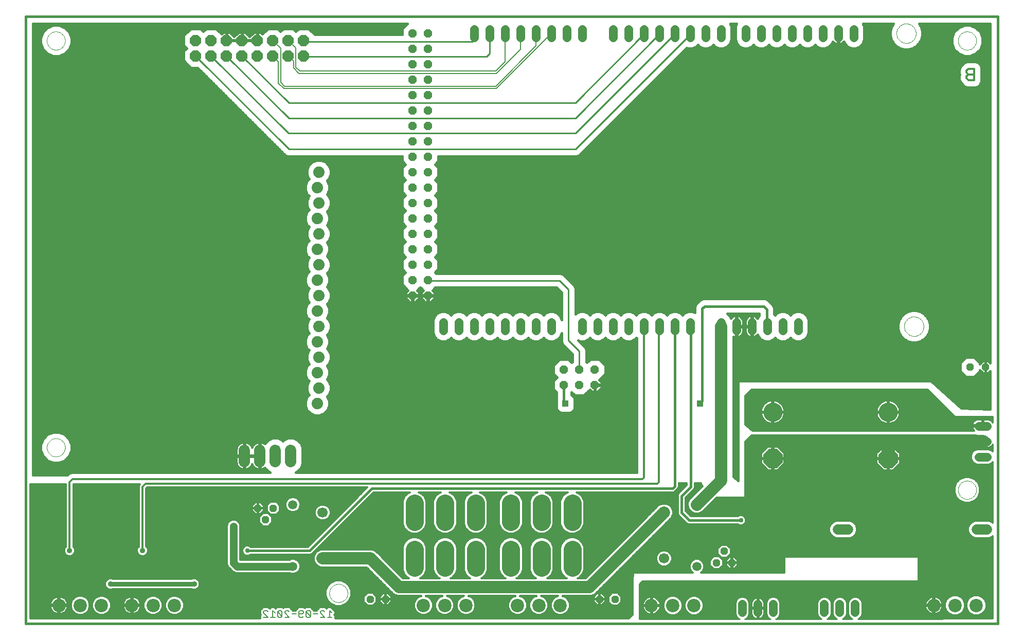
<source format=gbl>
G75*
G70*
%OFA0B0*%
%FSLAX24Y24*%
%IPPOS*%
%LPD*%
%AMOC8*
5,1,8,0,0,1.08239X$1,22.5*
%
%ADD10C,0.0000*%
%ADD11C,0.0160*%
%ADD12C,0.0120*%
%ADD13C,0.0070*%
%ADD14OC8,0.0557*%
%ADD15C,0.0557*%
%ADD16C,0.0597*%
%ADD17OC8,0.0477*%
%ADD18C,0.1181*%
%ADD19C,0.0669*%
%ADD20C,0.0866*%
%ADD21OC8,0.1240*%
%ADD22C,0.1240*%
%ADD23C,0.0677*%
%ADD24OC8,0.0740*%
%ADD25C,0.0740*%
%ADD26C,0.0740*%
%ADD27R,0.0394X0.0394*%
%ADD28C,0.0860*%
%ADD29C,0.0100*%
%ADD30C,0.0335*%
%ADD31C,0.0354*%
%ADD32C,0.0200*%
%ADD33C,0.0394*%
%ADD34C,0.0295*%
%ADD35C,0.0150*%
%ADD36C,0.0080*%
%ADD37C,0.0800*%
%ADD38C,0.0500*%
%ADD39C,0.0300*%
D10*
X002522Y012819D02*
X002524Y012867D01*
X002530Y012915D01*
X002540Y012962D01*
X002553Y013008D01*
X002571Y013053D01*
X002591Y013097D01*
X002616Y013139D01*
X002644Y013178D01*
X002674Y013215D01*
X002708Y013249D01*
X002745Y013281D01*
X002783Y013310D01*
X002824Y013335D01*
X002867Y013357D01*
X002912Y013375D01*
X002958Y013389D01*
X003005Y013400D01*
X003053Y013407D01*
X003101Y013410D01*
X003149Y013409D01*
X003197Y013404D01*
X003245Y013395D01*
X003291Y013383D01*
X003336Y013366D01*
X003380Y013346D01*
X003422Y013323D01*
X003462Y013296D01*
X003500Y013266D01*
X003535Y013233D01*
X003567Y013197D01*
X003597Y013159D01*
X003623Y013118D01*
X003645Y013075D01*
X003665Y013031D01*
X003680Y012986D01*
X003692Y012939D01*
X003700Y012891D01*
X003704Y012843D01*
X003704Y012795D01*
X003700Y012747D01*
X003692Y012699D01*
X003680Y012652D01*
X003665Y012607D01*
X003645Y012563D01*
X003623Y012520D01*
X003597Y012479D01*
X003567Y012441D01*
X003535Y012405D01*
X003500Y012372D01*
X003462Y012342D01*
X003422Y012315D01*
X003380Y012292D01*
X003336Y012272D01*
X003291Y012255D01*
X003245Y012243D01*
X003197Y012234D01*
X003149Y012229D01*
X003101Y012228D01*
X003053Y012231D01*
X003005Y012238D01*
X002958Y012249D01*
X002912Y012263D01*
X002867Y012281D01*
X002824Y012303D01*
X002783Y012328D01*
X002745Y012357D01*
X002708Y012389D01*
X002674Y012423D01*
X002644Y012460D01*
X002616Y012499D01*
X002591Y012541D01*
X002571Y012585D01*
X002553Y012630D01*
X002540Y012676D01*
X002530Y012723D01*
X002524Y012771D01*
X002522Y012819D01*
X020829Y003371D02*
X020831Y003419D01*
X020837Y003467D01*
X020847Y003514D01*
X020860Y003560D01*
X020878Y003605D01*
X020898Y003649D01*
X020923Y003691D01*
X020951Y003730D01*
X020981Y003767D01*
X021015Y003801D01*
X021052Y003833D01*
X021090Y003862D01*
X021131Y003887D01*
X021174Y003909D01*
X021219Y003927D01*
X021265Y003941D01*
X021312Y003952D01*
X021360Y003959D01*
X021408Y003962D01*
X021456Y003961D01*
X021504Y003956D01*
X021552Y003947D01*
X021598Y003935D01*
X021643Y003918D01*
X021687Y003898D01*
X021729Y003875D01*
X021769Y003848D01*
X021807Y003818D01*
X021842Y003785D01*
X021874Y003749D01*
X021904Y003711D01*
X021930Y003670D01*
X021952Y003627D01*
X021972Y003583D01*
X021987Y003538D01*
X021999Y003491D01*
X022007Y003443D01*
X022011Y003395D01*
X022011Y003347D01*
X022007Y003299D01*
X021999Y003251D01*
X021987Y003204D01*
X021972Y003159D01*
X021952Y003115D01*
X021930Y003072D01*
X021904Y003031D01*
X021874Y002993D01*
X021842Y002957D01*
X021807Y002924D01*
X021769Y002894D01*
X021729Y002867D01*
X021687Y002844D01*
X021643Y002824D01*
X021598Y002807D01*
X021552Y002795D01*
X021504Y002786D01*
X021456Y002781D01*
X021408Y002780D01*
X021360Y002783D01*
X021312Y002790D01*
X021265Y002801D01*
X021219Y002815D01*
X021174Y002833D01*
X021131Y002855D01*
X021090Y002880D01*
X021052Y002909D01*
X021015Y002941D01*
X020981Y002975D01*
X020951Y003012D01*
X020923Y003051D01*
X020898Y003093D01*
X020878Y003137D01*
X020860Y003182D01*
X020847Y003228D01*
X020837Y003275D01*
X020831Y003323D01*
X020829Y003371D01*
X058085Y020670D02*
X058087Y020720D01*
X058093Y020770D01*
X058103Y020819D01*
X058117Y020867D01*
X058134Y020914D01*
X058155Y020959D01*
X058180Y021003D01*
X058208Y021044D01*
X058240Y021083D01*
X058274Y021120D01*
X058311Y021154D01*
X058351Y021184D01*
X058393Y021211D01*
X058437Y021235D01*
X058483Y021256D01*
X058530Y021272D01*
X058578Y021285D01*
X058628Y021294D01*
X058677Y021299D01*
X058728Y021300D01*
X058778Y021297D01*
X058827Y021290D01*
X058876Y021279D01*
X058924Y021264D01*
X058970Y021246D01*
X059015Y021224D01*
X059058Y021198D01*
X059099Y021169D01*
X059138Y021137D01*
X059174Y021102D01*
X059206Y021064D01*
X059236Y021024D01*
X059263Y020981D01*
X059286Y020937D01*
X059305Y020891D01*
X059321Y020843D01*
X059333Y020794D01*
X059341Y020745D01*
X059345Y020695D01*
X059345Y020645D01*
X059341Y020595D01*
X059333Y020546D01*
X059321Y020497D01*
X059305Y020449D01*
X059286Y020403D01*
X059263Y020359D01*
X059236Y020316D01*
X059206Y020276D01*
X059174Y020238D01*
X059138Y020203D01*
X059099Y020171D01*
X059058Y020142D01*
X059015Y020116D01*
X058970Y020094D01*
X058924Y020076D01*
X058876Y020061D01*
X058827Y020050D01*
X058778Y020043D01*
X058728Y020040D01*
X058677Y020041D01*
X058628Y020046D01*
X058578Y020055D01*
X058530Y020068D01*
X058483Y020084D01*
X058437Y020105D01*
X058393Y020129D01*
X058351Y020156D01*
X058311Y020186D01*
X058274Y020220D01*
X058240Y020257D01*
X058208Y020296D01*
X058180Y020337D01*
X058155Y020381D01*
X058134Y020426D01*
X058117Y020473D01*
X058103Y020521D01*
X058093Y020570D01*
X058087Y020620D01*
X058085Y020670D01*
X061577Y010064D02*
X061579Y010112D01*
X061585Y010160D01*
X061595Y010207D01*
X061608Y010253D01*
X061626Y010298D01*
X061646Y010342D01*
X061671Y010384D01*
X061699Y010423D01*
X061729Y010460D01*
X061763Y010494D01*
X061800Y010526D01*
X061838Y010555D01*
X061879Y010580D01*
X061922Y010602D01*
X061967Y010620D01*
X062013Y010634D01*
X062060Y010645D01*
X062108Y010652D01*
X062156Y010655D01*
X062204Y010654D01*
X062252Y010649D01*
X062300Y010640D01*
X062346Y010628D01*
X062391Y010611D01*
X062435Y010591D01*
X062477Y010568D01*
X062517Y010541D01*
X062555Y010511D01*
X062590Y010478D01*
X062622Y010442D01*
X062652Y010404D01*
X062678Y010363D01*
X062700Y010320D01*
X062720Y010276D01*
X062735Y010231D01*
X062747Y010184D01*
X062755Y010136D01*
X062759Y010088D01*
X062759Y010040D01*
X062755Y009992D01*
X062747Y009944D01*
X062735Y009897D01*
X062720Y009852D01*
X062700Y009808D01*
X062678Y009765D01*
X062652Y009724D01*
X062622Y009686D01*
X062590Y009650D01*
X062555Y009617D01*
X062517Y009587D01*
X062477Y009560D01*
X062435Y009537D01*
X062391Y009517D01*
X062346Y009500D01*
X062300Y009488D01*
X062252Y009479D01*
X062204Y009474D01*
X062156Y009473D01*
X062108Y009476D01*
X062060Y009483D01*
X062013Y009494D01*
X061967Y009508D01*
X061922Y009526D01*
X061879Y009548D01*
X061838Y009573D01*
X061800Y009602D01*
X061763Y009634D01*
X061729Y009668D01*
X061699Y009705D01*
X061671Y009744D01*
X061646Y009786D01*
X061626Y009830D01*
X061608Y009875D01*
X061595Y009921D01*
X061585Y009968D01*
X061579Y010016D01*
X061577Y010064D01*
X061577Y039197D02*
X061579Y039245D01*
X061585Y039293D01*
X061595Y039340D01*
X061608Y039386D01*
X061626Y039431D01*
X061646Y039475D01*
X061671Y039517D01*
X061699Y039556D01*
X061729Y039593D01*
X061763Y039627D01*
X061800Y039659D01*
X061838Y039688D01*
X061879Y039713D01*
X061922Y039735D01*
X061967Y039753D01*
X062013Y039767D01*
X062060Y039778D01*
X062108Y039785D01*
X062156Y039788D01*
X062204Y039787D01*
X062252Y039782D01*
X062300Y039773D01*
X062346Y039761D01*
X062391Y039744D01*
X062435Y039724D01*
X062477Y039701D01*
X062517Y039674D01*
X062555Y039644D01*
X062590Y039611D01*
X062622Y039575D01*
X062652Y039537D01*
X062678Y039496D01*
X062700Y039453D01*
X062720Y039409D01*
X062735Y039364D01*
X062747Y039317D01*
X062755Y039269D01*
X062759Y039221D01*
X062759Y039173D01*
X062755Y039125D01*
X062747Y039077D01*
X062735Y039030D01*
X062720Y038985D01*
X062700Y038941D01*
X062678Y038898D01*
X062652Y038857D01*
X062622Y038819D01*
X062590Y038783D01*
X062555Y038750D01*
X062517Y038720D01*
X062477Y038693D01*
X062435Y038670D01*
X062391Y038650D01*
X062346Y038633D01*
X062300Y038621D01*
X062252Y038612D01*
X062204Y038607D01*
X062156Y038606D01*
X062108Y038609D01*
X062060Y038616D01*
X062013Y038627D01*
X061967Y038641D01*
X061922Y038659D01*
X061879Y038681D01*
X061838Y038706D01*
X061800Y038735D01*
X061763Y038767D01*
X061729Y038801D01*
X061699Y038838D01*
X061671Y038877D01*
X061646Y038919D01*
X061626Y038963D01*
X061608Y039008D01*
X061595Y039054D01*
X061585Y039101D01*
X061579Y039149D01*
X061577Y039197D01*
X057585Y039670D02*
X057587Y039720D01*
X057593Y039770D01*
X057603Y039819D01*
X057617Y039867D01*
X057634Y039914D01*
X057655Y039959D01*
X057680Y040003D01*
X057708Y040044D01*
X057740Y040083D01*
X057774Y040120D01*
X057811Y040154D01*
X057851Y040184D01*
X057893Y040211D01*
X057937Y040235D01*
X057983Y040256D01*
X058030Y040272D01*
X058078Y040285D01*
X058128Y040294D01*
X058177Y040299D01*
X058228Y040300D01*
X058278Y040297D01*
X058327Y040290D01*
X058376Y040279D01*
X058424Y040264D01*
X058470Y040246D01*
X058515Y040224D01*
X058558Y040198D01*
X058599Y040169D01*
X058638Y040137D01*
X058674Y040102D01*
X058706Y040064D01*
X058736Y040024D01*
X058763Y039981D01*
X058786Y039937D01*
X058805Y039891D01*
X058821Y039843D01*
X058833Y039794D01*
X058841Y039745D01*
X058845Y039695D01*
X058845Y039645D01*
X058841Y039595D01*
X058833Y039546D01*
X058821Y039497D01*
X058805Y039449D01*
X058786Y039403D01*
X058763Y039359D01*
X058736Y039316D01*
X058706Y039276D01*
X058674Y039238D01*
X058638Y039203D01*
X058599Y039171D01*
X058558Y039142D01*
X058515Y039116D01*
X058470Y039094D01*
X058424Y039076D01*
X058376Y039061D01*
X058327Y039050D01*
X058278Y039043D01*
X058228Y039040D01*
X058177Y039041D01*
X058128Y039046D01*
X058078Y039055D01*
X058030Y039068D01*
X057983Y039084D01*
X057937Y039105D01*
X057893Y039129D01*
X057851Y039156D01*
X057811Y039186D01*
X057774Y039220D01*
X057740Y039257D01*
X057708Y039296D01*
X057680Y039337D01*
X057655Y039381D01*
X057634Y039426D01*
X057617Y039473D01*
X057603Y039521D01*
X057593Y039570D01*
X057587Y039620D01*
X057585Y039670D01*
X002522Y039197D02*
X002524Y039245D01*
X002530Y039293D01*
X002540Y039340D01*
X002553Y039386D01*
X002571Y039431D01*
X002591Y039475D01*
X002616Y039517D01*
X002644Y039556D01*
X002674Y039593D01*
X002708Y039627D01*
X002745Y039659D01*
X002783Y039688D01*
X002824Y039713D01*
X002867Y039735D01*
X002912Y039753D01*
X002958Y039767D01*
X003005Y039778D01*
X003053Y039785D01*
X003101Y039788D01*
X003149Y039787D01*
X003197Y039782D01*
X003245Y039773D01*
X003291Y039761D01*
X003336Y039744D01*
X003380Y039724D01*
X003422Y039701D01*
X003462Y039674D01*
X003500Y039644D01*
X003535Y039611D01*
X003567Y039575D01*
X003597Y039537D01*
X003623Y039496D01*
X003645Y039453D01*
X003665Y039409D01*
X003680Y039364D01*
X003692Y039317D01*
X003700Y039269D01*
X003704Y039221D01*
X003704Y039173D01*
X003700Y039125D01*
X003692Y039077D01*
X003680Y039030D01*
X003665Y038985D01*
X003645Y038941D01*
X003623Y038898D01*
X003597Y038857D01*
X003567Y038819D01*
X003535Y038783D01*
X003500Y038750D01*
X003462Y038720D01*
X003422Y038693D01*
X003380Y038670D01*
X003336Y038650D01*
X003291Y038633D01*
X003245Y038621D01*
X003197Y038612D01*
X003149Y038607D01*
X003101Y038606D01*
X003053Y038609D01*
X003005Y038616D01*
X002958Y038627D01*
X002912Y038641D01*
X002867Y038659D01*
X002824Y038681D01*
X002783Y038706D01*
X002745Y038735D01*
X002708Y038767D01*
X002674Y038801D01*
X002644Y038838D01*
X002616Y038877D01*
X002591Y038919D01*
X002571Y038963D01*
X002553Y039008D01*
X002540Y039054D01*
X002530Y039101D01*
X002524Y039149D01*
X002522Y039197D01*
D11*
X001144Y040772D02*
X001144Y001402D01*
X064136Y001402D01*
X064136Y040772D01*
X001144Y040772D01*
X001624Y040292D02*
X025878Y040292D01*
X025536Y039951D01*
X025536Y039598D01*
X019872Y039598D01*
X019487Y039983D01*
X018849Y039983D01*
X018668Y039802D01*
X018487Y039983D01*
X017849Y039983D01*
X017668Y039802D01*
X017487Y039983D01*
X016849Y039983D01*
X016497Y039631D01*
X016387Y039742D01*
X016188Y039742D01*
X016188Y039233D01*
X016148Y039233D01*
X016148Y039193D01*
X015639Y039193D01*
X015188Y039193D01*
X015188Y039233D01*
X016148Y039233D01*
X016148Y039742D01*
X015949Y039742D01*
X015668Y039461D01*
X015387Y039742D01*
X015188Y039742D01*
X015188Y039233D01*
X015148Y039233D01*
X015148Y039193D01*
X014639Y039193D01*
X014188Y039193D01*
X014188Y039233D01*
X015148Y039233D01*
X015148Y039742D01*
X014949Y039742D01*
X014668Y039461D01*
X014387Y039742D01*
X014188Y039742D01*
X014188Y039233D01*
X014148Y039233D01*
X014148Y039742D01*
X013949Y039742D01*
X013838Y039631D01*
X013487Y039983D01*
X012849Y039983D01*
X012668Y039802D01*
X012487Y039983D01*
X011849Y039983D01*
X011398Y039532D01*
X011398Y038894D01*
X011579Y038713D01*
X011398Y038532D01*
X011398Y037894D01*
X011849Y037443D01*
X012301Y037443D01*
X017966Y031778D01*
X018132Y031710D01*
X025536Y031710D01*
X025536Y031389D01*
X025755Y031170D01*
X025536Y030951D01*
X025536Y030389D01*
X025755Y030170D01*
X025536Y029951D01*
X025536Y029389D01*
X025755Y029170D01*
X025536Y028951D01*
X025536Y028389D01*
X025755Y028170D01*
X025536Y027951D01*
X025536Y027389D01*
X025755Y027170D01*
X025536Y026951D01*
X025536Y026389D01*
X025755Y026170D01*
X025536Y025951D01*
X025536Y025389D01*
X025755Y025170D01*
X025536Y024951D01*
X025536Y024389D01*
X025755Y024170D01*
X025536Y023951D01*
X025536Y023389D01*
X025926Y022999D01*
X025778Y022851D01*
X025778Y022690D01*
X026195Y022690D01*
X026195Y022650D01*
X025778Y022650D01*
X025778Y022489D01*
X026034Y022232D01*
X026195Y022232D01*
X026195Y022650D01*
X026235Y022650D01*
X026235Y022690D01*
X026653Y022690D01*
X026653Y022851D01*
X026504Y022999D01*
X026715Y023210D01*
X026926Y022999D01*
X026778Y022851D01*
X026778Y022690D01*
X027195Y022690D01*
X027195Y022650D01*
X026778Y022650D01*
X026778Y022489D01*
X027034Y022232D01*
X027195Y022232D01*
X027195Y022650D01*
X027235Y022650D01*
X027235Y022690D01*
X027653Y022690D01*
X027653Y022851D01*
X027504Y022999D01*
X027701Y023196D01*
X035554Y023196D01*
X035881Y022869D01*
X035881Y021114D01*
X035791Y021333D01*
X035600Y021524D01*
X035350Y021627D01*
X035080Y021627D01*
X034831Y021524D01*
X034715Y021408D01*
X034600Y021524D01*
X034350Y021627D01*
X034080Y021627D01*
X033831Y021524D01*
X033715Y021408D01*
X033600Y021524D01*
X033350Y021627D01*
X033080Y021627D01*
X032831Y021524D01*
X032715Y021408D01*
X032600Y021524D01*
X032350Y021627D01*
X032080Y021627D01*
X031831Y021524D01*
X031715Y021408D01*
X031600Y021524D01*
X031350Y021627D01*
X031080Y021627D01*
X030831Y021524D01*
X030715Y021408D01*
X030600Y021524D01*
X030350Y021627D01*
X030080Y021627D01*
X029831Y021524D01*
X029715Y021408D01*
X029600Y021524D01*
X029350Y021627D01*
X029080Y021627D01*
X028831Y021524D01*
X028715Y021408D01*
X028600Y021524D01*
X028350Y021627D01*
X028080Y021627D01*
X027831Y021524D01*
X027640Y021333D01*
X027536Y021084D01*
X027536Y020256D01*
X027640Y020007D01*
X027831Y019816D01*
X028080Y019712D01*
X028350Y019712D01*
X028600Y019816D01*
X028715Y019931D01*
X028831Y019816D01*
X029080Y019712D01*
X029350Y019712D01*
X029600Y019816D01*
X029715Y019931D01*
X029831Y019816D01*
X030080Y019712D01*
X030350Y019712D01*
X030600Y019816D01*
X030715Y019931D01*
X030831Y019816D01*
X031080Y019712D01*
X031350Y019712D01*
X031600Y019816D01*
X031715Y019931D01*
X031831Y019816D01*
X032080Y019712D01*
X032350Y019712D01*
X032600Y019816D01*
X032715Y019931D01*
X032831Y019816D01*
X033080Y019712D01*
X033350Y019712D01*
X033600Y019816D01*
X033715Y019931D01*
X033831Y019816D01*
X034080Y019712D01*
X034350Y019712D01*
X034600Y019816D01*
X034715Y019931D01*
X034831Y019816D01*
X035080Y019712D01*
X035350Y019712D01*
X035600Y019816D01*
X035791Y020007D01*
X035881Y020226D01*
X035881Y019669D01*
X035950Y019503D01*
X036076Y019377D01*
X036584Y018869D01*
X036584Y018378D01*
X036534Y018328D01*
X036315Y018547D01*
X035753Y018547D01*
X035355Y018149D01*
X035355Y017587D01*
X035574Y017368D01*
X035355Y017149D01*
X035355Y016587D01*
X035554Y016388D01*
X035554Y015990D01*
X035538Y015950D01*
X035538Y015397D01*
X035598Y015250D01*
X035711Y015138D01*
X035858Y015077D01*
X036411Y015077D01*
X036558Y015138D01*
X036670Y015250D01*
X036731Y015397D01*
X036731Y015950D01*
X036670Y016097D01*
X036558Y016210D01*
X036514Y016228D01*
X036514Y016388D01*
X036534Y016408D01*
X036753Y016189D01*
X037315Y016189D01*
X037705Y016579D01*
X037853Y016430D01*
X038014Y016430D01*
X038014Y016848D01*
X038054Y016848D01*
X038054Y016888D01*
X038471Y016888D01*
X038471Y017049D01*
X038323Y017197D01*
X038713Y017587D01*
X038713Y018149D01*
X038315Y018547D01*
X037753Y018547D01*
X037534Y018328D01*
X037484Y018378D01*
X037484Y019145D01*
X037416Y019311D01*
X036967Y019759D01*
X037080Y019712D01*
X037350Y019712D01*
X037600Y019816D01*
X037715Y019931D01*
X037831Y019816D01*
X038080Y019712D01*
X038350Y019712D01*
X038600Y019816D01*
X038715Y019931D01*
X038831Y019816D01*
X039080Y019712D01*
X039350Y019712D01*
X039600Y019816D01*
X039715Y019931D01*
X039831Y019816D01*
X040080Y019712D01*
X040350Y019712D01*
X040600Y019816D01*
X040715Y019931D01*
X040743Y019903D01*
X040743Y011212D01*
X018650Y011212D01*
X018754Y011255D01*
X018970Y011472D01*
X019087Y011755D01*
X019087Y012801D01*
X018970Y013084D01*
X018754Y013301D01*
X018471Y013418D01*
X018164Y013418D01*
X017881Y013301D01*
X017817Y013237D01*
X017754Y013301D01*
X017471Y013418D01*
X017164Y013418D01*
X016881Y013301D01*
X016665Y013084D01*
X016654Y013057D01*
X016595Y013100D01*
X016520Y013138D01*
X016441Y013164D01*
X016359Y013177D01*
X016347Y013177D01*
X016347Y012308D01*
X016287Y012308D01*
X016287Y012248D01*
X015789Y012248D01*
X015347Y012248D01*
X015347Y011379D01*
X015359Y011379D01*
X015441Y011392D01*
X015520Y011418D01*
X015595Y011456D01*
X015662Y011505D01*
X015721Y011564D01*
X015770Y011631D01*
X015807Y011705D01*
X015828Y011705D01*
X015827Y011705D02*
X015865Y011631D01*
X015914Y011564D01*
X015973Y011505D01*
X016040Y011456D01*
X016115Y011418D01*
X016194Y011392D01*
X016276Y011379D01*
X016287Y011379D01*
X016287Y012248D01*
X016347Y012248D01*
X016347Y011379D01*
X016359Y011379D01*
X016441Y011392D01*
X016520Y011418D01*
X016595Y011456D01*
X016654Y011499D01*
X016665Y011472D01*
X016881Y011255D01*
X016985Y011212D01*
X004104Y011212D01*
X003935Y011142D01*
X003840Y011048D01*
X001624Y011048D01*
X001624Y040292D01*
X001624Y040235D02*
X025820Y040235D01*
X025662Y040076D02*
X003580Y040076D01*
X003674Y040037D02*
X003310Y040188D01*
X002916Y040188D01*
X002552Y040037D01*
X002273Y039758D01*
X002122Y039394D01*
X002122Y039000D01*
X002273Y038636D01*
X002552Y038358D01*
X002916Y038207D01*
X003310Y038207D01*
X003674Y038358D01*
X003953Y038636D01*
X004103Y039000D01*
X004103Y039394D01*
X003953Y039758D01*
X003674Y040037D01*
X003793Y039918D02*
X011783Y039918D01*
X011625Y039759D02*
X003952Y039759D01*
X004018Y039601D02*
X011466Y039601D01*
X011398Y039442D02*
X004084Y039442D01*
X004103Y039284D02*
X011398Y039284D01*
X011398Y039125D02*
X004103Y039125D01*
X004089Y038967D02*
X011398Y038967D01*
X011484Y038808D02*
X004024Y038808D01*
X003958Y038650D02*
X011515Y038650D01*
X011398Y038491D02*
X003807Y038491D01*
X003614Y038333D02*
X011398Y038333D01*
X011398Y038174D02*
X001624Y038174D01*
X001624Y038016D02*
X011398Y038016D01*
X011435Y037857D02*
X001624Y037857D01*
X001624Y037699D02*
X011593Y037699D01*
X011752Y037540D02*
X001624Y037540D01*
X001624Y037382D02*
X012363Y037382D01*
X012521Y037223D02*
X001624Y037223D01*
X001624Y037065D02*
X012680Y037065D01*
X012838Y036906D02*
X001624Y036906D01*
X001624Y036748D02*
X012997Y036748D01*
X013155Y036589D02*
X001624Y036589D01*
X001624Y036431D02*
X013314Y036431D01*
X013472Y036272D02*
X001624Y036272D01*
X001624Y036114D02*
X013631Y036114D01*
X013789Y035955D02*
X001624Y035955D01*
X001624Y035797D02*
X013948Y035797D01*
X014106Y035638D02*
X001624Y035638D01*
X001624Y035480D02*
X014265Y035480D01*
X014423Y035321D02*
X001624Y035321D01*
X001624Y035163D02*
X014582Y035163D01*
X014740Y035004D02*
X001624Y035004D01*
X001624Y034846D02*
X014899Y034846D01*
X015057Y034687D02*
X001624Y034687D01*
X001624Y034529D02*
X015216Y034529D01*
X015374Y034370D02*
X001624Y034370D01*
X001624Y034212D02*
X015533Y034212D01*
X015691Y034053D02*
X001624Y034053D01*
X001624Y033895D02*
X015850Y033895D01*
X016008Y033736D02*
X001624Y033736D01*
X001624Y033578D02*
X016167Y033578D01*
X016325Y033419D02*
X001624Y033419D01*
X001624Y033261D02*
X016484Y033261D01*
X016642Y033102D02*
X001624Y033102D01*
X001624Y032944D02*
X016801Y032944D01*
X016959Y032785D02*
X001624Y032785D01*
X001624Y032627D02*
X017118Y032627D01*
X017276Y032468D02*
X001624Y032468D01*
X001624Y032310D02*
X017435Y032310D01*
X017593Y032151D02*
X001624Y032151D01*
X001624Y031993D02*
X017752Y031993D01*
X017910Y031834D02*
X001624Y031834D01*
X001624Y031676D02*
X025536Y031676D01*
X025536Y031517D02*
X001624Y031517D01*
X001624Y031359D02*
X019782Y031359D01*
X019705Y031327D02*
X019488Y031110D01*
X019371Y030827D01*
X019371Y030521D01*
X019488Y030238D01*
X019502Y030224D01*
X019388Y030110D01*
X019271Y029827D01*
X019271Y029521D01*
X019388Y029238D01*
X019502Y029124D01*
X019488Y029110D01*
X019371Y028827D01*
X019371Y028521D01*
X019488Y028238D01*
X019502Y028224D01*
X019388Y028110D01*
X019271Y027827D01*
X019271Y027521D01*
X019388Y027238D01*
X001624Y027238D01*
X001624Y027396D02*
X019323Y027396D01*
X019271Y027555D02*
X001624Y027555D01*
X001624Y027713D02*
X019271Y027713D01*
X019290Y027872D02*
X001624Y027872D01*
X001624Y028030D02*
X019355Y028030D01*
X019467Y028189D02*
X001624Y028189D01*
X001624Y028347D02*
X019443Y028347D01*
X019377Y028506D02*
X001624Y028506D01*
X001624Y028664D02*
X019371Y028664D01*
X019371Y028823D02*
X001624Y028823D01*
X001624Y028981D02*
X019435Y028981D01*
X019486Y029140D02*
X001624Y029140D01*
X001624Y029298D02*
X019363Y029298D01*
X019298Y029457D02*
X001624Y029457D01*
X001624Y029615D02*
X019271Y029615D01*
X019271Y029774D02*
X001624Y029774D01*
X001624Y029932D02*
X019315Y029932D01*
X019380Y030091D02*
X001624Y030091D01*
X001624Y030249D02*
X019484Y030249D01*
X019418Y030408D02*
X001624Y030408D01*
X001624Y030566D02*
X019371Y030566D01*
X019371Y030725D02*
X001624Y030725D01*
X001624Y030883D02*
X019394Y030883D01*
X019460Y031042D02*
X001624Y031042D01*
X001624Y031200D02*
X019579Y031200D01*
X019705Y031327D02*
X019988Y031444D01*
X020294Y031444D01*
X020577Y031327D01*
X020794Y031110D01*
X020911Y030827D01*
X020911Y030521D01*
X020794Y030238D01*
X020680Y030124D01*
X020694Y030110D01*
X020811Y029827D01*
X020811Y029521D01*
X020694Y029238D01*
X020680Y029224D01*
X020794Y029110D01*
X020911Y028827D01*
X020911Y028521D01*
X020794Y028238D01*
X020680Y028124D01*
X020694Y028110D01*
X020811Y027827D01*
X020811Y027521D01*
X020694Y027238D01*
X025687Y027238D01*
X025665Y027079D02*
X020807Y027079D01*
X020794Y027110D02*
X020680Y027224D01*
X020694Y027238D01*
X020794Y027110D02*
X020911Y026827D01*
X020911Y026521D01*
X020794Y026238D01*
X020680Y026124D01*
X020694Y026110D01*
X020811Y025827D01*
X020811Y025521D01*
X020694Y025238D01*
X020680Y025224D01*
X020794Y025110D01*
X020911Y024827D01*
X020911Y024521D01*
X020794Y024238D01*
X020680Y024124D01*
X020694Y024110D01*
X020811Y023827D01*
X020811Y023521D01*
X020694Y023238D01*
X020680Y023224D01*
X020794Y023110D01*
X020911Y022827D01*
X020911Y022521D01*
X020794Y022238D01*
X020680Y022124D01*
X020694Y022110D01*
X020811Y021827D01*
X020811Y021521D01*
X020694Y021238D01*
X020680Y021224D01*
X020794Y021110D01*
X020911Y020827D01*
X020911Y020521D01*
X020794Y020238D01*
X020680Y020124D01*
X020694Y020110D01*
X020811Y019827D01*
X020811Y019521D01*
X020694Y019238D01*
X020680Y019224D01*
X020794Y019110D01*
X020911Y018827D01*
X020911Y018521D01*
X020794Y018238D01*
X020680Y018124D01*
X020694Y018110D01*
X020811Y017827D01*
X020811Y017521D01*
X020694Y017238D01*
X020680Y017224D01*
X020794Y017110D01*
X020911Y016827D01*
X020911Y016521D01*
X020794Y016238D01*
X020680Y016124D01*
X020694Y016110D01*
X020811Y015827D01*
X020811Y015521D01*
X020694Y015238D01*
X020477Y015021D01*
X020194Y014904D01*
X019888Y014904D01*
X019605Y015021D01*
X019388Y015238D01*
X019271Y015521D01*
X019271Y015827D01*
X019388Y016110D01*
X019502Y016224D01*
X019488Y016238D01*
X019371Y016521D01*
X019371Y016827D01*
X019488Y017110D01*
X019502Y017124D01*
X019388Y017238D01*
X019271Y017521D01*
X019271Y017827D01*
X019388Y018110D01*
X019502Y018224D01*
X019488Y018238D01*
X019371Y018521D01*
X019371Y018827D01*
X019488Y019110D01*
X019502Y019124D01*
X019388Y019238D01*
X019271Y019521D01*
X019271Y019827D01*
X019388Y020110D01*
X019502Y020224D01*
X019488Y020238D01*
X019371Y020521D01*
X019371Y020827D01*
X019488Y021110D01*
X019502Y021124D01*
X019388Y021238D01*
X019271Y021521D01*
X019271Y021827D01*
X019388Y022110D01*
X019502Y022224D01*
X019488Y022238D01*
X019371Y022521D01*
X019371Y022827D01*
X019488Y023110D01*
X019502Y023124D01*
X019388Y023238D01*
X019271Y023521D01*
X019271Y023827D01*
X019388Y024110D01*
X019502Y024224D01*
X019488Y024238D01*
X019371Y024521D01*
X019371Y024827D01*
X019488Y025110D01*
X019502Y025124D01*
X019388Y025238D01*
X019271Y025521D01*
X019271Y025827D01*
X019388Y026110D01*
X019502Y026224D01*
X019488Y026238D01*
X019371Y026521D01*
X019371Y026827D01*
X019488Y027110D01*
X019502Y027124D01*
X019388Y027238D01*
X019476Y027079D02*
X001624Y027079D01*
X001624Y026921D02*
X019410Y026921D01*
X019371Y026762D02*
X001624Y026762D01*
X001624Y026604D02*
X019371Y026604D01*
X019402Y026445D02*
X001624Y026445D01*
X001624Y026287D02*
X019468Y026287D01*
X019407Y026128D02*
X001624Y026128D01*
X001624Y025970D02*
X019330Y025970D01*
X019271Y025811D02*
X001624Y025811D01*
X001624Y025653D02*
X019271Y025653D01*
X019282Y025494D02*
X001624Y025494D01*
X001624Y025336D02*
X019348Y025336D01*
X019449Y025177D02*
X001624Y025177D01*
X001624Y025019D02*
X019451Y025019D01*
X019385Y024860D02*
X001624Y024860D01*
X001624Y024702D02*
X019371Y024702D01*
X019371Y024543D02*
X001624Y024543D01*
X001624Y024385D02*
X019427Y024385D01*
X019500Y024226D02*
X001624Y024226D01*
X001624Y024068D02*
X019371Y024068D01*
X019305Y023909D02*
X001624Y023909D01*
X001624Y023751D02*
X019271Y023751D01*
X019271Y023592D02*
X001624Y023592D01*
X001624Y023434D02*
X019307Y023434D01*
X019373Y023275D02*
X001624Y023275D01*
X001624Y023117D02*
X019495Y023117D01*
X019425Y022958D02*
X001624Y022958D01*
X001624Y022800D02*
X019371Y022800D01*
X019371Y022641D02*
X001624Y022641D01*
X001624Y022483D02*
X019387Y022483D01*
X019452Y022324D02*
X001624Y022324D01*
X001624Y022166D02*
X019444Y022166D01*
X019346Y022007D02*
X001624Y022007D01*
X001624Y021849D02*
X019280Y021849D01*
X019271Y021690D02*
X001624Y021690D01*
X001624Y021532D02*
X019271Y021532D01*
X019332Y021373D02*
X001624Y021373D01*
X001624Y021215D02*
X019411Y021215D01*
X019466Y021056D02*
X001624Y021056D01*
X001624Y020898D02*
X019400Y020898D01*
X019371Y020739D02*
X001624Y020739D01*
X001624Y020581D02*
X019371Y020581D01*
X019412Y020422D02*
X001624Y020422D01*
X001624Y020264D02*
X019478Y020264D01*
X019386Y020105D02*
X001624Y020105D01*
X001624Y019947D02*
X019321Y019947D01*
X019271Y019788D02*
X001624Y019788D01*
X001624Y019630D02*
X019271Y019630D01*
X019292Y019471D02*
X001624Y019471D01*
X001624Y019313D02*
X019357Y019313D01*
X019472Y019154D02*
X001624Y019154D01*
X001624Y018996D02*
X019441Y018996D01*
X019375Y018837D02*
X001624Y018837D01*
X001624Y018679D02*
X019371Y018679D01*
X019371Y018520D02*
X001624Y018520D01*
X001624Y018362D02*
X019437Y018362D01*
X019482Y018203D02*
X001624Y018203D01*
X001624Y018045D02*
X019361Y018045D01*
X019296Y017886D02*
X001624Y017886D01*
X001624Y017728D02*
X019271Y017728D01*
X019271Y017569D02*
X001624Y017569D01*
X001624Y017411D02*
X019317Y017411D01*
X019382Y017252D02*
X001624Y017252D01*
X001624Y017094D02*
X019482Y017094D01*
X019416Y016935D02*
X001624Y016935D01*
X001624Y016777D02*
X019371Y016777D01*
X019371Y016618D02*
X001624Y016618D01*
X001624Y016460D02*
X019396Y016460D01*
X019462Y016301D02*
X001624Y016301D01*
X001624Y016143D02*
X019421Y016143D01*
X019336Y015984D02*
X001624Y015984D01*
X001624Y015826D02*
X019271Y015826D01*
X019271Y015667D02*
X001624Y015667D01*
X001624Y015509D02*
X019276Y015509D01*
X019342Y015350D02*
X001624Y015350D01*
X001624Y015192D02*
X019434Y015192D01*
X019593Y015033D02*
X001624Y015033D01*
X001624Y014875D02*
X040743Y014875D01*
X040743Y015033D02*
X020489Y015033D01*
X020648Y015192D02*
X035657Y015192D01*
X035557Y015350D02*
X020740Y015350D01*
X020806Y015509D02*
X035538Y015509D01*
X035538Y015667D02*
X020811Y015667D01*
X020811Y015826D02*
X035538Y015826D01*
X035552Y015984D02*
X020746Y015984D01*
X020699Y016143D02*
X035554Y016143D01*
X035554Y016301D02*
X020820Y016301D01*
X020886Y016460D02*
X035482Y016460D01*
X035355Y016618D02*
X020911Y016618D01*
X020911Y016777D02*
X035355Y016777D01*
X035355Y016935D02*
X020866Y016935D01*
X020801Y017094D02*
X035355Y017094D01*
X035458Y017252D02*
X020700Y017252D01*
X020766Y017411D02*
X035531Y017411D01*
X035373Y017569D02*
X020811Y017569D01*
X020811Y017728D02*
X035355Y017728D01*
X035355Y017886D02*
X020787Y017886D01*
X020721Y018045D02*
X035355Y018045D01*
X035409Y018203D02*
X020759Y018203D01*
X020845Y018362D02*
X035568Y018362D01*
X035726Y018520D02*
X020911Y018520D01*
X020911Y018679D02*
X036584Y018679D01*
X036584Y018837D02*
X020907Y018837D01*
X020841Y018996D02*
X036458Y018996D01*
X036299Y019154D02*
X020750Y019154D01*
X020725Y019313D02*
X036141Y019313D01*
X035982Y019471D02*
X020791Y019471D01*
X020811Y019630D02*
X035898Y019630D01*
X035881Y019788D02*
X035533Y019788D01*
X035731Y019947D02*
X035881Y019947D01*
X035881Y020105D02*
X035831Y020105D01*
X034897Y019788D02*
X034533Y019788D01*
X033897Y019788D02*
X033533Y019788D01*
X032897Y019788D02*
X032533Y019788D01*
X031897Y019788D02*
X031533Y019788D01*
X030897Y019788D02*
X030533Y019788D01*
X029897Y019788D02*
X029533Y019788D01*
X028897Y019788D02*
X028533Y019788D01*
X027897Y019788D02*
X020811Y019788D01*
X020762Y019947D02*
X027700Y019947D01*
X027599Y020105D02*
X020696Y020105D01*
X020805Y020264D02*
X027536Y020264D01*
X027536Y020422D02*
X020870Y020422D01*
X020911Y020581D02*
X027536Y020581D01*
X027536Y020739D02*
X020911Y020739D01*
X020882Y020898D02*
X027536Y020898D01*
X027536Y021056D02*
X020816Y021056D01*
X020689Y021215D02*
X027591Y021215D01*
X027680Y021373D02*
X020750Y021373D01*
X020811Y021532D02*
X027849Y021532D01*
X028581Y021532D02*
X028849Y021532D01*
X029581Y021532D02*
X029849Y021532D01*
X030581Y021532D02*
X030849Y021532D01*
X031581Y021532D02*
X031849Y021532D01*
X032581Y021532D02*
X032849Y021532D01*
X033581Y021532D02*
X033849Y021532D01*
X034581Y021532D02*
X034849Y021532D01*
X035581Y021532D02*
X035881Y021532D01*
X035881Y021690D02*
X020811Y021690D01*
X020802Y021849D02*
X035881Y021849D01*
X035881Y022007D02*
X020736Y022007D01*
X020722Y022166D02*
X035881Y022166D01*
X035881Y022324D02*
X027488Y022324D01*
X027396Y022232D02*
X027653Y022489D01*
X027653Y022650D01*
X027235Y022650D01*
X027235Y022232D01*
X027396Y022232D01*
X027235Y022324D02*
X027195Y022324D01*
X027195Y022483D02*
X027235Y022483D01*
X027235Y022641D02*
X027195Y022641D01*
X026942Y022324D02*
X026488Y022324D01*
X026396Y022232D02*
X026653Y022489D01*
X026653Y022650D01*
X026235Y022650D01*
X026235Y022232D01*
X026396Y022232D01*
X026235Y022324D02*
X026195Y022324D01*
X026195Y022483D02*
X026235Y022483D01*
X026235Y022641D02*
X026195Y022641D01*
X025942Y022324D02*
X020830Y022324D01*
X020895Y022483D02*
X025784Y022483D01*
X025778Y022641D02*
X020911Y022641D01*
X020911Y022800D02*
X025778Y022800D01*
X025885Y022958D02*
X020857Y022958D01*
X020787Y023117D02*
X025808Y023117D01*
X025650Y023275D02*
X020709Y023275D01*
X020775Y023434D02*
X025536Y023434D01*
X025536Y023592D02*
X020811Y023592D01*
X020811Y023751D02*
X025536Y023751D01*
X025536Y023909D02*
X020777Y023909D01*
X020711Y024068D02*
X025653Y024068D01*
X025699Y024226D02*
X020782Y024226D01*
X020855Y024385D02*
X025540Y024385D01*
X025536Y024543D02*
X020911Y024543D01*
X020911Y024702D02*
X025536Y024702D01*
X025536Y024860D02*
X020897Y024860D01*
X020832Y025019D02*
X025604Y025019D01*
X025748Y025177D02*
X020727Y025177D01*
X020734Y025336D02*
X025589Y025336D01*
X025536Y025494D02*
X020800Y025494D01*
X020811Y025653D02*
X025536Y025653D01*
X025536Y025811D02*
X020811Y025811D01*
X020752Y025970D02*
X025555Y025970D01*
X025714Y026128D02*
X020684Y026128D01*
X020814Y026287D02*
X025638Y026287D01*
X025536Y026445D02*
X020880Y026445D01*
X020911Y026604D02*
X025536Y026604D01*
X025536Y026762D02*
X020911Y026762D01*
X020872Y026921D02*
X025536Y026921D01*
X025536Y027396D02*
X020760Y027396D01*
X020811Y027555D02*
X025536Y027555D01*
X025536Y027713D02*
X020811Y027713D01*
X020793Y027872D02*
X025536Y027872D01*
X025616Y028030D02*
X020727Y028030D01*
X020745Y028189D02*
X025736Y028189D01*
X025578Y028347D02*
X020839Y028347D01*
X020905Y028506D02*
X025536Y028506D01*
X025536Y028664D02*
X020911Y028664D01*
X020911Y028823D02*
X025536Y028823D01*
X025567Y028981D02*
X020847Y028981D01*
X020764Y029140D02*
X025725Y029140D01*
X025627Y029298D02*
X020719Y029298D01*
X020785Y029457D02*
X025536Y029457D01*
X025536Y029615D02*
X020811Y029615D01*
X020811Y029774D02*
X025536Y029774D01*
X025536Y029932D02*
X020768Y029932D01*
X020702Y030091D02*
X025676Y030091D01*
X025676Y030249D02*
X020799Y030249D01*
X020864Y030408D02*
X025536Y030408D01*
X025536Y030566D02*
X020911Y030566D01*
X020911Y030725D02*
X025536Y030725D01*
X025536Y030883D02*
X020888Y030883D01*
X020822Y031042D02*
X025627Y031042D01*
X025725Y031200D02*
X020704Y031200D01*
X020500Y031359D02*
X025566Y031359D01*
X027675Y031170D02*
X027894Y030951D01*
X027894Y030389D01*
X027675Y030170D01*
X027894Y029951D01*
X027894Y029389D01*
X027675Y029170D01*
X027894Y028951D01*
X027894Y028389D01*
X027675Y028170D01*
X027894Y027951D01*
X027894Y027389D01*
X027675Y027170D01*
X027894Y026951D01*
X027894Y026389D01*
X027675Y026170D01*
X027894Y025951D01*
X027894Y025389D01*
X027675Y025170D01*
X027894Y024951D01*
X027894Y024389D01*
X027675Y024170D01*
X027749Y024096D01*
X035830Y024096D01*
X035996Y024028D01*
X036122Y023901D01*
X036713Y023311D01*
X036781Y023145D01*
X036781Y021475D01*
X036831Y021524D01*
X037080Y021627D01*
X037350Y021627D01*
X037600Y021524D01*
X037715Y021408D01*
X037831Y021524D01*
X038080Y021627D01*
X038350Y021627D01*
X038600Y021524D01*
X038715Y021408D01*
X038831Y021524D01*
X039080Y021627D01*
X039350Y021627D01*
X039600Y021524D01*
X039715Y021408D01*
X039831Y021524D01*
X040080Y021627D01*
X040350Y021627D01*
X040600Y021524D01*
X040715Y021408D01*
X040831Y021524D01*
X041080Y021627D01*
X041350Y021627D01*
X041600Y021524D01*
X041715Y021408D01*
X041831Y021524D01*
X042080Y021627D01*
X042350Y021627D01*
X042600Y021524D01*
X042715Y021408D01*
X042831Y021524D01*
X043080Y021627D01*
X043350Y021627D01*
X043600Y021524D01*
X043715Y021408D01*
X043831Y021524D01*
X044080Y021627D01*
X044350Y021627D01*
X044513Y021560D01*
X044513Y021921D01*
X044586Y022097D01*
X044733Y022245D01*
X044868Y022380D01*
X045045Y022453D01*
X049074Y022453D01*
X049251Y022380D01*
X049448Y022183D01*
X049583Y022048D01*
X049656Y021872D01*
X049656Y021468D01*
X049715Y021408D01*
X049831Y021524D01*
X050080Y021627D01*
X050350Y021627D01*
X050600Y021524D01*
X050715Y021408D01*
X050831Y021524D01*
X051080Y021627D01*
X051350Y021627D01*
X051600Y021524D01*
X051791Y021333D01*
X051894Y021084D01*
X051894Y020256D01*
X051791Y020007D01*
X051600Y019816D01*
X051350Y019712D01*
X051080Y019712D01*
X050831Y019816D01*
X050715Y019931D01*
X050600Y019816D01*
X050350Y019712D01*
X050080Y019712D01*
X049831Y019816D01*
X049715Y019931D01*
X049600Y019816D01*
X049350Y019712D01*
X049080Y019712D01*
X048831Y019816D01*
X048640Y020007D01*
X048580Y020150D01*
X048549Y020106D01*
X048500Y020057D01*
X048444Y020017D01*
X048383Y019986D01*
X048318Y019964D01*
X048250Y019954D01*
X048235Y019954D01*
X048235Y020650D01*
X048195Y020650D01*
X047778Y020650D01*
X047778Y020357D01*
X047788Y020289D01*
X047810Y020223D01*
X047841Y020162D01*
X047881Y020106D01*
X047930Y020057D01*
X047986Y020017D01*
X048047Y019986D01*
X048113Y019964D01*
X048181Y019954D01*
X048195Y019954D01*
X048195Y020650D01*
X048195Y020690D01*
X048195Y021386D01*
X048181Y021386D01*
X048113Y021375D01*
X048047Y021354D01*
X047986Y021323D01*
X047930Y021282D01*
X047881Y021234D01*
X047841Y021178D01*
X047810Y021116D01*
X047788Y021051D01*
X047778Y020983D01*
X047778Y020690D01*
X048195Y020690D01*
X048235Y020690D01*
X048235Y021386D01*
X048250Y021386D01*
X048318Y021375D01*
X048383Y021354D01*
X048444Y021323D01*
X048500Y021282D01*
X048549Y021234D01*
X048580Y021190D01*
X048640Y021333D01*
X048696Y021389D01*
X048696Y021493D01*
X046631Y021493D01*
X046791Y021333D01*
X046850Y021190D01*
X046881Y021234D01*
X046930Y021282D01*
X046986Y021323D01*
X047047Y021354D01*
X047113Y021375D01*
X047181Y021386D01*
X047195Y021386D01*
X047195Y020690D01*
X047235Y020690D01*
X047235Y021386D01*
X047250Y021386D01*
X047318Y021375D01*
X047383Y021354D01*
X047444Y021323D01*
X047500Y021282D01*
X047549Y021234D01*
X047589Y021178D01*
X047621Y021116D01*
X047642Y021051D01*
X047653Y020983D01*
X047653Y020690D01*
X047235Y020690D01*
X047235Y020650D01*
X047653Y020650D01*
X047653Y020357D01*
X047642Y020289D01*
X047621Y020223D01*
X047589Y020162D01*
X047549Y020106D01*
X047500Y020057D01*
X047444Y020017D01*
X047383Y019986D01*
X047318Y019964D01*
X047250Y019954D01*
X047235Y019954D01*
X047235Y020650D01*
X047195Y020650D01*
X047195Y019954D01*
X047181Y019954D01*
X047113Y019964D01*
X047047Y019986D01*
X047015Y020002D01*
X047015Y010945D01*
X047306Y010654D01*
X047306Y017150D01*
X059806Y017150D01*
X061774Y015378D01*
X063656Y015306D01*
X063656Y017773D01*
X063521Y017638D01*
X063357Y017638D01*
X063357Y018036D01*
X063357Y018036D01*
X063357Y018433D01*
X063521Y018433D01*
X063656Y018299D01*
X063656Y040292D01*
X059045Y040292D01*
X059175Y040067D01*
X059245Y039805D01*
X059245Y039534D01*
X059175Y039272D01*
X059039Y039037D01*
X058848Y038846D01*
X058613Y038710D01*
X058351Y038640D01*
X058080Y038640D01*
X057818Y038710D01*
X057583Y038846D01*
X057391Y039037D01*
X057255Y039272D01*
X057185Y039534D01*
X057185Y039805D01*
X057255Y040067D01*
X057385Y040292D01*
X055407Y040292D01*
X055494Y040084D01*
X055494Y039256D01*
X055391Y039007D01*
X055200Y038816D01*
X054950Y038712D01*
X054680Y038712D01*
X054431Y038816D01*
X054240Y039007D01*
X054180Y039150D01*
X054149Y039106D01*
X054100Y039057D01*
X054044Y039017D01*
X053983Y038986D01*
X053918Y038964D01*
X053850Y038954D01*
X053835Y038954D01*
X053835Y039650D01*
X053795Y039650D01*
X053795Y038954D01*
X053781Y038954D01*
X053713Y038964D01*
X053647Y038986D01*
X053586Y039017D01*
X053530Y039057D01*
X053481Y039106D01*
X053450Y039150D01*
X053391Y039007D01*
X053200Y038816D01*
X052950Y038712D01*
X052680Y038712D01*
X052431Y038816D01*
X052315Y038931D01*
X052200Y038816D01*
X051950Y038712D01*
X051680Y038712D01*
X051431Y038816D01*
X051315Y038931D01*
X051200Y038816D01*
X050950Y038712D01*
X050680Y038712D01*
X050431Y038816D01*
X050315Y038931D01*
X050200Y038816D01*
X049950Y038712D01*
X049680Y038712D01*
X049431Y038816D01*
X049315Y038931D01*
X049200Y038816D01*
X048950Y038712D01*
X048680Y038712D01*
X048431Y038816D01*
X048315Y038931D01*
X048200Y038816D01*
X047950Y038712D01*
X047680Y038712D01*
X047431Y038816D01*
X047240Y039007D01*
X047136Y039256D01*
X047136Y040084D01*
X047223Y040292D01*
X046807Y040292D01*
X046894Y040084D01*
X046894Y039256D01*
X046791Y039007D01*
X046600Y038816D01*
X046350Y038712D01*
X046080Y038712D01*
X045831Y038816D01*
X045715Y038931D01*
X045600Y038816D01*
X045350Y038712D01*
X045080Y038712D01*
X044831Y038816D01*
X044715Y038931D01*
X044600Y038816D01*
X044350Y038712D01*
X044080Y038712D01*
X043997Y038747D01*
X037156Y031905D01*
X037029Y031778D01*
X036864Y031710D01*
X027894Y031710D01*
X027894Y031389D01*
X027675Y031170D01*
X027705Y031200D02*
X063656Y031200D01*
X063656Y031042D02*
X027803Y031042D01*
X027894Y030883D02*
X063656Y030883D01*
X063656Y030725D02*
X027894Y030725D01*
X027894Y030566D02*
X063656Y030566D01*
X063656Y030408D02*
X027894Y030408D01*
X027754Y030249D02*
X063656Y030249D01*
X063656Y030091D02*
X027754Y030091D01*
X027894Y029932D02*
X063656Y029932D01*
X063656Y029774D02*
X027894Y029774D01*
X027894Y029615D02*
X063656Y029615D01*
X063656Y029457D02*
X027894Y029457D01*
X027803Y029298D02*
X063656Y029298D01*
X063656Y029140D02*
X027705Y029140D01*
X027864Y028981D02*
X063656Y028981D01*
X063656Y028823D02*
X027894Y028823D01*
X027894Y028664D02*
X063656Y028664D01*
X063656Y028506D02*
X027894Y028506D01*
X027852Y028347D02*
X063656Y028347D01*
X063656Y028189D02*
X027694Y028189D01*
X027815Y028030D02*
X063656Y028030D01*
X063656Y027872D02*
X027894Y027872D01*
X027894Y027713D02*
X063656Y027713D01*
X063656Y027555D02*
X027894Y027555D01*
X027894Y027396D02*
X063656Y027396D01*
X063656Y027238D02*
X027743Y027238D01*
X027766Y027079D02*
X063656Y027079D01*
X063656Y026921D02*
X027894Y026921D01*
X027894Y026762D02*
X063656Y026762D01*
X063656Y026604D02*
X027894Y026604D01*
X027894Y026445D02*
X063656Y026445D01*
X063656Y026287D02*
X027792Y026287D01*
X027717Y026128D02*
X063656Y026128D01*
X063656Y025970D02*
X027875Y025970D01*
X027894Y025811D02*
X063656Y025811D01*
X063656Y025653D02*
X027894Y025653D01*
X027894Y025494D02*
X063656Y025494D01*
X063656Y025336D02*
X027841Y025336D01*
X027682Y025177D02*
X063656Y025177D01*
X063656Y025019D02*
X027826Y025019D01*
X027894Y024860D02*
X063656Y024860D01*
X063656Y024702D02*
X027894Y024702D01*
X027894Y024543D02*
X063656Y024543D01*
X063656Y024385D02*
X027890Y024385D01*
X027731Y024226D02*
X063656Y024226D01*
X063656Y024068D02*
X035899Y024068D01*
X036114Y023909D02*
X063656Y023909D01*
X063656Y023751D02*
X036273Y023751D01*
X036431Y023592D02*
X063656Y023592D01*
X063656Y023434D02*
X036590Y023434D01*
X036727Y023275D02*
X063656Y023275D01*
X063656Y023117D02*
X036781Y023117D01*
X036781Y022958D02*
X063656Y022958D01*
X063656Y022800D02*
X036781Y022800D01*
X036781Y022641D02*
X063656Y022641D01*
X063656Y022483D02*
X036781Y022483D01*
X036781Y022324D02*
X044813Y022324D01*
X044654Y022166D02*
X036781Y022166D01*
X036781Y022007D02*
X044548Y022007D01*
X044513Y021849D02*
X036781Y021849D01*
X036781Y021690D02*
X044513Y021690D01*
X044993Y021825D02*
X045140Y021973D01*
X048979Y021973D01*
X049176Y021776D01*
X049176Y020709D01*
X049215Y020670D01*
X048599Y020105D02*
X048548Y020105D01*
X048700Y019947D02*
X047015Y019947D01*
X047015Y019788D02*
X048897Y019788D01*
X049533Y019788D02*
X049897Y019788D01*
X050533Y019788D02*
X050897Y019788D01*
X051533Y019788D02*
X058182Y019788D01*
X058083Y019846D02*
X058318Y019710D01*
X058580Y019640D01*
X058851Y019640D01*
X059113Y019710D01*
X059348Y019846D01*
X059539Y020037D01*
X059675Y020272D01*
X059745Y020534D01*
X059745Y020805D01*
X059675Y021067D01*
X059539Y021302D01*
X059348Y021494D01*
X059113Y021630D01*
X058851Y021700D01*
X058580Y021700D01*
X058318Y021630D01*
X058083Y021494D01*
X057891Y021302D01*
X057755Y021067D01*
X057685Y020805D01*
X057685Y020534D01*
X057755Y020272D01*
X057891Y020037D01*
X058083Y019846D01*
X057982Y019947D02*
X051731Y019947D01*
X051831Y020105D02*
X057852Y020105D01*
X057760Y020264D02*
X051894Y020264D01*
X051894Y020422D02*
X057715Y020422D01*
X057685Y020581D02*
X051894Y020581D01*
X051894Y020739D02*
X057685Y020739D01*
X057710Y020898D02*
X051894Y020898D01*
X051894Y021056D02*
X057752Y021056D01*
X057840Y021215D02*
X051840Y021215D01*
X051750Y021373D02*
X057962Y021373D01*
X058148Y021532D02*
X051581Y021532D01*
X050849Y021532D02*
X050581Y021532D01*
X049849Y021532D02*
X049656Y021532D01*
X049656Y021690D02*
X058544Y021690D01*
X058887Y021690D02*
X063656Y021690D01*
X063656Y021532D02*
X059282Y021532D01*
X059468Y021373D02*
X063656Y021373D01*
X063656Y021215D02*
X059590Y021215D01*
X059678Y021056D02*
X063656Y021056D01*
X063656Y020898D02*
X059720Y020898D01*
X059745Y020739D02*
X063656Y020739D01*
X063656Y020581D02*
X059745Y020581D01*
X059715Y020422D02*
X063656Y020422D01*
X063656Y020264D02*
X059670Y020264D01*
X059578Y020105D02*
X063656Y020105D01*
X063656Y019947D02*
X059448Y019947D01*
X059248Y019788D02*
X063656Y019788D01*
X063656Y019630D02*
X047015Y019630D01*
X047015Y019471D02*
X063656Y019471D01*
X063656Y019313D02*
X047015Y019313D01*
X047015Y019154D02*
X063656Y019154D01*
X063656Y018996D02*
X047015Y018996D01*
X047015Y018837D02*
X063656Y018837D01*
X063656Y018679D02*
X047015Y018679D01*
X047015Y018520D02*
X061938Y018520D01*
X062092Y018675D02*
X061718Y018301D01*
X061718Y017771D01*
X062092Y017397D01*
X062621Y017397D01*
X062996Y017771D01*
X062996Y017835D01*
X063192Y017638D01*
X063357Y017638D01*
X063357Y018036D01*
X063357Y018036D01*
X063357Y018433D01*
X063192Y018433D01*
X062996Y018237D01*
X062996Y018301D01*
X062621Y018675D01*
X062092Y018675D01*
X061779Y018362D02*
X047015Y018362D01*
X047015Y018203D02*
X061718Y018203D01*
X061718Y018045D02*
X047015Y018045D01*
X047015Y017886D02*
X061718Y017886D01*
X061762Y017728D02*
X047015Y017728D01*
X047015Y017569D02*
X061920Y017569D01*
X062079Y017411D02*
X047015Y017411D01*
X047015Y017252D02*
X063656Y017252D01*
X063656Y017094D02*
X059868Y017094D01*
X060045Y016935D02*
X063656Y016935D01*
X063656Y016777D02*
X060221Y016777D01*
X060397Y016618D02*
X063656Y016618D01*
X063656Y016460D02*
X060573Y016460D01*
X060749Y016301D02*
X063656Y016301D01*
X063656Y016143D02*
X060925Y016143D01*
X061101Y015984D02*
X063656Y015984D01*
X063656Y015826D02*
X061277Y015826D01*
X061453Y015667D02*
X063656Y015667D01*
X063656Y015509D02*
X061630Y015509D01*
X062511Y015350D02*
X063656Y015350D01*
X063656Y017411D02*
X062635Y017411D01*
X062793Y017569D02*
X063656Y017569D01*
X063656Y017728D02*
X063611Y017728D01*
X063357Y017728D02*
X063357Y017728D01*
X063357Y017886D02*
X063357Y017886D01*
X063357Y018045D02*
X063357Y018045D01*
X063357Y018203D02*
X063357Y018203D01*
X063357Y018362D02*
X063357Y018362D01*
X063593Y018362D02*
X063656Y018362D01*
X063656Y018520D02*
X062776Y018520D01*
X062934Y018362D02*
X063120Y018362D01*
X063103Y017728D02*
X062952Y017728D01*
X063656Y021849D02*
X049656Y021849D01*
X049600Y022007D02*
X063656Y022007D01*
X063656Y022166D02*
X049465Y022166D01*
X049307Y022324D02*
X063656Y022324D01*
X063656Y031359D02*
X027864Y031359D01*
X027894Y031517D02*
X063656Y031517D01*
X063656Y031676D02*
X027894Y031676D01*
X037085Y031834D02*
X063656Y031834D01*
X063656Y031993D02*
X037243Y031993D01*
X037402Y032151D02*
X063656Y032151D01*
X063656Y032310D02*
X037560Y032310D01*
X037719Y032468D02*
X063656Y032468D01*
X063656Y032627D02*
X037877Y032627D01*
X038036Y032785D02*
X063656Y032785D01*
X063656Y032944D02*
X038194Y032944D01*
X038353Y033102D02*
X063656Y033102D01*
X063656Y033261D02*
X038511Y033261D01*
X038670Y033419D02*
X063656Y033419D01*
X063656Y033578D02*
X038828Y033578D01*
X038987Y033736D02*
X063656Y033736D01*
X063656Y033895D02*
X039145Y033895D01*
X039304Y034053D02*
X063656Y034053D01*
X063656Y034212D02*
X039462Y034212D01*
X039621Y034370D02*
X063656Y034370D01*
X063656Y034529D02*
X039779Y034529D01*
X039938Y034687D02*
X063656Y034687D01*
X063656Y034846D02*
X040096Y034846D01*
X040255Y035004D02*
X063656Y035004D01*
X063656Y035163D02*
X040413Y035163D01*
X040572Y035321D02*
X063656Y035321D01*
X063656Y035480D02*
X040730Y035480D01*
X040889Y035638D02*
X063656Y035638D01*
X063656Y035797D02*
X041047Y035797D01*
X041206Y035955D02*
X063656Y035955D01*
X063656Y036114D02*
X041364Y036114D01*
X041523Y036272D02*
X061966Y036272D01*
X061989Y036249D02*
X062158Y036179D01*
X062711Y036179D01*
X062880Y036249D01*
X063010Y036379D01*
X063080Y036548D01*
X063080Y037101D01*
X063080Y037288D01*
X063080Y037471D01*
X063010Y037640D01*
X062880Y037770D01*
X062711Y037840D01*
X062158Y037840D01*
X061989Y037770D01*
X061865Y037646D01*
X061736Y037517D01*
X061666Y037348D01*
X061666Y037042D01*
X061679Y037010D01*
X061666Y036978D01*
X061666Y036671D01*
X061736Y036502D01*
X061859Y036379D01*
X061989Y036249D01*
X061807Y036431D02*
X041681Y036431D01*
X041840Y036589D02*
X061700Y036589D01*
X061666Y036748D02*
X041998Y036748D01*
X042157Y036906D02*
X061666Y036906D01*
X061666Y037065D02*
X042315Y037065D01*
X042474Y037223D02*
X061666Y037223D01*
X061680Y037382D02*
X042632Y037382D01*
X042791Y037540D02*
X061759Y037540D01*
X061918Y037699D02*
X042949Y037699D01*
X043108Y037857D02*
X063656Y037857D01*
X063656Y037699D02*
X062951Y037699D01*
X063051Y037540D02*
X063656Y037540D01*
X063656Y037382D02*
X063080Y037382D01*
X063080Y037223D02*
X063656Y037223D01*
X063656Y037065D02*
X063080Y037065D01*
X063080Y036906D02*
X063656Y036906D01*
X063656Y036748D02*
X063080Y036748D01*
X063080Y036589D02*
X063656Y036589D01*
X063656Y036431D02*
X063031Y036431D01*
X062903Y036272D02*
X063656Y036272D01*
X063656Y038016D02*
X043266Y038016D01*
X043425Y038174D02*
X063656Y038174D01*
X063656Y038333D02*
X062669Y038333D01*
X062729Y038358D02*
X063008Y038636D01*
X063158Y039000D01*
X063158Y039394D01*
X063008Y039758D01*
X062729Y040037D01*
X062365Y040188D01*
X061971Y040188D01*
X061607Y040037D01*
X061328Y039758D01*
X061177Y039394D01*
X061177Y039000D01*
X061328Y038636D01*
X061607Y038358D01*
X061971Y038207D01*
X062365Y038207D01*
X062729Y038358D01*
X062863Y038491D02*
X063656Y038491D01*
X063656Y038650D02*
X063013Y038650D01*
X063079Y038808D02*
X063656Y038808D01*
X063656Y038967D02*
X063144Y038967D01*
X063158Y039125D02*
X063656Y039125D01*
X063656Y039284D02*
X063158Y039284D01*
X063139Y039442D02*
X063656Y039442D01*
X063656Y039601D02*
X063073Y039601D01*
X063007Y039759D02*
X063656Y039759D01*
X063656Y039918D02*
X062848Y039918D01*
X062635Y040076D02*
X063656Y040076D01*
X063656Y040235D02*
X059078Y040235D01*
X059170Y040076D02*
X061701Y040076D01*
X061487Y039918D02*
X059215Y039918D01*
X059245Y039759D02*
X061329Y039759D01*
X061263Y039601D02*
X059245Y039601D01*
X059220Y039442D02*
X061197Y039442D01*
X061177Y039284D02*
X059178Y039284D01*
X059090Y039125D02*
X061177Y039125D01*
X061191Y038967D02*
X058968Y038967D01*
X058783Y038808D02*
X061257Y038808D01*
X061323Y038650D02*
X058387Y038650D01*
X058043Y038650D02*
X043900Y038650D01*
X043742Y038491D02*
X061473Y038491D01*
X061667Y038333D02*
X043583Y038333D01*
X044581Y038808D02*
X044849Y038808D01*
X045581Y038808D02*
X045849Y038808D01*
X046581Y038808D02*
X047449Y038808D01*
X047280Y038967D02*
X046751Y038967D01*
X046840Y039125D02*
X047191Y039125D01*
X047136Y039284D02*
X046894Y039284D01*
X046894Y039442D02*
X047136Y039442D01*
X047136Y039601D02*
X046894Y039601D01*
X046894Y039759D02*
X047136Y039759D01*
X047136Y039918D02*
X046894Y039918D01*
X046894Y040076D02*
X047136Y040076D01*
X047199Y040235D02*
X046831Y040235D01*
X048181Y038808D02*
X048449Y038808D01*
X049181Y038808D02*
X049449Y038808D01*
X050181Y038808D02*
X050449Y038808D01*
X051181Y038808D02*
X051449Y038808D01*
X052181Y038808D02*
X052449Y038808D01*
X053181Y038808D02*
X054449Y038808D01*
X054280Y038967D02*
X053925Y038967D01*
X053835Y038967D02*
X053795Y038967D01*
X053706Y038967D02*
X053351Y038967D01*
X053440Y039125D02*
X053468Y039125D01*
X053795Y039125D02*
X053835Y039125D01*
X053835Y039284D02*
X053795Y039284D01*
X053795Y039442D02*
X053835Y039442D01*
X053835Y039601D02*
X053795Y039601D01*
X054163Y039125D02*
X054191Y039125D01*
X055181Y038808D02*
X057648Y038808D01*
X057462Y038967D02*
X055351Y038967D01*
X055440Y039125D02*
X057340Y039125D01*
X057252Y039284D02*
X055494Y039284D01*
X055494Y039442D02*
X057210Y039442D01*
X057185Y039601D02*
X055494Y039601D01*
X055494Y039759D02*
X057185Y039759D01*
X057215Y039918D02*
X055494Y039918D01*
X055494Y040076D02*
X057260Y040076D01*
X057352Y040235D02*
X055431Y040235D01*
X035792Y022958D02*
X027545Y022958D01*
X027622Y023117D02*
X035634Y023117D01*
X035881Y022800D02*
X027653Y022800D01*
X027653Y022641D02*
X035881Y022641D01*
X035881Y022483D02*
X027647Y022483D01*
X026784Y022483D02*
X026647Y022483D01*
X026653Y022641D02*
X026778Y022641D01*
X026778Y022800D02*
X026653Y022800D01*
X026545Y022958D02*
X026885Y022958D01*
X026808Y023117D02*
X026622Y023117D01*
X035750Y021373D02*
X035881Y021373D01*
X035881Y021215D02*
X035840Y021215D01*
X036781Y021532D02*
X036849Y021532D01*
X037581Y021532D02*
X037849Y021532D01*
X038581Y021532D02*
X038849Y021532D01*
X039581Y021532D02*
X039849Y021532D01*
X040581Y021532D02*
X040849Y021532D01*
X041581Y021532D02*
X041849Y021532D01*
X042581Y021532D02*
X042849Y021532D01*
X043581Y021532D02*
X043849Y021532D01*
X044215Y020670D02*
X044254Y020630D01*
X044254Y010260D01*
X043664Y009670D01*
X043664Y008587D01*
X044156Y008095D01*
X047503Y008095D01*
X047306Y010754D02*
X047206Y010754D01*
X047306Y010912D02*
X047048Y010912D01*
X047015Y011071D02*
X047306Y011071D01*
X047306Y011229D02*
X047015Y011229D01*
X047015Y011388D02*
X047306Y011388D01*
X047306Y011546D02*
X047015Y011546D01*
X047015Y011705D02*
X047306Y011705D01*
X047306Y011863D02*
X047015Y011863D01*
X047015Y012022D02*
X047306Y012022D01*
X047306Y012180D02*
X047015Y012180D01*
X047015Y012339D02*
X047306Y012339D01*
X047306Y012497D02*
X047015Y012497D01*
X047015Y012656D02*
X047306Y012656D01*
X047306Y012814D02*
X047015Y012814D01*
X047015Y012973D02*
X047306Y012973D01*
X047306Y013131D02*
X047015Y013131D01*
X047015Y013290D02*
X047306Y013290D01*
X047306Y013448D02*
X047015Y013448D01*
X047015Y013607D02*
X047306Y013607D01*
X047306Y013765D02*
X047015Y013765D01*
X047015Y013924D02*
X047306Y013924D01*
X047306Y014082D02*
X047015Y014082D01*
X047015Y014241D02*
X047306Y014241D01*
X047306Y014399D02*
X047015Y014399D01*
X047015Y014558D02*
X047306Y014558D01*
X047306Y014716D02*
X047015Y014716D01*
X047015Y014875D02*
X047306Y014875D01*
X047306Y015033D02*
X047015Y015033D01*
X047015Y015192D02*
X047306Y015192D01*
X047306Y015350D02*
X047015Y015350D01*
X047015Y015509D02*
X047306Y015509D01*
X047306Y015667D02*
X047015Y015667D01*
X047015Y015826D02*
X047306Y015826D01*
X047306Y015984D02*
X047015Y015984D01*
X047015Y016143D02*
X047306Y016143D01*
X047306Y016301D02*
X047015Y016301D01*
X047015Y016460D02*
X047306Y016460D01*
X047306Y016618D02*
X047015Y016618D01*
X047015Y016777D02*
X047306Y016777D01*
X047306Y016935D02*
X047015Y016935D01*
X047015Y017094D02*
X047306Y017094D01*
X044993Y015821D02*
X044845Y015674D01*
X044993Y015821D02*
X044993Y021825D01*
X046750Y021373D02*
X047106Y021373D01*
X047195Y021373D02*
X047235Y021373D01*
X047324Y021373D02*
X048106Y021373D01*
X048195Y021373D02*
X048235Y021373D01*
X048324Y021373D02*
X048680Y021373D01*
X048591Y021215D02*
X048563Y021215D01*
X048235Y021215D02*
X048195Y021215D01*
X048195Y021056D02*
X048235Y021056D01*
X048235Y020898D02*
X048195Y020898D01*
X048195Y020739D02*
X048235Y020739D01*
X048235Y020581D02*
X048195Y020581D01*
X048195Y020422D02*
X048235Y020422D01*
X048235Y020264D02*
X048195Y020264D01*
X048195Y020105D02*
X048235Y020105D01*
X047882Y020105D02*
X047548Y020105D01*
X047634Y020264D02*
X047797Y020264D01*
X047778Y020422D02*
X047653Y020422D01*
X047653Y020581D02*
X047778Y020581D01*
X047778Y020739D02*
X047653Y020739D01*
X047653Y020898D02*
X047778Y020898D01*
X047790Y021056D02*
X047640Y021056D01*
X047563Y021215D02*
X047868Y021215D01*
X047235Y021215D02*
X047195Y021215D01*
X047195Y021056D02*
X047235Y021056D01*
X047235Y020898D02*
X047195Y020898D01*
X047195Y020739D02*
X047235Y020739D01*
X047235Y020581D02*
X047195Y020581D01*
X047195Y020422D02*
X047235Y020422D01*
X047235Y020264D02*
X047195Y020264D01*
X047195Y020105D02*
X047235Y020105D01*
X046868Y021215D02*
X046840Y021215D01*
X040743Y019788D02*
X040533Y019788D01*
X040743Y019630D02*
X037096Y019630D01*
X037255Y019471D02*
X040743Y019471D01*
X040743Y019313D02*
X037413Y019313D01*
X037480Y019154D02*
X040743Y019154D01*
X040743Y018996D02*
X037484Y018996D01*
X037484Y018837D02*
X040743Y018837D01*
X040743Y018679D02*
X037484Y018679D01*
X037484Y018520D02*
X037726Y018520D01*
X037568Y018362D02*
X037500Y018362D01*
X038342Y018520D02*
X040743Y018520D01*
X040743Y018362D02*
X038500Y018362D01*
X038659Y018203D02*
X040743Y018203D01*
X040743Y018045D02*
X038713Y018045D01*
X038713Y017886D02*
X040743Y017886D01*
X040743Y017728D02*
X038713Y017728D01*
X038695Y017569D02*
X040743Y017569D01*
X040743Y017411D02*
X038537Y017411D01*
X038378Y017252D02*
X040743Y017252D01*
X040743Y017094D02*
X038427Y017094D01*
X038471Y016935D02*
X040743Y016935D01*
X040743Y016777D02*
X038471Y016777D01*
X038471Y016848D02*
X038054Y016848D01*
X038054Y016430D01*
X038215Y016430D01*
X038471Y016687D01*
X038471Y016848D01*
X038403Y016618D02*
X040743Y016618D01*
X040743Y016460D02*
X038244Y016460D01*
X038054Y016460D02*
X038014Y016460D01*
X038014Y016618D02*
X038054Y016618D01*
X038054Y016777D02*
X038014Y016777D01*
X037824Y016460D02*
X037586Y016460D01*
X037427Y016301D02*
X040743Y016301D01*
X040743Y016143D02*
X036625Y016143D01*
X036641Y016301D02*
X036514Y016301D01*
X036717Y015984D02*
X040743Y015984D01*
X040743Y015826D02*
X036731Y015826D01*
X036731Y015667D02*
X040743Y015667D01*
X040743Y015509D02*
X036731Y015509D01*
X036712Y015350D02*
X040743Y015350D01*
X040743Y015192D02*
X036612Y015192D01*
X036134Y015674D02*
X036034Y015774D01*
X036034Y016868D01*
X036500Y018362D02*
X036568Y018362D01*
X036584Y018520D02*
X036342Y018520D01*
X037533Y019788D02*
X037897Y019788D01*
X038533Y019788D02*
X038897Y019788D01*
X039533Y019788D02*
X039897Y019788D01*
X040743Y014716D02*
X001624Y014716D01*
X001624Y014558D02*
X040743Y014558D01*
X040743Y014399D02*
X001624Y014399D01*
X001624Y014241D02*
X040743Y014241D01*
X040743Y014082D02*
X001624Y014082D01*
X001624Y013924D02*
X040743Y013924D01*
X040743Y013765D02*
X003418Y013765D01*
X003310Y013810D02*
X003674Y013659D01*
X003953Y013381D01*
X004103Y013016D01*
X004103Y012622D01*
X003953Y012258D01*
X003674Y011980D01*
X003310Y011829D01*
X002916Y011829D01*
X002552Y011980D01*
X002273Y012258D01*
X002122Y012622D01*
X002122Y013016D01*
X002273Y013381D01*
X002552Y013659D01*
X002916Y013810D01*
X003310Y013810D01*
X003726Y013607D02*
X040743Y013607D01*
X040743Y013448D02*
X003885Y013448D01*
X003990Y013290D02*
X016870Y013290D01*
X016712Y013131D02*
X016534Y013131D01*
X016347Y013131D02*
X016287Y013131D01*
X016287Y013177D02*
X016276Y013177D01*
X016194Y013164D01*
X016115Y013138D01*
X016040Y013100D01*
X015973Y013051D01*
X015914Y012993D01*
X015865Y012925D01*
X015827Y012851D01*
X015817Y012820D01*
X015807Y012851D01*
X015770Y012925D01*
X015721Y012993D01*
X015662Y013051D01*
X015595Y013100D01*
X015520Y013138D01*
X015441Y013164D01*
X015359Y013177D01*
X015347Y013177D01*
X015347Y012308D01*
X015287Y012308D01*
X015287Y012248D01*
X014789Y012248D01*
X014789Y011866D01*
X014802Y011784D01*
X014827Y011705D01*
X014865Y011631D01*
X014914Y011564D01*
X014973Y011505D01*
X015040Y011456D01*
X015115Y011418D01*
X015194Y011392D01*
X015276Y011379D01*
X015287Y011379D01*
X015287Y012248D01*
X015347Y012248D01*
X015347Y012308D01*
X016287Y012308D01*
X016287Y013177D01*
X016101Y013131D02*
X015534Y013131D01*
X015347Y013131D02*
X015287Y013131D01*
X015287Y013177D02*
X015276Y013177D01*
X015194Y013164D01*
X015115Y013138D01*
X015040Y013100D01*
X014973Y013051D01*
X014914Y012993D01*
X014865Y012925D01*
X014827Y012851D01*
X014802Y012772D01*
X014789Y012690D01*
X014789Y012308D01*
X015287Y012308D01*
X015287Y013177D01*
X015101Y013131D02*
X004056Y013131D01*
X004103Y012973D02*
X014900Y012973D01*
X014815Y012814D02*
X004103Y012814D01*
X004103Y012656D02*
X014789Y012656D01*
X014789Y012497D02*
X004051Y012497D01*
X003986Y012339D02*
X014789Y012339D01*
X014789Y012180D02*
X003874Y012180D01*
X003716Y012022D02*
X014789Y012022D01*
X014789Y011863D02*
X003392Y011863D01*
X002833Y011863D02*
X001624Y011863D01*
X001624Y011705D02*
X014828Y011705D01*
X014932Y011546D02*
X001624Y011546D01*
X001624Y011388D02*
X015224Y011388D01*
X015287Y011388D02*
X015347Y011388D01*
X015411Y011388D02*
X016224Y011388D01*
X016287Y011388D02*
X016347Y011388D01*
X016411Y011388D02*
X016749Y011388D01*
X016945Y011229D02*
X001624Y011229D01*
X001624Y011071D02*
X003863Y011071D01*
X002510Y012022D02*
X001624Y012022D01*
X001624Y012180D02*
X002351Y012180D01*
X002240Y012339D02*
X001624Y012339D01*
X001624Y012497D02*
X002174Y012497D01*
X002122Y012656D02*
X001624Y012656D01*
X001624Y012814D02*
X002122Y012814D01*
X002122Y012973D02*
X001624Y012973D01*
X001624Y013131D02*
X002170Y013131D01*
X002235Y013290D02*
X001624Y013290D01*
X001624Y013448D02*
X002341Y013448D01*
X002499Y013607D02*
X001624Y013607D01*
X001624Y013765D02*
X002807Y013765D01*
X015287Y012973D02*
X015347Y012973D01*
X015347Y012814D02*
X015287Y012814D01*
X015287Y012656D02*
X015347Y012656D01*
X015347Y012497D02*
X015287Y012497D01*
X015287Y012339D02*
X015347Y012339D01*
X015347Y012180D02*
X015287Y012180D01*
X015287Y012022D02*
X015347Y012022D01*
X015347Y011863D02*
X015287Y011863D01*
X015287Y011705D02*
X015347Y011705D01*
X015347Y011546D02*
X015287Y011546D01*
X015703Y011546D02*
X015932Y011546D01*
X015827Y011705D02*
X015817Y011736D01*
X015807Y011705D01*
X016287Y011705D02*
X016347Y011705D01*
X016347Y011863D02*
X016287Y011863D01*
X016287Y012022D02*
X016347Y012022D01*
X016347Y012180D02*
X016287Y012180D01*
X016287Y012339D02*
X016347Y012339D01*
X016347Y012497D02*
X016287Y012497D01*
X016287Y012656D02*
X016347Y012656D01*
X016347Y012814D02*
X016287Y012814D01*
X016287Y012973D02*
X016347Y012973D01*
X015900Y012973D02*
X015735Y012973D01*
X017765Y013290D02*
X017870Y013290D01*
X018765Y013290D02*
X040743Y013290D01*
X040743Y013131D02*
X018923Y013131D01*
X019016Y012973D02*
X040743Y012973D01*
X040743Y012814D02*
X019082Y012814D01*
X019087Y012656D02*
X040743Y012656D01*
X040743Y012497D02*
X019087Y012497D01*
X019087Y012339D02*
X040743Y012339D01*
X040743Y012180D02*
X019087Y012180D01*
X019087Y012022D02*
X040743Y012022D01*
X040743Y011863D02*
X019087Y011863D01*
X019067Y011705D02*
X040743Y011705D01*
X040743Y011546D02*
X019001Y011546D01*
X018886Y011388D02*
X040743Y011388D01*
X040743Y011229D02*
X018690Y011229D01*
X016347Y011546D02*
X016287Y011546D01*
X002612Y038333D02*
X001624Y038333D01*
X001624Y038491D02*
X002418Y038491D01*
X002267Y038650D02*
X001624Y038650D01*
X001624Y038808D02*
X002202Y038808D01*
X002136Y038967D02*
X001624Y038967D01*
X001624Y039125D02*
X002122Y039125D01*
X002122Y039284D02*
X001624Y039284D01*
X001624Y039442D02*
X002142Y039442D01*
X002208Y039601D02*
X001624Y039601D01*
X001624Y039759D02*
X002274Y039759D01*
X002432Y039918D02*
X001624Y039918D01*
X001624Y040076D02*
X002646Y040076D01*
X012552Y039918D02*
X012783Y039918D01*
X013552Y039918D02*
X016783Y039918D01*
X016625Y039759D02*
X013711Y039759D01*
X014148Y039601D02*
X014188Y039601D01*
X014188Y039442D02*
X014148Y039442D01*
X014148Y039284D02*
X014188Y039284D01*
X014528Y039601D02*
X014808Y039601D01*
X015148Y039601D02*
X015188Y039601D01*
X015188Y039442D02*
X015148Y039442D01*
X015148Y039284D02*
X015188Y039284D01*
X015528Y039601D02*
X015808Y039601D01*
X016148Y039601D02*
X016188Y039601D01*
X016188Y039442D02*
X016148Y039442D01*
X016148Y039284D02*
X016188Y039284D01*
X017552Y039918D02*
X017783Y039918D01*
X018552Y039918D02*
X018783Y039918D01*
X019552Y039918D02*
X025536Y039918D01*
X025536Y039759D02*
X019711Y039759D01*
X019869Y039601D02*
X025536Y039601D01*
D12*
X041215Y020670D02*
X041203Y020658D01*
X041203Y010851D01*
X041105Y010752D01*
X004195Y010752D01*
X003999Y010556D01*
X003999Y006127D01*
X004251Y006379D02*
X008470Y006379D01*
X008483Y006392D02*
X008420Y006329D01*
X008366Y006198D01*
X008366Y006055D01*
X008420Y005924D01*
X008521Y005824D01*
X008652Y005769D01*
X008794Y005769D01*
X008925Y005824D01*
X009026Y005924D01*
X009080Y006055D01*
X009080Y006198D01*
X009026Y006329D01*
X008963Y006392D01*
X008963Y010161D01*
X009019Y010217D01*
X023280Y010217D01*
X019444Y006382D01*
X015723Y006382D01*
X015700Y006404D01*
X015580Y006454D01*
X015449Y006454D01*
X015329Y006404D01*
X015237Y006312D01*
X015187Y006192D01*
X015187Y006061D01*
X015237Y005941D01*
X015329Y005849D01*
X015449Y005799D01*
X015580Y005799D01*
X015700Y005849D01*
X015723Y005872D01*
X019600Y005872D01*
X019694Y005910D01*
X023691Y009907D01*
X026067Y009907D01*
X025912Y009843D01*
X025696Y009626D01*
X025578Y009343D01*
X025578Y007855D01*
X025696Y007572D01*
X025912Y007355D01*
X026196Y007238D01*
X026502Y007238D01*
X026785Y007355D01*
X027002Y007572D01*
X027120Y007855D01*
X027120Y009343D01*
X027002Y009626D01*
X026785Y009843D01*
X026630Y009907D01*
X028052Y009907D01*
X027897Y009843D01*
X027680Y009626D01*
X027563Y009343D01*
X027563Y007855D01*
X027680Y007572D01*
X027897Y007355D01*
X028180Y007238D01*
X028486Y007238D01*
X028770Y007355D01*
X028986Y007572D01*
X029104Y007855D01*
X029104Y009343D01*
X028986Y009626D01*
X028770Y009843D01*
X028615Y009907D01*
X030036Y009907D01*
X029881Y009843D01*
X029664Y009626D01*
X029547Y009343D01*
X029547Y007855D01*
X029664Y007572D01*
X029881Y007355D01*
X030164Y007238D01*
X030471Y007238D01*
X030754Y007355D01*
X030971Y007572D01*
X031088Y007855D01*
X031088Y009343D01*
X030971Y009626D01*
X030754Y009843D01*
X030599Y009907D01*
X032319Y009907D01*
X032164Y009843D01*
X031948Y009626D01*
X031830Y009343D01*
X031830Y007855D01*
X031948Y007572D01*
X032164Y007355D01*
X032448Y007238D01*
X032754Y007238D01*
X033037Y007355D01*
X033254Y007572D01*
X033371Y007855D01*
X033371Y009343D01*
X033254Y009626D01*
X033037Y009843D01*
X032882Y009907D01*
X034304Y009907D01*
X034149Y009843D01*
X033932Y009626D01*
X033815Y009343D01*
X033815Y007855D01*
X033932Y007572D01*
X034149Y007355D01*
X034432Y007238D01*
X034738Y007238D01*
X035022Y007355D01*
X035238Y007572D01*
X035356Y007855D01*
X035356Y009343D01*
X035238Y009626D01*
X035022Y009843D01*
X034867Y009907D01*
X036288Y009907D01*
X036133Y009843D01*
X035916Y009626D01*
X035799Y009343D01*
X035799Y007855D01*
X035916Y007572D01*
X036133Y007355D01*
X036416Y007238D01*
X036723Y007238D01*
X037006Y007355D01*
X037223Y007572D01*
X037340Y007855D01*
X037340Y009343D01*
X037223Y009626D01*
X037006Y009843D01*
X036851Y009907D01*
X043124Y009907D01*
X043218Y009946D01*
X043360Y010087D01*
X043431Y010159D01*
X043470Y010253D01*
X043470Y010494D01*
X043994Y010495D01*
X043994Y010368D01*
X043517Y009890D01*
X043444Y009817D01*
X043404Y009722D01*
X043404Y008535D01*
X043444Y008440D01*
X043936Y007948D01*
X044009Y007875D01*
X044104Y007835D01*
X047299Y007835D01*
X047317Y007817D01*
X047437Y007767D01*
X047568Y007767D01*
X047688Y007817D01*
X047780Y007909D01*
X047830Y008030D01*
X047830Y008160D01*
X047780Y008281D01*
X047688Y008373D01*
X047568Y008423D01*
X047437Y008423D01*
X047317Y008373D01*
X047299Y008355D01*
X044264Y008355D01*
X043924Y008695D01*
X043924Y009562D01*
X044475Y010113D01*
X044514Y010209D01*
X044514Y010496D01*
X044924Y010497D01*
X044924Y010418D01*
X045031Y010313D01*
X044156Y009439D01*
X044068Y009226D01*
X044068Y008995D01*
X044156Y008782D01*
X044320Y008619D01*
X044533Y008531D01*
X044764Y008531D01*
X044977Y008619D01*
X045928Y009570D01*
X050278Y009532D01*
X050317Y004689D01*
X049806Y004709D01*
X044905Y004699D01*
X044919Y004705D01*
X045054Y004840D01*
X045127Y005016D01*
X045127Y005206D01*
X045054Y005382D01*
X044919Y005517D01*
X044743Y005589D01*
X044553Y005589D01*
X044377Y005517D01*
X044242Y005382D01*
X044169Y005206D01*
X044169Y005016D01*
X044242Y004840D01*
X044377Y004705D01*
X044394Y004698D01*
X040534Y004689D01*
X040475Y004119D01*
X040475Y001953D01*
X040241Y001719D01*
X021203Y001719D01*
X021206Y001722D01*
X021206Y001900D01*
X021152Y001955D01*
X021206Y002009D01*
X021206Y002187D01*
X021063Y002331D01*
X021025Y002368D01*
X020937Y002456D01*
X020759Y002456D01*
X020695Y002393D01*
X020653Y002351D01*
X020548Y002456D01*
X020227Y002456D01*
X020101Y002331D01*
X020029Y002259D01*
X020029Y002241D01*
X019825Y002241D01*
X019825Y002259D01*
X019753Y002331D01*
X019627Y002456D01*
X019306Y002456D01*
X019236Y002387D01*
X019167Y002456D01*
X018845Y002456D01*
X018719Y002331D01*
X018648Y002259D01*
X018648Y002241D01*
X018444Y002241D01*
X018444Y002259D01*
X018246Y002456D01*
X017925Y002456D01*
X017855Y002387D01*
X017786Y002456D01*
X017464Y002456D01*
X017392Y002385D01*
X017359Y002351D01*
X017342Y002368D01*
X017254Y002456D01*
X017075Y002456D01*
X017012Y002393D01*
X016970Y002351D01*
X016865Y002456D01*
X016543Y002456D01*
X016346Y002259D01*
X016346Y002009D01*
X016400Y001955D01*
X016346Y001900D01*
X016346Y001722D01*
X016348Y001719D01*
X001461Y001719D01*
X001461Y010419D01*
X003759Y010423D01*
X003759Y006392D01*
X003696Y006329D01*
X003641Y006198D01*
X003641Y006055D01*
X003696Y005924D01*
X003796Y005824D01*
X003928Y005769D01*
X004070Y005769D01*
X004201Y005824D01*
X004301Y005924D01*
X004356Y006055D01*
X004356Y006198D01*
X004301Y006329D01*
X004239Y006392D01*
X004239Y010424D01*
X008555Y010432D01*
X008520Y010396D01*
X008483Y010308D01*
X008483Y006392D01*
X008483Y006498D02*
X004239Y006498D01*
X004239Y006616D02*
X008483Y006616D01*
X008483Y006735D02*
X004239Y006735D01*
X004239Y006853D02*
X008483Y006853D01*
X008483Y006972D02*
X004239Y006972D01*
X004239Y007090D02*
X008483Y007090D01*
X008483Y007209D02*
X004239Y007209D01*
X004239Y007327D02*
X008483Y007327D01*
X008483Y007446D02*
X004239Y007446D01*
X004239Y007564D02*
X008483Y007564D01*
X008483Y007683D02*
X004239Y007683D01*
X004239Y007801D02*
X008483Y007801D01*
X008483Y007920D02*
X004239Y007920D01*
X004239Y008038D02*
X008483Y008038D01*
X008483Y008157D02*
X004239Y008157D01*
X004239Y008275D02*
X008483Y008275D01*
X008483Y008394D02*
X004239Y008394D01*
X004239Y008512D02*
X008483Y008512D01*
X008483Y008631D02*
X004239Y008631D01*
X004239Y008749D02*
X008483Y008749D01*
X008483Y008868D02*
X004239Y008868D01*
X004239Y008986D02*
X008483Y008986D01*
X008483Y009105D02*
X004239Y009105D01*
X004239Y009223D02*
X008483Y009223D01*
X008483Y009342D02*
X004239Y009342D01*
X004239Y009460D02*
X008483Y009460D01*
X008483Y009579D02*
X004239Y009579D01*
X004239Y009697D02*
X008483Y009697D01*
X008483Y009816D02*
X004239Y009816D01*
X004239Y009934D02*
X008483Y009934D01*
X008483Y010053D02*
X004239Y010053D01*
X004239Y010171D02*
X008483Y010171D01*
X008483Y010290D02*
X004239Y010290D01*
X004239Y010408D02*
X008531Y010408D01*
X008723Y010260D02*
X008723Y006127D01*
X008975Y006379D02*
X014199Y006379D01*
X014199Y006261D02*
X009054Y006261D01*
X009080Y006142D02*
X014199Y006142D01*
X014199Y006024D02*
X009067Y006024D01*
X009007Y005905D02*
X014199Y005905D01*
X014199Y005787D02*
X008836Y005787D01*
X008610Y005787D02*
X004111Y005787D01*
X004282Y005905D02*
X008439Y005905D01*
X008379Y006024D02*
X004343Y006024D01*
X004356Y006142D02*
X008366Y006142D01*
X008392Y006261D02*
X004330Y006261D01*
X003746Y006379D02*
X001461Y006379D01*
X001461Y006261D02*
X003668Y006261D01*
X003641Y006142D02*
X001461Y006142D01*
X001461Y006024D02*
X003655Y006024D01*
X003715Y005905D02*
X001461Y005905D01*
X001461Y005787D02*
X003886Y005787D01*
X003759Y006498D02*
X001461Y006498D01*
X001461Y006616D02*
X003759Y006616D01*
X003759Y006735D02*
X001461Y006735D01*
X001461Y006853D02*
X003759Y006853D01*
X003759Y006972D02*
X001461Y006972D01*
X001461Y007090D02*
X003759Y007090D01*
X003759Y007209D02*
X001461Y007209D01*
X001461Y007327D02*
X003759Y007327D01*
X003759Y007446D02*
X001461Y007446D01*
X001461Y007564D02*
X003759Y007564D01*
X003759Y007683D02*
X001461Y007683D01*
X001461Y007801D02*
X003759Y007801D01*
X003759Y007920D02*
X001461Y007920D01*
X001461Y008038D02*
X003759Y008038D01*
X003759Y008157D02*
X001461Y008157D01*
X001461Y008275D02*
X003759Y008275D01*
X003759Y008394D02*
X001461Y008394D01*
X001461Y008512D02*
X003759Y008512D01*
X003759Y008631D02*
X001461Y008631D01*
X001461Y008749D02*
X003759Y008749D01*
X003759Y008868D02*
X001461Y008868D01*
X001461Y008986D02*
X003759Y008986D01*
X003759Y009105D02*
X001461Y009105D01*
X001461Y009223D02*
X003759Y009223D01*
X003759Y009342D02*
X001461Y009342D01*
X001461Y009460D02*
X003759Y009460D01*
X003759Y009579D02*
X001461Y009579D01*
X001461Y009697D02*
X003759Y009697D01*
X003759Y009816D02*
X001461Y009816D01*
X001461Y009934D02*
X003759Y009934D01*
X003759Y010053D02*
X001461Y010053D01*
X001461Y010171D02*
X003759Y010171D01*
X003759Y010290D02*
X001461Y010290D01*
X001461Y010408D02*
X003759Y010408D01*
X008723Y010260D02*
X008920Y010457D01*
X042089Y010457D01*
X042188Y010556D01*
X042188Y020642D01*
X042215Y020670D01*
X047798Y016166D02*
X048191Y016560D01*
X059609Y016560D01*
X061380Y014788D01*
X063819Y014788D01*
X063819Y014435D01*
X063783Y014485D01*
X063736Y014532D01*
X063683Y014570D01*
X063625Y014600D01*
X063562Y014620D01*
X063497Y014631D01*
X063226Y014631D01*
X063226Y014253D01*
X063146Y014253D01*
X063146Y014631D01*
X062874Y014631D01*
X062809Y014620D01*
X062747Y014600D01*
X062688Y014570D01*
X062635Y014532D01*
X062588Y014485D01*
X062550Y014432D01*
X062520Y014373D01*
X062500Y014311D01*
X062491Y014253D01*
X063146Y014253D01*
X063146Y014173D01*
X062491Y014173D01*
X062500Y014115D01*
X062520Y014053D01*
X062550Y013994D01*
X062588Y013941D01*
X062627Y013902D01*
X048241Y013902D01*
X047798Y014296D01*
X047798Y016166D01*
X047847Y016215D02*
X059954Y016215D01*
X059835Y016333D02*
X047965Y016333D01*
X048084Y016452D02*
X059717Y016452D01*
X060072Y016096D02*
X047798Y016096D01*
X047798Y015978D02*
X060191Y015978D01*
X060309Y015859D02*
X057148Y015859D01*
X057099Y015866D02*
X057090Y015866D01*
X057090Y015147D01*
X057809Y015147D01*
X057809Y015157D01*
X057796Y015255D01*
X057770Y015351D01*
X057732Y015443D01*
X057682Y015529D01*
X057621Y015608D01*
X057551Y015678D01*
X057472Y015739D01*
X057386Y015789D01*
X057294Y015827D01*
X057198Y015853D01*
X057099Y015866D01*
X057090Y015859D02*
X057010Y015859D01*
X057010Y015866D02*
X057000Y015866D01*
X056901Y015853D01*
X056805Y015827D01*
X056713Y015789D01*
X056627Y015739D01*
X056548Y015678D01*
X056478Y015608D01*
X056418Y015529D01*
X056368Y015443D01*
X056330Y015351D01*
X056304Y015255D01*
X056291Y015157D01*
X056291Y015147D01*
X057010Y015147D01*
X057010Y015866D01*
X056951Y015859D02*
X049668Y015859D01*
X049619Y015866D02*
X049609Y015866D01*
X049609Y015147D01*
X049529Y015147D01*
X049529Y015067D01*
X048811Y015067D01*
X048811Y015057D01*
X048824Y014958D01*
X048849Y014862D01*
X048887Y014771D01*
X048937Y014684D01*
X048998Y014605D01*
X049068Y014535D01*
X049147Y014475D01*
X049233Y014425D01*
X049325Y014387D01*
X049421Y014361D01*
X049520Y014348D01*
X049529Y014348D01*
X049529Y015067D01*
X049609Y015067D01*
X049609Y014348D01*
X049619Y014348D01*
X049718Y014361D01*
X049814Y014387D01*
X049906Y014425D01*
X049992Y014475D01*
X050071Y014535D01*
X050141Y014605D01*
X050202Y014684D01*
X050251Y014771D01*
X050289Y014862D01*
X050315Y014958D01*
X050328Y015057D01*
X050328Y015067D01*
X049609Y015067D01*
X049609Y015147D01*
X050328Y015147D01*
X050328Y015157D01*
X050315Y015255D01*
X050289Y015351D01*
X050251Y015443D01*
X050202Y015529D01*
X050141Y015608D01*
X050071Y015678D01*
X049992Y015739D01*
X049906Y015789D01*
X049814Y015827D01*
X049718Y015853D01*
X049619Y015866D01*
X049609Y015859D02*
X049529Y015859D01*
X049529Y015866D02*
X049520Y015866D01*
X049421Y015853D01*
X049325Y015827D01*
X049233Y015789D01*
X049147Y015739D01*
X049068Y015678D01*
X048998Y015608D01*
X048937Y015529D01*
X048887Y015443D01*
X048849Y015351D01*
X048824Y015255D01*
X048811Y015157D01*
X048811Y015147D01*
X049529Y015147D01*
X049529Y015866D01*
X049471Y015859D02*
X047798Y015859D01*
X047798Y015741D02*
X049150Y015741D01*
X049012Y015622D02*
X047798Y015622D01*
X047798Y015504D02*
X048922Y015504D01*
X048863Y015385D02*
X047798Y015385D01*
X047798Y015267D02*
X048827Y015267D01*
X048811Y015148D02*
X047798Y015148D01*
X047798Y015030D02*
X048814Y015030D01*
X048836Y014911D02*
X047798Y014911D01*
X047798Y014793D02*
X048878Y014793D01*
X048945Y014674D02*
X047798Y014674D01*
X047798Y014556D02*
X049048Y014556D01*
X049212Y014437D02*
X047798Y014437D01*
X047798Y014319D02*
X062502Y014319D01*
X062554Y014437D02*
X057407Y014437D01*
X057386Y014425D02*
X057472Y014475D01*
X057551Y014535D01*
X057621Y014605D01*
X057682Y014684D01*
X057732Y014771D01*
X057770Y014862D01*
X057796Y014958D01*
X057809Y015057D01*
X057809Y015067D01*
X057090Y015067D01*
X057090Y015147D01*
X057010Y015147D01*
X057010Y015067D01*
X057090Y015067D01*
X057090Y014348D01*
X057099Y014348D01*
X057198Y014361D01*
X057294Y014387D01*
X057386Y014425D01*
X057572Y014556D02*
X062668Y014556D01*
X063146Y014556D02*
X063226Y014556D01*
X063226Y014437D02*
X063146Y014437D01*
X063146Y014319D02*
X063226Y014319D01*
X063146Y014200D02*
X047905Y014200D01*
X048039Y014082D02*
X062511Y014082D01*
X062572Y013963D02*
X048172Y013963D01*
X048191Y013607D02*
X062768Y013607D01*
X062747Y013600D01*
X062688Y013570D01*
X062635Y013532D01*
X062588Y013485D01*
X062550Y013432D01*
X062520Y013373D01*
X062500Y013311D01*
X062491Y013253D01*
X063146Y013253D01*
X063146Y013173D01*
X063226Y013173D01*
X063226Y012796D01*
X063497Y012796D01*
X063562Y012806D01*
X063625Y012826D01*
X063683Y012856D01*
X063736Y012895D01*
X063783Y012941D01*
X063819Y012991D01*
X063819Y012564D01*
X063747Y012636D01*
X063564Y012712D01*
X062808Y012712D01*
X062624Y012636D01*
X062484Y012496D01*
X062408Y012312D01*
X062408Y012114D01*
X062484Y011931D01*
X062624Y011790D01*
X062808Y011714D01*
X063564Y011714D01*
X063747Y011790D01*
X063819Y011863D01*
X063819Y007939D01*
X063780Y007978D01*
X063574Y008063D01*
X062675Y008063D01*
X062469Y007978D01*
X062312Y007821D01*
X062227Y007616D01*
X062227Y007393D01*
X062312Y007188D01*
X062469Y007031D01*
X062675Y006946D01*
X063574Y006946D01*
X063780Y007031D01*
X063819Y007070D01*
X063819Y001719D01*
X059018Y001719D01*
X059018Y005733D01*
X048191Y005733D01*
X047798Y006127D01*
X047798Y007870D01*
X047814Y007887D01*
X047870Y008022D01*
X047870Y008168D01*
X047814Y008303D01*
X047798Y008320D01*
X047798Y013213D01*
X048191Y013607D01*
X048074Y013489D02*
X062592Y013489D01*
X062519Y013371D02*
X047955Y013371D01*
X047837Y013252D02*
X063146Y013252D01*
X063146Y013173D02*
X062491Y013173D01*
X062500Y013115D01*
X062520Y013053D01*
X062550Y012994D01*
X062588Y012941D01*
X062635Y012895D01*
X062688Y012856D01*
X062747Y012826D01*
X062809Y012806D01*
X062874Y012796D01*
X063146Y012796D01*
X063146Y013173D01*
X063146Y013134D02*
X063226Y013134D01*
X063226Y013015D02*
X063146Y013015D01*
X063146Y012897D02*
X063226Y012897D01*
X063738Y012897D02*
X063819Y012897D01*
X063819Y012778D02*
X057451Y012778D01*
X057364Y012866D02*
X057090Y012866D01*
X057090Y012147D01*
X057809Y012147D01*
X057809Y012421D01*
X057364Y012866D01*
X057090Y012778D02*
X057010Y012778D01*
X057010Y012866D02*
X056735Y012866D01*
X056291Y012421D01*
X056291Y012147D01*
X057010Y012147D01*
X057010Y012866D01*
X057010Y012660D02*
X057090Y012660D01*
X057090Y012541D02*
X057010Y012541D01*
X057010Y012423D02*
X057090Y012423D01*
X057090Y012304D02*
X057010Y012304D01*
X057010Y012186D02*
X057090Y012186D01*
X057090Y012147D02*
X057010Y012147D01*
X057010Y012067D01*
X049609Y012067D01*
X049609Y011348D01*
X049884Y011348D01*
X050328Y011793D01*
X050328Y012067D01*
X049609Y012067D01*
X049529Y012067D01*
X047798Y012067D01*
X047798Y011949D02*
X048811Y011949D01*
X048811Y012067D02*
X048811Y011793D01*
X049255Y011348D01*
X049529Y011348D01*
X049529Y012067D01*
X048811Y012067D01*
X048811Y012147D02*
X049529Y012147D01*
X049529Y012067D01*
X049529Y012147D02*
X049529Y012866D01*
X049255Y012866D01*
X048811Y012421D01*
X048811Y012147D01*
X048811Y012186D02*
X047798Y012186D01*
X047798Y012304D02*
X048811Y012304D01*
X048812Y012423D02*
X047798Y012423D01*
X047798Y012541D02*
X048931Y012541D01*
X049049Y012660D02*
X047798Y012660D01*
X047798Y012778D02*
X049168Y012778D01*
X049529Y012778D02*
X049609Y012778D01*
X049609Y012866D02*
X049609Y012147D01*
X049529Y012147D01*
X049529Y012186D02*
X049609Y012186D01*
X049609Y012147D02*
X050328Y012147D01*
X050328Y012421D01*
X049884Y012866D01*
X049609Y012866D01*
X049609Y012660D02*
X049529Y012660D01*
X049529Y012541D02*
X049609Y012541D01*
X049609Y012423D02*
X049529Y012423D01*
X049529Y012304D02*
X049609Y012304D01*
X049609Y012147D02*
X049609Y012067D01*
X049609Y011949D02*
X049529Y011949D01*
X049529Y011830D02*
X049609Y011830D01*
X049609Y011712D02*
X049529Y011712D01*
X049529Y011593D02*
X049609Y011593D01*
X049609Y011475D02*
X049529Y011475D01*
X049529Y011356D02*
X049609Y011356D01*
X049892Y011356D02*
X056727Y011356D01*
X056735Y011348D02*
X056291Y011793D01*
X056291Y012067D01*
X057010Y012067D01*
X057090Y012067D01*
X062427Y012067D01*
X062408Y012186D02*
X057809Y012186D01*
X057809Y012304D02*
X062408Y012304D01*
X062454Y012423D02*
X057807Y012423D01*
X057688Y012541D02*
X062530Y012541D01*
X062682Y012660D02*
X057570Y012660D01*
X057809Y012067D02*
X057090Y012067D01*
X057090Y012147D01*
X057090Y012067D02*
X057090Y011348D01*
X057364Y011348D01*
X057809Y011793D01*
X057809Y012067D01*
X057809Y011949D02*
X062477Y011949D01*
X062585Y011830D02*
X057809Y011830D01*
X057728Y011712D02*
X063819Y011712D01*
X063819Y011830D02*
X063787Y011830D01*
X063819Y011593D02*
X057609Y011593D01*
X057491Y011475D02*
X063819Y011475D01*
X063819Y011356D02*
X057372Y011356D01*
X057090Y011356D02*
X057010Y011356D01*
X057010Y011348D02*
X057010Y012067D01*
X057010Y011949D02*
X057090Y011949D01*
X057090Y011830D02*
X057010Y011830D01*
X057010Y011712D02*
X057090Y011712D01*
X057090Y011593D02*
X057010Y011593D01*
X057010Y011475D02*
X057090Y011475D01*
X057010Y011348D02*
X056735Y011348D01*
X056609Y011475D02*
X050010Y011475D01*
X050129Y011593D02*
X056490Y011593D01*
X056372Y011712D02*
X050247Y011712D01*
X050328Y011830D02*
X056291Y011830D01*
X056291Y011949D02*
X050328Y011949D01*
X050328Y012186D02*
X056291Y012186D01*
X056291Y012304D02*
X050328Y012304D01*
X050327Y012423D02*
X056293Y012423D01*
X056411Y012541D02*
X050208Y012541D01*
X050090Y012660D02*
X056530Y012660D01*
X056648Y012778D02*
X049971Y012778D01*
X048811Y011830D02*
X047798Y011830D01*
X047798Y011712D02*
X048892Y011712D01*
X049010Y011593D02*
X047798Y011593D01*
X047798Y011475D02*
X049129Y011475D01*
X049247Y011356D02*
X047798Y011356D01*
X047798Y011238D02*
X063819Y011238D01*
X063819Y011119D02*
X047798Y011119D01*
X047798Y011001D02*
X063819Y011001D01*
X063819Y010882D02*
X062355Y010882D01*
X062333Y010891D02*
X062003Y010891D01*
X061699Y010765D01*
X061466Y010532D01*
X061340Y010228D01*
X061340Y009899D01*
X061466Y009595D01*
X061699Y009362D01*
X062003Y009236D01*
X062333Y009236D01*
X062637Y009362D01*
X062870Y009595D01*
X062996Y009899D01*
X062996Y010228D01*
X062870Y010532D01*
X062637Y010765D01*
X062333Y010891D01*
X062638Y010764D02*
X063819Y010764D01*
X063819Y010645D02*
X062757Y010645D01*
X062872Y010527D02*
X063819Y010527D01*
X063819Y010408D02*
X062921Y010408D01*
X062970Y010290D02*
X063819Y010290D01*
X063819Y010171D02*
X062996Y010171D01*
X062996Y010053D02*
X063819Y010053D01*
X063819Y009934D02*
X062996Y009934D01*
X062961Y009816D02*
X063819Y009816D01*
X063819Y009697D02*
X062912Y009697D01*
X062854Y009579D02*
X063819Y009579D01*
X063819Y009460D02*
X062735Y009460D01*
X062588Y009342D02*
X063819Y009342D01*
X063819Y009223D02*
X047798Y009223D01*
X047798Y009105D02*
X063819Y009105D01*
X063819Y008986D02*
X047798Y008986D01*
X047798Y008868D02*
X063819Y008868D01*
X063819Y008749D02*
X047798Y008749D01*
X047798Y008631D02*
X063819Y008631D01*
X063819Y008512D02*
X047798Y008512D01*
X047798Y008394D02*
X063819Y008394D01*
X063819Y008275D02*
X047826Y008275D01*
X047783Y008275D02*
X050288Y008275D01*
X050289Y008157D02*
X047830Y008157D01*
X047870Y008157D02*
X063819Y008157D01*
X063819Y008038D02*
X063635Y008038D01*
X062614Y008038D02*
X054635Y008038D01*
X054574Y008063D02*
X053675Y008063D01*
X053469Y007978D01*
X053312Y007821D01*
X053227Y007616D01*
X053227Y007393D01*
X053312Y007188D01*
X053469Y007031D01*
X053675Y006946D01*
X054574Y006946D01*
X054780Y007031D01*
X054937Y007188D01*
X055022Y007393D01*
X055022Y007616D01*
X054937Y007821D01*
X054780Y007978D01*
X054574Y008063D01*
X054838Y007920D02*
X062411Y007920D01*
X062304Y007801D02*
X054945Y007801D01*
X054994Y007683D02*
X062255Y007683D01*
X062227Y007564D02*
X055022Y007564D01*
X055022Y007446D02*
X062227Y007446D01*
X062255Y007327D02*
X054995Y007327D01*
X054946Y007209D02*
X062304Y007209D01*
X062410Y007090D02*
X054839Y007090D01*
X054637Y006972D02*
X062612Y006972D01*
X063637Y006972D02*
X063819Y006972D01*
X063819Y006853D02*
X047798Y006853D01*
X047798Y006735D02*
X063819Y006735D01*
X063819Y006616D02*
X047798Y006616D01*
X047798Y006498D02*
X063819Y006498D01*
X063819Y006379D02*
X047798Y006379D01*
X047798Y006261D02*
X063819Y006261D01*
X063819Y006142D02*
X047798Y006142D01*
X047901Y006024D02*
X063819Y006024D01*
X063819Y005905D02*
X048019Y005905D01*
X048138Y005787D02*
X063819Y005787D01*
X063819Y005668D02*
X059018Y005668D01*
X059018Y005550D02*
X063819Y005550D01*
X063819Y005431D02*
X059018Y005431D01*
X059018Y005313D02*
X063819Y005313D01*
X063819Y005194D02*
X059018Y005194D01*
X059018Y005076D02*
X063819Y005076D01*
X063819Y004957D02*
X059018Y004957D01*
X059018Y004839D02*
X063819Y004839D01*
X063819Y004720D02*
X059018Y004720D01*
X059018Y004602D02*
X063819Y004602D01*
X063819Y004483D02*
X059018Y004483D01*
X059018Y004365D02*
X063819Y004365D01*
X063819Y004246D02*
X059018Y004246D01*
X059018Y004128D02*
X063819Y004128D01*
X063819Y004009D02*
X059018Y004009D01*
X059018Y003891D02*
X063819Y003891D01*
X063819Y003772D02*
X059018Y003772D01*
X059018Y003654D02*
X063819Y003654D01*
X063819Y003535D02*
X059018Y003535D01*
X059018Y003417D02*
X063819Y003417D01*
X063819Y003298D02*
X059018Y003298D01*
X059018Y003180D02*
X061114Y003180D01*
X061011Y003137D02*
X060827Y002953D01*
X060727Y002713D01*
X060727Y002453D01*
X060827Y002213D01*
X061011Y002030D01*
X061251Y001930D01*
X061510Y001930D01*
X061750Y002030D01*
X061934Y002213D01*
X062034Y002453D01*
X062034Y002713D01*
X061934Y002953D01*
X061750Y003137D01*
X061510Y003236D01*
X061251Y003236D01*
X061011Y003137D01*
X060935Y003061D02*
X060318Y003061D01*
X060302Y003072D02*
X060222Y003113D01*
X060136Y003141D01*
X060061Y003153D01*
X060061Y002641D01*
X060572Y002641D01*
X060560Y002717D01*
X060532Y002803D01*
X060492Y002883D01*
X060439Y002956D01*
X060375Y003019D01*
X060302Y003072D01*
X060448Y002943D02*
X060822Y002943D01*
X060773Y002824D02*
X060522Y002824D01*
X060562Y002706D02*
X060727Y002706D01*
X060727Y002587D02*
X060061Y002587D01*
X060061Y002641D02*
X060061Y002525D01*
X060572Y002525D01*
X060560Y002449D01*
X060532Y002364D01*
X060492Y002284D01*
X060439Y002211D01*
X060375Y002147D01*
X060302Y002094D01*
X060222Y002053D01*
X060136Y002025D01*
X060061Y002013D01*
X060061Y002525D01*
X059944Y002525D01*
X059433Y002525D01*
X059445Y002449D01*
X059473Y002364D01*
X059513Y002284D01*
X059566Y002211D01*
X059630Y002147D01*
X059703Y002094D01*
X059783Y002053D01*
X059869Y002025D01*
X059944Y002013D01*
X059944Y002525D01*
X059944Y002641D01*
X059433Y002641D01*
X059445Y002717D01*
X059473Y002803D01*
X059513Y002883D01*
X059566Y002956D01*
X059630Y003019D01*
X059703Y003072D01*
X059783Y003113D01*
X059869Y003141D01*
X059944Y003153D01*
X059944Y002641D01*
X060061Y002641D01*
X060061Y002706D02*
X059944Y002706D01*
X059944Y002824D02*
X060061Y002824D01*
X060061Y002943D02*
X059944Y002943D01*
X059944Y003061D02*
X060061Y003061D01*
X059687Y003061D02*
X059018Y003061D01*
X059018Y002943D02*
X059557Y002943D01*
X059484Y002824D02*
X059018Y002824D01*
X059018Y002706D02*
X059443Y002706D01*
X059442Y002469D02*
X059018Y002469D01*
X059018Y002587D02*
X059944Y002587D01*
X059944Y002469D02*
X060061Y002469D01*
X060061Y002350D02*
X059944Y002350D01*
X059944Y002232D02*
X060061Y002232D01*
X060061Y002113D02*
X059944Y002113D01*
X059677Y002113D02*
X059018Y002113D01*
X059018Y001995D02*
X061095Y001995D01*
X060927Y002113D02*
X060328Y002113D01*
X060454Y002232D02*
X060819Y002232D01*
X060770Y002350D02*
X060526Y002350D01*
X060563Y002469D02*
X060727Y002469D01*
X061666Y001995D02*
X062473Y001995D01*
X062388Y002030D02*
X062629Y001930D01*
X062888Y001930D01*
X063128Y002030D01*
X063312Y002213D01*
X063411Y002453D01*
X063411Y002713D01*
X063312Y002953D01*
X063128Y003137D01*
X062888Y003236D01*
X062629Y003236D01*
X062388Y003137D01*
X062205Y002953D01*
X062105Y002713D01*
X062105Y002453D01*
X062205Y002213D01*
X062388Y002030D01*
X062305Y002113D02*
X061834Y002113D01*
X061942Y002232D02*
X062197Y002232D01*
X062148Y002350D02*
X061991Y002350D01*
X062034Y002469D02*
X062105Y002469D01*
X062105Y002587D02*
X062034Y002587D01*
X062034Y002706D02*
X062105Y002706D01*
X062151Y002824D02*
X061988Y002824D01*
X061938Y002943D02*
X062200Y002943D01*
X062313Y003061D02*
X061826Y003061D01*
X061647Y003180D02*
X062492Y003180D01*
X063025Y003180D02*
X063819Y003180D01*
X063819Y003061D02*
X063204Y003061D01*
X063316Y002943D02*
X063819Y002943D01*
X063819Y002824D02*
X063366Y002824D01*
X063411Y002706D02*
X063819Y002706D01*
X063819Y002587D02*
X063411Y002587D01*
X063411Y002469D02*
X063819Y002469D01*
X063819Y002350D02*
X063369Y002350D01*
X063320Y002232D02*
X063819Y002232D01*
X063819Y002113D02*
X063212Y002113D01*
X063044Y001995D02*
X063819Y001995D01*
X063819Y001876D02*
X059018Y001876D01*
X059018Y001758D02*
X063819Y001758D01*
X059551Y002232D02*
X059018Y002232D01*
X059018Y002350D02*
X059480Y002350D01*
X053612Y006972D02*
X047798Y006972D01*
X047798Y007090D02*
X053410Y007090D01*
X053304Y007209D02*
X047798Y007209D01*
X047798Y007327D02*
X053255Y007327D01*
X053227Y007446D02*
X047798Y007446D01*
X047798Y007564D02*
X053227Y007564D01*
X053255Y007683D02*
X047798Y007683D01*
X047798Y007801D02*
X053304Y007801D01*
X053411Y007920D02*
X047828Y007920D01*
X047784Y007920D02*
X050291Y007920D01*
X050290Y008038D02*
X047830Y008038D01*
X047870Y008038D02*
X053614Y008038D01*
X050292Y007801D02*
X047649Y007801D01*
X047356Y007801D02*
X042545Y007801D01*
X042663Y007920D02*
X043964Y007920D01*
X043845Y008038D02*
X042782Y008038D01*
X042900Y008157D02*
X043727Y008157D01*
X043608Y008275D02*
X043016Y008275D01*
X043014Y008270D02*
X038179Y003436D01*
X038016Y003273D01*
X037803Y003184D01*
X035941Y003184D01*
X036137Y003103D01*
X036310Y002930D01*
X036403Y002705D01*
X036403Y002461D01*
X036310Y002236D01*
X036137Y002063D01*
X035912Y001970D01*
X035668Y001970D01*
X035443Y002063D01*
X035270Y002236D01*
X035177Y002461D01*
X035177Y002705D01*
X035270Y002930D01*
X035443Y003103D01*
X035639Y003184D01*
X034563Y003184D01*
X034759Y003103D01*
X034932Y002930D01*
X035025Y002705D01*
X035025Y002461D01*
X034932Y002236D01*
X034759Y002063D01*
X034534Y001970D01*
X034290Y001970D01*
X034065Y002063D01*
X033892Y002236D01*
X033799Y002461D01*
X033799Y002705D01*
X033892Y002930D01*
X034065Y003103D01*
X034261Y003184D01*
X033185Y003184D01*
X033381Y003103D01*
X033554Y002930D01*
X033647Y002705D01*
X033647Y002461D01*
X033554Y002236D01*
X033381Y002063D01*
X033156Y001970D01*
X032912Y001970D01*
X032687Y002063D01*
X032514Y002236D01*
X032421Y002461D01*
X032421Y002705D01*
X032514Y002930D01*
X032687Y003103D01*
X032883Y003184D01*
X029838Y003184D01*
X030035Y003103D01*
X030207Y002930D01*
X030301Y002705D01*
X030301Y002461D01*
X030207Y002236D01*
X030035Y002063D01*
X029810Y001970D01*
X029566Y001970D01*
X029340Y002063D01*
X029168Y002236D01*
X029074Y002461D01*
X029074Y002705D01*
X029168Y002930D01*
X029340Y003103D01*
X029537Y003184D01*
X028460Y003184D01*
X028657Y003103D01*
X028829Y002930D01*
X028923Y002705D01*
X028923Y002461D01*
X028829Y002236D01*
X028657Y002063D01*
X028432Y001970D01*
X028188Y001970D01*
X027962Y002063D01*
X027790Y002236D01*
X027697Y002461D01*
X027697Y002705D01*
X027790Y002930D01*
X027962Y003103D01*
X028159Y003184D01*
X027082Y003184D01*
X027279Y003103D01*
X027451Y002930D01*
X027545Y002705D01*
X027545Y002461D01*
X027451Y002236D01*
X027279Y002063D01*
X027054Y001970D01*
X026810Y001970D01*
X026584Y002063D01*
X026412Y002236D01*
X026319Y002461D01*
X026319Y002705D01*
X026412Y002930D01*
X026584Y003103D01*
X026781Y003184D01*
X025241Y003184D01*
X025028Y003273D01*
X023258Y005043D01*
X020281Y005043D01*
X020068Y005131D01*
X019905Y005294D01*
X019816Y005507D01*
X019816Y005738D01*
X019905Y005951D01*
X020068Y006114D01*
X020281Y006203D01*
X023614Y006203D01*
X023827Y006114D01*
X023990Y005951D01*
X025597Y004344D01*
X025996Y004344D01*
X025912Y004379D01*
X025696Y004596D01*
X025578Y004879D01*
X025578Y006366D01*
X025696Y006650D01*
X025912Y006866D01*
X026196Y006984D01*
X026502Y006984D01*
X026785Y006866D01*
X027002Y006650D01*
X027120Y006366D01*
X027120Y004879D01*
X027002Y004596D01*
X026785Y004379D01*
X026702Y004344D01*
X027980Y004344D01*
X027897Y004379D01*
X027680Y004596D01*
X027563Y004879D01*
X027563Y006366D01*
X027680Y006650D01*
X027897Y006866D01*
X028180Y006984D01*
X028486Y006984D01*
X028770Y006866D01*
X028986Y006650D01*
X029104Y006366D01*
X029104Y004879D01*
X028986Y004596D01*
X028770Y004379D01*
X028686Y004344D01*
X029964Y004344D01*
X029881Y004379D01*
X029664Y004596D01*
X029547Y004879D01*
X029547Y006366D01*
X029664Y006650D01*
X029881Y006866D01*
X030164Y006984D01*
X030471Y006984D01*
X030754Y006866D01*
X030971Y006650D01*
X031088Y006366D01*
X031088Y004879D01*
X030971Y004596D01*
X030754Y004379D01*
X030671Y004344D01*
X032248Y004344D01*
X032164Y004379D01*
X031948Y004596D01*
X031830Y004879D01*
X031830Y006366D01*
X031948Y006650D01*
X032164Y006866D01*
X032448Y006984D01*
X032754Y006984D01*
X033037Y006866D01*
X033254Y006650D01*
X033371Y006366D01*
X033371Y004879D01*
X033254Y004596D01*
X033037Y004379D01*
X032954Y004344D01*
X034232Y004344D01*
X034149Y004379D01*
X033932Y004596D01*
X033815Y004879D01*
X033815Y006366D01*
X033932Y006650D01*
X034149Y006866D01*
X034432Y006984D01*
X034738Y006984D01*
X035022Y006866D01*
X035238Y006650D01*
X035356Y006366D01*
X035356Y004879D01*
X035238Y004596D01*
X035022Y004379D01*
X034938Y004344D01*
X036216Y004344D01*
X036133Y004379D01*
X035916Y004596D01*
X035799Y004879D01*
X035799Y006366D01*
X035916Y006650D01*
X036133Y006866D01*
X036416Y006984D01*
X036723Y006984D01*
X037006Y006866D01*
X037223Y006650D01*
X037340Y006366D01*
X037340Y004879D01*
X037223Y004596D01*
X037006Y004379D01*
X036923Y004344D01*
X037447Y004344D01*
X042194Y009091D01*
X042407Y009179D01*
X042638Y009179D01*
X042851Y009091D01*
X043014Y008927D01*
X043102Y008714D01*
X043102Y008484D01*
X043014Y008270D01*
X043065Y008394D02*
X043490Y008394D01*
X043414Y008512D02*
X043102Y008512D01*
X043102Y008631D02*
X043404Y008631D01*
X043404Y008749D02*
X043088Y008749D01*
X043039Y008868D02*
X043404Y008868D01*
X043404Y008986D02*
X042955Y008986D01*
X042817Y009105D02*
X043404Y009105D01*
X043404Y009223D02*
X037340Y009223D01*
X037340Y009105D02*
X042227Y009105D01*
X042089Y008986D02*
X037340Y008986D01*
X037340Y008868D02*
X041971Y008868D01*
X041852Y008749D02*
X037340Y008749D01*
X037340Y008631D02*
X041734Y008631D01*
X041615Y008512D02*
X037340Y008512D01*
X037340Y008394D02*
X041497Y008394D01*
X041378Y008275D02*
X037340Y008275D01*
X037340Y008157D02*
X041260Y008157D01*
X041141Y008038D02*
X037340Y008038D01*
X037340Y007920D02*
X041023Y007920D01*
X040904Y007801D02*
X037318Y007801D01*
X037269Y007683D02*
X040786Y007683D01*
X040667Y007564D02*
X037215Y007564D01*
X037096Y007446D02*
X040549Y007446D01*
X040430Y007327D02*
X036938Y007327D01*
X036752Y006972D02*
X040075Y006972D01*
X040193Y007090D02*
X020874Y007090D01*
X020755Y006972D02*
X026167Y006972D01*
X025899Y006853D02*
X020637Y006853D01*
X020518Y006735D02*
X025781Y006735D01*
X025682Y006616D02*
X020400Y006616D01*
X020281Y006498D02*
X025633Y006498D01*
X025584Y006379D02*
X020163Y006379D01*
X020044Y006261D02*
X025578Y006261D01*
X025578Y006142D02*
X023760Y006142D01*
X023918Y006024D02*
X025578Y006024D01*
X025578Y005905D02*
X024036Y005905D01*
X024155Y005787D02*
X025578Y005787D01*
X025578Y005668D02*
X024273Y005668D01*
X024392Y005550D02*
X025578Y005550D01*
X025578Y005431D02*
X024510Y005431D01*
X024629Y005313D02*
X025578Y005313D01*
X025578Y005194D02*
X024747Y005194D01*
X024866Y005076D02*
X025578Y005076D01*
X025578Y004957D02*
X024984Y004957D01*
X025103Y004839D02*
X025595Y004839D01*
X025644Y004720D02*
X025221Y004720D01*
X025340Y004602D02*
X025693Y004602D01*
X025808Y004483D02*
X025458Y004483D01*
X025577Y004365D02*
X025947Y004365D01*
X026751Y004365D02*
X027931Y004365D01*
X027792Y004483D02*
X026890Y004483D01*
X027005Y004602D02*
X027677Y004602D01*
X027628Y004720D02*
X027054Y004720D01*
X027103Y004839D02*
X027579Y004839D01*
X027563Y004957D02*
X027120Y004957D01*
X027120Y005076D02*
X027563Y005076D01*
X027563Y005194D02*
X027120Y005194D01*
X027120Y005313D02*
X027563Y005313D01*
X027563Y005431D02*
X027120Y005431D01*
X027120Y005550D02*
X027563Y005550D01*
X027563Y005668D02*
X027120Y005668D01*
X027120Y005787D02*
X027563Y005787D01*
X027563Y005905D02*
X027120Y005905D01*
X027120Y006024D02*
X027563Y006024D01*
X027563Y006142D02*
X027120Y006142D01*
X027120Y006261D02*
X027563Y006261D01*
X027568Y006379D02*
X027114Y006379D01*
X027065Y006498D02*
X027617Y006498D01*
X027666Y006616D02*
X027016Y006616D01*
X026917Y006735D02*
X027765Y006735D01*
X027883Y006853D02*
X026799Y006853D01*
X026531Y006972D02*
X028151Y006972D01*
X028516Y006972D02*
X030135Y006972D01*
X029868Y006853D02*
X028783Y006853D01*
X028901Y006735D02*
X029749Y006735D01*
X029650Y006616D02*
X029000Y006616D01*
X029049Y006498D02*
X029601Y006498D01*
X029552Y006379D02*
X029099Y006379D01*
X029104Y006261D02*
X029547Y006261D01*
X029547Y006142D02*
X029104Y006142D01*
X029104Y006024D02*
X029547Y006024D01*
X029547Y005905D02*
X029104Y005905D01*
X029104Y005787D02*
X029547Y005787D01*
X029547Y005668D02*
X029104Y005668D01*
X029104Y005550D02*
X029547Y005550D01*
X029547Y005431D02*
X029104Y005431D01*
X029104Y005313D02*
X029547Y005313D01*
X029547Y005194D02*
X029104Y005194D01*
X029104Y005076D02*
X029547Y005076D01*
X029547Y004957D02*
X029104Y004957D01*
X029087Y004839D02*
X029564Y004839D01*
X029613Y004720D02*
X029038Y004720D01*
X028989Y004602D02*
X029662Y004602D01*
X029777Y004483D02*
X028874Y004483D01*
X028735Y004365D02*
X029915Y004365D01*
X030720Y004365D02*
X032199Y004365D01*
X032060Y004483D02*
X030858Y004483D01*
X030973Y004602D02*
X031945Y004602D01*
X031896Y004720D02*
X031022Y004720D01*
X031071Y004839D02*
X031847Y004839D01*
X031830Y004957D02*
X031088Y004957D01*
X031088Y005076D02*
X031830Y005076D01*
X031830Y005194D02*
X031088Y005194D01*
X031088Y005313D02*
X031830Y005313D01*
X031830Y005431D02*
X031088Y005431D01*
X031088Y005550D02*
X031830Y005550D01*
X031830Y005668D02*
X031088Y005668D01*
X031088Y005787D02*
X031830Y005787D01*
X031830Y005905D02*
X031088Y005905D01*
X031088Y006024D02*
X031830Y006024D01*
X031830Y006142D02*
X031088Y006142D01*
X031088Y006261D02*
X031830Y006261D01*
X031836Y006379D02*
X031083Y006379D01*
X031034Y006498D02*
X031885Y006498D01*
X031934Y006616D02*
X030985Y006616D01*
X030886Y006735D02*
X032033Y006735D01*
X032151Y006853D02*
X030767Y006853D01*
X030500Y006972D02*
X032419Y006972D01*
X032783Y006972D02*
X034403Y006972D01*
X034135Y006853D02*
X033051Y006853D01*
X033169Y006735D02*
X034017Y006735D01*
X033918Y006616D02*
X033268Y006616D01*
X033317Y006498D02*
X033869Y006498D01*
X033820Y006379D02*
X033366Y006379D01*
X033371Y006261D02*
X033815Y006261D01*
X033815Y006142D02*
X033371Y006142D01*
X033371Y006024D02*
X033815Y006024D01*
X033815Y005905D02*
X033371Y005905D01*
X033371Y005787D02*
X033815Y005787D01*
X033815Y005668D02*
X033371Y005668D01*
X033371Y005550D02*
X033815Y005550D01*
X033815Y005431D02*
X033371Y005431D01*
X033371Y005313D02*
X033815Y005313D01*
X033815Y005194D02*
X033371Y005194D01*
X033371Y005076D02*
X033815Y005076D01*
X033815Y004957D02*
X033371Y004957D01*
X033355Y004839D02*
X033831Y004839D01*
X033880Y004720D02*
X033306Y004720D01*
X033257Y004602D02*
X033929Y004602D01*
X034044Y004483D02*
X033142Y004483D01*
X033003Y004365D02*
X034183Y004365D01*
X034987Y004365D02*
X036167Y004365D01*
X036029Y004483D02*
X035126Y004483D01*
X035241Y004602D02*
X035914Y004602D01*
X035865Y004720D02*
X035290Y004720D01*
X035339Y004839D02*
X035816Y004839D01*
X035799Y004957D02*
X035356Y004957D01*
X035356Y005076D02*
X035799Y005076D01*
X035799Y005194D02*
X035356Y005194D01*
X035356Y005313D02*
X035799Y005313D01*
X035799Y005431D02*
X035356Y005431D01*
X035356Y005550D02*
X035799Y005550D01*
X035799Y005668D02*
X035356Y005668D01*
X035356Y005787D02*
X035799Y005787D01*
X035799Y005905D02*
X035356Y005905D01*
X035356Y006024D02*
X035799Y006024D01*
X035799Y006142D02*
X035356Y006142D01*
X035356Y006261D02*
X035799Y006261D01*
X035804Y006379D02*
X035350Y006379D01*
X035301Y006498D02*
X035853Y006498D01*
X035902Y006616D02*
X035252Y006616D01*
X035153Y006735D02*
X036001Y006735D01*
X036120Y006853D02*
X035035Y006853D01*
X034768Y006972D02*
X036387Y006972D01*
X036201Y007327D02*
X034954Y007327D01*
X035112Y007446D02*
X036043Y007446D01*
X035924Y007564D02*
X035231Y007564D01*
X035284Y007683D02*
X035870Y007683D01*
X035821Y007801D02*
X035333Y007801D01*
X035356Y007920D02*
X035799Y007920D01*
X035799Y008038D02*
X035356Y008038D01*
X035356Y008157D02*
X035799Y008157D01*
X035799Y008275D02*
X035356Y008275D01*
X035356Y008394D02*
X035799Y008394D01*
X035799Y008512D02*
X035356Y008512D01*
X035356Y008631D02*
X035799Y008631D01*
X035799Y008749D02*
X035356Y008749D01*
X035356Y008868D02*
X035799Y008868D01*
X035799Y008986D02*
X035356Y008986D01*
X035356Y009105D02*
X035799Y009105D01*
X035799Y009223D02*
X035356Y009223D01*
X035356Y009342D02*
X035799Y009342D01*
X035848Y009460D02*
X035307Y009460D01*
X035258Y009579D02*
X035897Y009579D01*
X035987Y009697D02*
X035167Y009697D01*
X035049Y009816D02*
X036106Y009816D01*
X037033Y009816D02*
X043443Y009816D01*
X043404Y009697D02*
X037152Y009697D01*
X037242Y009579D02*
X043404Y009579D01*
X043404Y009460D02*
X037291Y009460D01*
X037340Y009342D02*
X043404Y009342D01*
X043924Y009342D02*
X044116Y009342D01*
X044068Y009223D02*
X043924Y009223D01*
X043924Y009105D02*
X044068Y009105D01*
X044072Y008986D02*
X043924Y008986D01*
X043924Y008868D02*
X044121Y008868D01*
X044190Y008749D02*
X043924Y008749D01*
X043988Y008631D02*
X044308Y008631D01*
X044107Y008512D02*
X050286Y008512D01*
X050287Y008394D02*
X047638Y008394D01*
X047367Y008394D02*
X044225Y008394D01*
X044988Y008631D02*
X050285Y008631D01*
X050284Y008749D02*
X045107Y008749D01*
X045225Y008868D02*
X050284Y008868D01*
X050283Y008986D02*
X045344Y008986D01*
X045462Y009105D02*
X050282Y009105D01*
X050281Y009223D02*
X045581Y009223D01*
X045699Y009342D02*
X050280Y009342D01*
X050279Y009460D02*
X045818Y009460D01*
X044651Y009934D02*
X044296Y009934D01*
X044177Y009816D02*
X044533Y009816D01*
X044414Y009697D02*
X044059Y009697D01*
X043940Y009579D02*
X044296Y009579D01*
X044177Y009460D02*
X043924Y009460D01*
X043561Y009934D02*
X043190Y009934D01*
X043325Y010053D02*
X043679Y010053D01*
X043798Y010171D02*
X043436Y010171D01*
X043470Y010290D02*
X043916Y010290D01*
X043994Y010408D02*
X043470Y010408D01*
X044414Y010053D02*
X044770Y010053D01*
X044888Y010171D02*
X044499Y010171D01*
X044514Y010290D02*
X045007Y010290D01*
X044934Y010408D02*
X044514Y010408D01*
X047798Y010408D02*
X061415Y010408D01*
X061464Y010527D02*
X047798Y010527D01*
X047798Y010645D02*
X061579Y010645D01*
X061697Y010764D02*
X047798Y010764D01*
X047798Y010882D02*
X061981Y010882D01*
X061366Y010290D02*
X047798Y010290D01*
X047798Y010171D02*
X061340Y010171D01*
X061340Y010053D02*
X047798Y010053D01*
X047798Y009934D02*
X061340Y009934D01*
X061375Y009816D02*
X047798Y009816D01*
X047798Y009697D02*
X061424Y009697D01*
X061482Y009579D02*
X047798Y009579D01*
X047798Y009460D02*
X061601Y009460D01*
X061748Y009342D02*
X047798Y009342D01*
X050293Y007683D02*
X042426Y007683D01*
X042308Y007564D02*
X050294Y007564D01*
X050295Y007446D02*
X042189Y007446D01*
X042071Y007327D02*
X050296Y007327D01*
X050297Y007209D02*
X041952Y007209D01*
X041834Y007090D02*
X050298Y007090D01*
X050299Y006972D02*
X041715Y006972D01*
X041597Y006853D02*
X050300Y006853D01*
X050301Y006735D02*
X041478Y006735D01*
X041360Y006616D02*
X050302Y006616D01*
X050303Y006498D02*
X046604Y006498D01*
X046593Y006508D02*
X046246Y006508D01*
X046001Y006263D01*
X046001Y005916D01*
X046246Y005670D01*
X046593Y005670D01*
X046839Y005916D01*
X046839Y006263D01*
X046593Y006508D01*
X046722Y006379D02*
X050304Y006379D01*
X050305Y006261D02*
X046839Y006261D01*
X046839Y006142D02*
X050306Y006142D01*
X050307Y006024D02*
X046839Y006024D01*
X046828Y005905D02*
X050308Y005905D01*
X050309Y005787D02*
X046710Y005787D01*
X046763Y005717D02*
X046542Y005495D01*
X046542Y005359D01*
X046900Y005359D01*
X046900Y005717D01*
X046763Y005717D01*
X046715Y005668D02*
X046183Y005668D01*
X046093Y005758D02*
X045746Y005758D01*
X045501Y005513D01*
X045501Y005166D01*
X045746Y004920D01*
X046093Y004920D01*
X046339Y005166D01*
X046339Y005513D01*
X046093Y005758D01*
X046130Y005787D02*
X043011Y005787D01*
X043037Y005725D02*
X042958Y005914D01*
X042814Y006059D01*
X042625Y006137D01*
X042420Y006137D01*
X042231Y006059D01*
X042086Y005914D01*
X042008Y005725D01*
X042008Y005520D01*
X042086Y005331D01*
X042231Y005186D01*
X042420Y005108D01*
X042625Y005108D01*
X042814Y005186D01*
X042958Y005331D01*
X043037Y005520D01*
X043037Y005725D01*
X043037Y005668D02*
X045657Y005668D01*
X045538Y005550D02*
X044840Y005550D01*
X045005Y005431D02*
X045501Y005431D01*
X045501Y005313D02*
X045083Y005313D01*
X045127Y005194D02*
X045501Y005194D01*
X045591Y005076D02*
X045127Y005076D01*
X045103Y004957D02*
X045710Y004957D01*
X046130Y004957D02*
X050315Y004957D01*
X050316Y004839D02*
X045053Y004839D01*
X044935Y004720D02*
X050317Y004720D01*
X050314Y005076D02*
X047190Y005076D01*
X047297Y005183D02*
X047297Y005319D01*
X046940Y005319D01*
X046940Y005359D01*
X047297Y005359D01*
X047297Y005495D01*
X047076Y005717D01*
X046940Y005717D01*
X046940Y005359D01*
X046900Y005359D01*
X046900Y005319D01*
X046940Y005319D01*
X046940Y004962D01*
X047076Y004962D01*
X047297Y005183D01*
X047297Y005194D02*
X050313Y005194D01*
X050312Y005313D02*
X047297Y005313D01*
X047297Y005431D02*
X050311Y005431D01*
X050310Y005550D02*
X047243Y005550D01*
X047125Y005668D02*
X050310Y005668D01*
X046940Y005668D02*
X046900Y005668D01*
X046900Y005550D02*
X046940Y005550D01*
X046940Y005431D02*
X046900Y005431D01*
X046900Y005319D02*
X046542Y005319D01*
X046542Y005183D01*
X046763Y004962D01*
X046900Y004962D01*
X046900Y005319D01*
X046900Y005313D02*
X046940Y005313D01*
X046940Y005194D02*
X046900Y005194D01*
X046900Y005076D02*
X046940Y005076D01*
X046650Y005076D02*
X046249Y005076D01*
X046339Y005194D02*
X046542Y005194D01*
X046542Y005313D02*
X046339Y005313D01*
X046339Y005431D02*
X046542Y005431D01*
X046597Y005550D02*
X046302Y005550D01*
X046012Y005905D02*
X042962Y005905D01*
X042849Y006024D02*
X046001Y006024D01*
X046001Y006142D02*
X040886Y006142D01*
X041004Y006261D02*
X046001Y006261D01*
X046118Y006379D02*
X041123Y006379D01*
X041241Y006498D02*
X046236Y006498D01*
X044457Y005550D02*
X043037Y005550D01*
X043000Y005431D02*
X044291Y005431D01*
X044214Y005313D02*
X042940Y005313D01*
X042822Y005194D02*
X044169Y005194D01*
X044169Y005076D02*
X039819Y005076D01*
X039938Y005194D02*
X042223Y005194D01*
X042104Y005313D02*
X040056Y005313D01*
X040175Y005431D02*
X042044Y005431D01*
X042008Y005550D02*
X040293Y005550D01*
X040412Y005668D02*
X042008Y005668D01*
X042033Y005787D02*
X040530Y005787D01*
X040649Y005905D02*
X042082Y005905D01*
X042195Y006024D02*
X040767Y006024D01*
X039956Y006853D02*
X037019Y006853D01*
X037138Y006735D02*
X039838Y006735D01*
X039719Y006616D02*
X037237Y006616D01*
X037286Y006498D02*
X039601Y006498D01*
X039482Y006379D02*
X037335Y006379D01*
X037340Y006261D02*
X039364Y006261D01*
X039245Y006142D02*
X037340Y006142D01*
X037340Y006024D02*
X039127Y006024D01*
X039008Y005905D02*
X037340Y005905D01*
X037340Y005787D02*
X038890Y005787D01*
X038771Y005668D02*
X037340Y005668D01*
X037340Y005550D02*
X038653Y005550D01*
X038534Y005431D02*
X037340Y005431D01*
X037340Y005313D02*
X038416Y005313D01*
X038297Y005194D02*
X037340Y005194D01*
X037340Y005076D02*
X038179Y005076D01*
X038060Y004957D02*
X037340Y004957D01*
X037323Y004839D02*
X037942Y004839D01*
X037823Y004720D02*
X037274Y004720D01*
X037225Y004602D02*
X037705Y004602D01*
X037586Y004483D02*
X037110Y004483D01*
X036972Y004365D02*
X037468Y004365D01*
X038516Y003772D02*
X040475Y003772D01*
X040475Y003654D02*
X038397Y003654D01*
X038279Y003535D02*
X040475Y003535D01*
X040475Y003417D02*
X038160Y003417D01*
X038185Y003354D02*
X037964Y003133D01*
X037964Y002997D01*
X038321Y002997D01*
X038321Y002957D01*
X037964Y002957D01*
X037964Y002821D01*
X038185Y002599D01*
X038321Y002599D01*
X038321Y002957D01*
X038361Y002957D01*
X038361Y002599D01*
X038497Y002599D01*
X038719Y002821D01*
X038719Y002957D01*
X038361Y002957D01*
X038361Y002997D01*
X038321Y002997D01*
X038321Y003354D01*
X038185Y003354D01*
X038128Y003298D02*
X038042Y003298D01*
X038010Y003180D02*
X035952Y003180D01*
X036179Y003061D02*
X037964Y003061D01*
X037964Y002943D02*
X036298Y002943D01*
X036354Y002824D02*
X037964Y002824D01*
X038079Y002706D02*
X036403Y002706D01*
X036403Y002587D02*
X039139Y002587D01*
X039168Y002558D02*
X039515Y002558D01*
X039760Y002803D01*
X039760Y003150D01*
X039515Y003396D01*
X039168Y003396D01*
X038922Y003150D01*
X038922Y002803D01*
X039168Y002558D01*
X039020Y002706D02*
X038604Y002706D01*
X038719Y002824D02*
X038922Y002824D01*
X038922Y002943D02*
X038719Y002943D01*
X038719Y002997D02*
X038719Y003133D01*
X038497Y003354D01*
X038361Y003354D01*
X038361Y002997D01*
X038719Y002997D01*
X038719Y003061D02*
X038922Y003061D01*
X038952Y003180D02*
X038672Y003180D01*
X038554Y003298D02*
X039070Y003298D01*
X039612Y003298D02*
X040475Y003298D01*
X040475Y003180D02*
X039731Y003180D01*
X039760Y003061D02*
X040475Y003061D01*
X040475Y002943D02*
X039760Y002943D01*
X039760Y002824D02*
X040475Y002824D01*
X040475Y002706D02*
X039662Y002706D01*
X039543Y002587D02*
X040475Y002587D01*
X040475Y002469D02*
X036403Y002469D01*
X036357Y002350D02*
X040475Y002350D01*
X040475Y002232D02*
X036305Y002232D01*
X036187Y002113D02*
X040475Y002113D01*
X040475Y001995D02*
X035971Y001995D01*
X035609Y001995D02*
X034593Y001995D01*
X034809Y002113D02*
X035393Y002113D01*
X035275Y002232D02*
X034927Y002232D01*
X034979Y002350D02*
X035223Y002350D01*
X035177Y002469D02*
X035025Y002469D01*
X035025Y002587D02*
X035177Y002587D01*
X035177Y002706D02*
X035025Y002706D01*
X034976Y002824D02*
X035226Y002824D01*
X035282Y002943D02*
X034920Y002943D01*
X034801Y003061D02*
X035401Y003061D01*
X035628Y003180D02*
X034574Y003180D01*
X034250Y003180D02*
X033196Y003180D01*
X033423Y003061D02*
X034023Y003061D01*
X033904Y002943D02*
X033542Y002943D01*
X033598Y002824D02*
X033848Y002824D01*
X033799Y002706D02*
X033647Y002706D01*
X033647Y002587D02*
X033799Y002587D01*
X033799Y002469D02*
X033647Y002469D01*
X033601Y002350D02*
X033845Y002350D01*
X033897Y002232D02*
X033549Y002232D01*
X033431Y002113D02*
X034015Y002113D01*
X034231Y001995D02*
X033215Y001995D01*
X032853Y001995D02*
X029869Y001995D01*
X030084Y002113D02*
X032637Y002113D01*
X032519Y002232D02*
X030203Y002232D01*
X030255Y002350D02*
X032467Y002350D01*
X032421Y002469D02*
X030301Y002469D01*
X030301Y002587D02*
X032421Y002587D01*
X032421Y002706D02*
X030300Y002706D01*
X030251Y002824D02*
X032470Y002824D01*
X032526Y002943D02*
X030195Y002943D01*
X030077Y003061D02*
X032645Y003061D01*
X032872Y003180D02*
X029850Y003180D01*
X029525Y003180D02*
X028472Y003180D01*
X028699Y003061D02*
X029298Y003061D01*
X029180Y002943D02*
X028817Y002943D01*
X028873Y002824D02*
X029124Y002824D01*
X029075Y002706D02*
X028922Y002706D01*
X028923Y002587D02*
X029074Y002587D01*
X029074Y002469D02*
X028923Y002469D01*
X028877Y002350D02*
X029121Y002350D01*
X029172Y002232D02*
X028825Y002232D01*
X028707Y002113D02*
X029291Y002113D01*
X029507Y001995D02*
X028491Y001995D01*
X028129Y001995D02*
X027113Y001995D01*
X027329Y002113D02*
X027913Y002113D01*
X027794Y002232D02*
X027447Y002232D01*
X027499Y002350D02*
X027743Y002350D01*
X027697Y002469D02*
X027545Y002469D01*
X027545Y002587D02*
X027697Y002587D01*
X027697Y002706D02*
X027545Y002706D01*
X027495Y002824D02*
X027746Y002824D01*
X027802Y002943D02*
X027439Y002943D01*
X027321Y003061D02*
X027920Y003061D01*
X028147Y003180D02*
X027094Y003180D01*
X026769Y003180D02*
X024810Y003180D01*
X024856Y003133D02*
X024635Y003354D01*
X024499Y003354D01*
X024499Y002997D01*
X024856Y002997D01*
X024856Y003133D01*
X024856Y003061D02*
X026543Y003061D01*
X026424Y002943D02*
X024856Y002943D01*
X024856Y002957D02*
X024499Y002957D01*
X024499Y002997D01*
X024459Y002997D01*
X024459Y003354D01*
X024323Y003354D01*
X024101Y003133D01*
X024101Y002997D01*
X024459Y002997D01*
X024459Y002957D01*
X024499Y002957D01*
X024499Y002599D01*
X024635Y002599D01*
X024856Y002821D01*
X024856Y002957D01*
X024856Y002824D02*
X026368Y002824D01*
X026319Y002706D02*
X024741Y002706D01*
X024499Y002706D02*
X024459Y002706D01*
X024459Y002599D02*
X024459Y002957D01*
X024101Y002957D01*
X024101Y002821D01*
X024323Y002599D01*
X024459Y002599D01*
X024459Y002824D02*
X024499Y002824D01*
X024499Y002943D02*
X024459Y002943D01*
X024459Y003061D02*
X024499Y003061D01*
X024499Y003180D02*
X024459Y003180D01*
X024459Y003298D02*
X024499Y003298D01*
X024692Y003298D02*
X025003Y003298D01*
X024884Y003417D02*
X022248Y003417D01*
X022248Y003535D02*
X024766Y003535D01*
X024647Y003654D02*
X022199Y003654D01*
X022149Y003772D02*
X024529Y003772D01*
X024410Y003891D02*
X022070Y003891D01*
X022122Y003839D02*
X021889Y004072D01*
X021584Y004198D01*
X021255Y004198D01*
X020951Y004072D01*
X020718Y003839D01*
X020592Y003535D01*
X001461Y003535D01*
X001461Y003417D02*
X020592Y003417D01*
X020592Y003535D02*
X020592Y003206D01*
X020718Y002902D01*
X020951Y002669D01*
X021255Y002543D01*
X021584Y002543D01*
X021889Y002669D01*
X022122Y002902D01*
X022248Y003206D01*
X022248Y003535D01*
X022122Y003839D01*
X021952Y004009D02*
X024292Y004009D01*
X024173Y004128D02*
X021755Y004128D01*
X021084Y004128D02*
X012387Y004128D01*
X012372Y004163D02*
X012427Y004032D01*
X012427Y003890D01*
X012372Y003759D01*
X012272Y003658D01*
X012140Y003604D01*
X011998Y003604D01*
X011933Y003631D01*
X006793Y003631D01*
X006727Y003604D01*
X006585Y003604D01*
X006454Y003658D01*
X006353Y003759D01*
X006299Y003890D01*
X006299Y004032D01*
X006353Y004163D01*
X006454Y004264D01*
X006585Y004318D01*
X006727Y004318D01*
X006793Y004291D01*
X011933Y004291D01*
X011998Y004318D01*
X012140Y004318D01*
X012272Y004264D01*
X012372Y004163D01*
X012290Y004246D02*
X024055Y004246D01*
X023936Y004365D02*
X001461Y004365D01*
X001461Y004483D02*
X023818Y004483D01*
X023699Y004602D02*
X001461Y004602D01*
X001461Y004720D02*
X014676Y004720D01*
X014613Y004746D02*
X014771Y004681D01*
X018254Y004681D01*
X018372Y004632D01*
X018562Y004632D01*
X018738Y004705D01*
X018873Y004840D01*
X018946Y005016D01*
X018946Y005206D01*
X018873Y005382D01*
X018738Y005517D01*
X018562Y005589D01*
X018372Y005589D01*
X018254Y005541D01*
X015059Y005541D01*
X015059Y007787D01*
X014993Y007945D01*
X014872Y008066D01*
X014714Y008131D01*
X014543Y008131D01*
X014385Y008066D01*
X014264Y007945D01*
X014199Y007787D01*
X014199Y005254D01*
X014264Y005096D01*
X014492Y004867D01*
X014613Y004746D01*
X014521Y004839D02*
X001461Y004839D01*
X001461Y004957D02*
X014402Y004957D01*
X014284Y005076D02*
X001461Y005076D01*
X001461Y005194D02*
X014223Y005194D01*
X014199Y005313D02*
X001461Y005313D01*
X001461Y005431D02*
X014199Y005431D01*
X014199Y005550D02*
X001461Y005550D01*
X001461Y005668D02*
X014199Y005668D01*
X015059Y005668D02*
X019816Y005668D01*
X019816Y005550D02*
X018659Y005550D01*
X018824Y005431D02*
X019848Y005431D01*
X019897Y005313D02*
X018902Y005313D01*
X018946Y005194D02*
X020004Y005194D01*
X020201Y005076D02*
X018946Y005076D01*
X018922Y004957D02*
X023344Y004957D01*
X023462Y004839D02*
X018872Y004839D01*
X018753Y004720D02*
X023581Y004720D01*
X023652Y003396D02*
X023305Y003396D01*
X023060Y003150D01*
X023060Y002803D01*
X023305Y002558D01*
X023652Y002558D01*
X023898Y002803D01*
X023898Y003150D01*
X023652Y003396D01*
X023750Y003298D02*
X024266Y003298D01*
X024148Y003180D02*
X023868Y003180D01*
X023898Y003061D02*
X024101Y003061D01*
X024101Y002943D02*
X023898Y002943D01*
X023898Y002824D02*
X024101Y002824D01*
X024216Y002706D02*
X023800Y002706D01*
X023681Y002587D02*
X026319Y002587D01*
X026319Y002469D02*
X011403Y002469D01*
X011403Y002461D02*
X011310Y002236D01*
X011137Y002063D01*
X010912Y001970D01*
X010668Y001970D01*
X010443Y002063D01*
X010270Y002236D01*
X010177Y002461D01*
X010177Y002705D01*
X010270Y002930D01*
X010443Y003103D01*
X010668Y003196D01*
X010912Y003196D01*
X011137Y003103D01*
X011310Y002930D01*
X011403Y002705D01*
X011403Y002461D01*
X011357Y002350D02*
X016437Y002350D01*
X016346Y002232D02*
X011305Y002232D01*
X011187Y002113D02*
X016346Y002113D01*
X016360Y001995D02*
X010971Y001995D01*
X010609Y001995D02*
X009593Y001995D01*
X009534Y001970D02*
X009759Y002063D01*
X009932Y002236D01*
X010025Y002461D01*
X010025Y002705D01*
X009932Y002930D01*
X009759Y003103D01*
X009534Y003196D01*
X009290Y003196D01*
X009065Y003103D01*
X008892Y002930D01*
X008799Y002705D01*
X008799Y002461D01*
X008892Y002236D01*
X009065Y002063D01*
X009290Y001970D01*
X009534Y001970D01*
X009231Y001995D02*
X006247Y001995D01*
X006187Y001970D02*
X006413Y002063D01*
X006585Y002236D01*
X006679Y002461D01*
X006679Y002705D01*
X006585Y002930D01*
X006413Y003103D01*
X006187Y003196D01*
X005944Y003196D01*
X005718Y003103D01*
X005546Y002930D01*
X005452Y002705D01*
X005452Y002461D01*
X005546Y002236D01*
X005718Y002063D01*
X005944Y001970D01*
X006187Y001970D01*
X005884Y001995D02*
X004869Y001995D01*
X004810Y001970D02*
X005035Y002063D01*
X005207Y002236D01*
X005301Y002461D01*
X005301Y002705D01*
X005207Y002930D01*
X005035Y003103D01*
X004810Y003196D01*
X004566Y003196D01*
X004340Y003103D01*
X004168Y002930D01*
X004074Y002705D01*
X004074Y002461D01*
X004168Y002236D01*
X004340Y002063D01*
X004566Y001970D01*
X004810Y001970D01*
X004507Y001995D02*
X001461Y001995D01*
X001461Y002113D02*
X002984Y002113D01*
X003010Y002094D02*
X003090Y002053D01*
X003176Y002025D01*
X003251Y002013D01*
X003251Y002525D01*
X002740Y002525D01*
X002752Y002449D01*
X002780Y002364D01*
X002821Y002284D01*
X002873Y002211D01*
X002937Y002147D01*
X003010Y002094D01*
X002858Y002232D02*
X001461Y002232D01*
X001461Y002350D02*
X002787Y002350D01*
X002749Y002469D02*
X001461Y002469D01*
X001461Y002587D02*
X003251Y002587D01*
X003251Y002641D02*
X003251Y002525D01*
X003368Y002525D01*
X003368Y002641D01*
X003879Y002641D01*
X003867Y002717D01*
X003840Y002803D01*
X003799Y002883D01*
X003746Y002956D01*
X003682Y003019D01*
X003609Y003072D01*
X003529Y003113D01*
X003444Y003141D01*
X003368Y003153D01*
X003368Y002641D01*
X003251Y002641D01*
X002740Y002641D01*
X002752Y002717D01*
X002780Y002803D01*
X002821Y002883D01*
X002873Y002956D01*
X002937Y003019D01*
X003010Y003072D01*
X003090Y003113D01*
X003176Y003141D01*
X003251Y003153D01*
X003251Y002641D01*
X003251Y002706D02*
X003368Y002706D01*
X003368Y002824D02*
X003251Y002824D01*
X003251Y002943D02*
X003368Y002943D01*
X003368Y003061D02*
X003251Y003061D01*
X002995Y003061D02*
X001461Y003061D01*
X001461Y002943D02*
X002864Y002943D01*
X002791Y002824D02*
X001461Y002824D01*
X001461Y002706D02*
X002750Y002706D01*
X003251Y002469D02*
X003368Y002469D01*
X003368Y002525D02*
X003368Y002013D01*
X003444Y002025D01*
X003529Y002053D01*
X003609Y002094D01*
X003682Y002147D01*
X003746Y002211D01*
X003799Y002284D01*
X003840Y002364D01*
X003867Y002449D01*
X003879Y002525D01*
X003368Y002525D01*
X003368Y002587D02*
X004074Y002587D01*
X004074Y002469D02*
X003870Y002469D01*
X003833Y002350D02*
X004121Y002350D01*
X004172Y002232D02*
X003761Y002232D01*
X003635Y002113D02*
X004291Y002113D01*
X004075Y002706D02*
X003869Y002706D01*
X003829Y002824D02*
X004124Y002824D01*
X004180Y002943D02*
X003755Y002943D01*
X003625Y003061D02*
X004298Y003061D01*
X004525Y003180D02*
X001461Y003180D01*
X001461Y003298D02*
X020592Y003298D01*
X020603Y003180D02*
X010952Y003180D01*
X011179Y003061D02*
X020652Y003061D01*
X020701Y002943D02*
X011298Y002943D01*
X011354Y002824D02*
X020796Y002824D01*
X020914Y002706D02*
X011403Y002706D01*
X011403Y002587D02*
X021148Y002587D01*
X021043Y002350D02*
X026365Y002350D01*
X026416Y002232D02*
X021162Y002232D01*
X021206Y002113D02*
X026535Y002113D01*
X026751Y001995D02*
X021192Y001995D01*
X021206Y001876D02*
X040398Y001876D01*
X040279Y001758D02*
X021206Y001758D01*
X021063Y002331D02*
X021063Y002331D01*
X021691Y002587D02*
X023277Y002587D01*
X023158Y002706D02*
X021925Y002706D01*
X022044Y002824D02*
X023060Y002824D01*
X023060Y002943D02*
X022138Y002943D01*
X022188Y003061D02*
X023060Y003061D01*
X023089Y003180D02*
X022237Y003180D01*
X022248Y003298D02*
X023208Y003298D01*
X020888Y004009D02*
X012427Y004009D01*
X012427Y003891D02*
X020769Y003891D01*
X020690Y003772D02*
X012378Y003772D01*
X012260Y003654D02*
X020641Y003654D01*
X020120Y002350D02*
X019734Y002350D01*
X018739Y002350D02*
X018352Y002350D01*
X016346Y001876D02*
X001461Y001876D01*
X001461Y001758D02*
X016346Y001758D01*
X015059Y005550D02*
X018276Y005550D01*
X019682Y005905D02*
X019885Y005905D01*
X019836Y005787D02*
X015059Y005787D01*
X015059Y005905D02*
X015272Y005905D01*
X015202Y006024D02*
X015059Y006024D01*
X015059Y006142D02*
X015187Y006142D01*
X015215Y006261D02*
X015059Y006261D01*
X015059Y006379D02*
X015304Y006379D01*
X015059Y006498D02*
X019560Y006498D01*
X019679Y006616D02*
X015059Y006616D01*
X015059Y006735D02*
X019797Y006735D01*
X019916Y006853D02*
X015059Y006853D01*
X015059Y006972D02*
X020034Y006972D01*
X020153Y007090D02*
X015059Y007090D01*
X015059Y007209D02*
X020271Y007209D01*
X020390Y007327D02*
X015059Y007327D01*
X015059Y007446D02*
X020508Y007446D01*
X020627Y007564D02*
X015059Y007564D01*
X015059Y007683D02*
X020745Y007683D01*
X020864Y007801D02*
X016956Y007801D01*
X016869Y007714D02*
X017114Y007959D01*
X017114Y008306D01*
X016869Y008551D01*
X016522Y008551D01*
X016277Y008306D01*
X016277Y007959D01*
X016522Y007714D01*
X016869Y007714D01*
X017075Y007920D02*
X020982Y007920D01*
X021101Y008038D02*
X017114Y008038D01*
X017114Y008157D02*
X020119Y008157D01*
X020105Y008163D02*
X020294Y008084D01*
X020499Y008084D01*
X020688Y008163D01*
X020833Y008307D01*
X020911Y008497D01*
X020911Y008701D01*
X020833Y008890D01*
X020688Y009035D01*
X020499Y009114D01*
X020294Y009114D01*
X020105Y009035D01*
X019960Y008890D01*
X019882Y008701D01*
X019882Y008497D01*
X019960Y008307D01*
X020105Y008163D01*
X019992Y008275D02*
X017114Y008275D01*
X017026Y008394D02*
X019924Y008394D01*
X019882Y008512D02*
X017417Y008512D01*
X017369Y008464D02*
X017614Y008709D01*
X017614Y009056D01*
X017369Y009301D01*
X017022Y009301D01*
X016777Y009056D01*
X016777Y008709D01*
X017022Y008464D01*
X017369Y008464D01*
X017536Y008631D02*
X019882Y008631D01*
X019901Y008749D02*
X018782Y008749D01*
X018738Y008705D02*
X018873Y008840D01*
X018946Y009016D01*
X018946Y009206D01*
X018873Y009382D01*
X018738Y009517D01*
X018562Y009589D01*
X018372Y009589D01*
X018196Y009517D01*
X018061Y009382D01*
X017988Y009206D01*
X017988Y009016D01*
X018061Y008840D01*
X018196Y008705D01*
X018372Y008632D01*
X018562Y008632D01*
X018738Y008705D01*
X018885Y008868D02*
X019950Y008868D01*
X020056Y008986D02*
X018934Y008986D01*
X018946Y009105D02*
X020272Y009105D01*
X020520Y009105D02*
X022167Y009105D01*
X022286Y009223D02*
X018939Y009223D01*
X018890Y009342D02*
X022404Y009342D01*
X022523Y009460D02*
X018795Y009460D01*
X018589Y009579D02*
X022641Y009579D01*
X022760Y009697D02*
X008963Y009697D01*
X008963Y009579D02*
X018346Y009579D01*
X018139Y009460D02*
X008963Y009460D01*
X008963Y009342D02*
X018045Y009342D01*
X017995Y009223D02*
X017447Y009223D01*
X017565Y009105D02*
X017988Y009105D01*
X018001Y008986D02*
X017614Y008986D01*
X017614Y008868D02*
X018050Y008868D01*
X018152Y008749D02*
X017614Y008749D01*
X016974Y008512D02*
X016908Y008512D01*
X016855Y008631D02*
X016477Y008631D01*
X016483Y008512D02*
X016359Y008512D01*
X016352Y008505D02*
X016573Y008726D01*
X016573Y008862D01*
X016215Y008862D01*
X016215Y008505D01*
X016352Y008505D01*
X016364Y008394D02*
X008963Y008394D01*
X008963Y008512D02*
X016032Y008512D01*
X016039Y008505D02*
X016175Y008505D01*
X016175Y008862D01*
X016215Y008862D01*
X016215Y008902D01*
X016573Y008902D01*
X016573Y009039D01*
X016352Y009260D01*
X016215Y009260D01*
X016215Y008902D01*
X016175Y008902D01*
X016175Y008862D01*
X015818Y008862D01*
X015818Y008726D01*
X016039Y008505D01*
X016175Y008512D02*
X016215Y008512D01*
X016215Y008631D02*
X016175Y008631D01*
X016175Y008749D02*
X016215Y008749D01*
X016215Y008868D02*
X016777Y008868D01*
X016777Y008986D02*
X016573Y008986D01*
X016507Y009105D02*
X016825Y009105D01*
X016944Y009223D02*
X016389Y009223D01*
X016215Y009223D02*
X016175Y009223D01*
X016175Y009260D02*
X016039Y009260D01*
X015818Y009039D01*
X015818Y008902D01*
X016175Y008902D01*
X016175Y009260D01*
X016175Y009105D02*
X016215Y009105D01*
X016215Y008986D02*
X016175Y008986D01*
X016175Y008868D02*
X008963Y008868D01*
X008963Y008986D02*
X015818Y008986D01*
X015884Y009105D02*
X008963Y009105D01*
X008963Y009223D02*
X016002Y009223D01*
X015818Y008749D02*
X008963Y008749D01*
X008963Y008631D02*
X015913Y008631D01*
X016277Y008275D02*
X008963Y008275D01*
X008963Y008157D02*
X016277Y008157D01*
X016277Y008038D02*
X014900Y008038D01*
X015004Y007920D02*
X016316Y007920D01*
X016435Y007801D02*
X015053Y007801D01*
X014357Y008038D02*
X008963Y008038D01*
X008963Y007920D02*
X014253Y007920D01*
X014204Y007801D02*
X008963Y007801D01*
X008963Y007683D02*
X014199Y007683D01*
X014199Y007564D02*
X008963Y007564D01*
X008963Y007446D02*
X014199Y007446D01*
X014199Y007327D02*
X008963Y007327D01*
X008963Y007209D02*
X014199Y007209D01*
X014199Y007090D02*
X008963Y007090D01*
X008963Y006972D02*
X014199Y006972D01*
X014199Y006853D02*
X008963Y006853D01*
X008963Y006735D02*
X014199Y006735D01*
X014199Y006616D02*
X008963Y006616D01*
X008963Y006498D02*
X014199Y006498D01*
X016573Y008749D02*
X016777Y008749D01*
X020673Y008157D02*
X021219Y008157D01*
X021338Y008275D02*
X020800Y008275D01*
X020868Y008394D02*
X021456Y008394D01*
X021575Y008512D02*
X020911Y008512D01*
X020911Y008631D02*
X021693Y008631D01*
X021812Y008749D02*
X020891Y008749D01*
X020842Y008868D02*
X021930Y008868D01*
X022049Y008986D02*
X020737Y008986D01*
X021703Y007920D02*
X025578Y007920D01*
X025578Y008038D02*
X021822Y008038D01*
X021940Y008157D02*
X025578Y008157D01*
X025578Y008275D02*
X022059Y008275D01*
X022177Y008394D02*
X025578Y008394D01*
X025578Y008512D02*
X022296Y008512D01*
X022414Y008631D02*
X025578Y008631D01*
X025578Y008749D02*
X022533Y008749D01*
X022651Y008868D02*
X025578Y008868D01*
X025578Y008986D02*
X022770Y008986D01*
X022888Y009105D02*
X025578Y009105D01*
X025578Y009223D02*
X023007Y009223D01*
X023125Y009342D02*
X025578Y009342D01*
X025627Y009460D02*
X023244Y009460D01*
X023362Y009579D02*
X025676Y009579D01*
X025767Y009697D02*
X023481Y009697D01*
X023599Y009816D02*
X025885Y009816D01*
X026813Y009816D02*
X027870Y009816D01*
X027751Y009697D02*
X026931Y009697D01*
X027022Y009579D02*
X027660Y009579D01*
X027611Y009460D02*
X027071Y009460D01*
X027120Y009342D02*
X027563Y009342D01*
X027563Y009223D02*
X027120Y009223D01*
X027120Y009105D02*
X027563Y009105D01*
X027563Y008986D02*
X027120Y008986D01*
X027120Y008868D02*
X027563Y008868D01*
X027563Y008749D02*
X027120Y008749D01*
X027120Y008631D02*
X027563Y008631D01*
X027563Y008512D02*
X027120Y008512D01*
X027120Y008394D02*
X027563Y008394D01*
X027563Y008275D02*
X027120Y008275D01*
X027120Y008157D02*
X027563Y008157D01*
X027563Y008038D02*
X027120Y008038D01*
X027120Y007920D02*
X027563Y007920D01*
X027585Y007801D02*
X027097Y007801D01*
X027048Y007683D02*
X027634Y007683D01*
X027688Y007564D02*
X026994Y007564D01*
X026876Y007446D02*
X027806Y007446D01*
X027964Y007327D02*
X026718Y007327D01*
X025980Y007327D02*
X021111Y007327D01*
X020992Y007209D02*
X040312Y007209D01*
X039701Y004957D02*
X044194Y004957D01*
X044243Y004839D02*
X039582Y004839D01*
X039464Y004720D02*
X044362Y004720D01*
X040525Y004602D02*
X039345Y004602D01*
X039227Y004483D02*
X040513Y004483D01*
X040500Y004365D02*
X039108Y004365D01*
X038990Y004246D02*
X040488Y004246D01*
X040476Y004128D02*
X038871Y004128D01*
X038753Y004009D02*
X040475Y004009D01*
X040475Y003891D02*
X038634Y003891D01*
X038361Y003298D02*
X038321Y003298D01*
X038321Y003180D02*
X038361Y003180D01*
X038361Y003061D02*
X038321Y003061D01*
X038321Y002943D02*
X038361Y002943D01*
X038361Y002824D02*
X038321Y002824D01*
X038321Y002706D02*
X038361Y002706D01*
X034216Y007327D02*
X032970Y007327D01*
X033128Y007446D02*
X034058Y007446D01*
X033940Y007564D02*
X033246Y007564D01*
X033300Y007683D02*
X033886Y007683D01*
X033837Y007801D02*
X033349Y007801D01*
X033371Y007920D02*
X033815Y007920D01*
X033815Y008038D02*
X033371Y008038D01*
X033371Y008157D02*
X033815Y008157D01*
X033815Y008275D02*
X033371Y008275D01*
X033371Y008394D02*
X033815Y008394D01*
X033815Y008512D02*
X033371Y008512D01*
X033371Y008631D02*
X033815Y008631D01*
X033815Y008749D02*
X033371Y008749D01*
X033371Y008868D02*
X033815Y008868D01*
X033815Y008986D02*
X033371Y008986D01*
X033371Y009105D02*
X033815Y009105D01*
X033815Y009223D02*
X033371Y009223D01*
X033371Y009342D02*
X033815Y009342D01*
X033863Y009460D02*
X033323Y009460D01*
X033274Y009579D02*
X033912Y009579D01*
X034003Y009697D02*
X033183Y009697D01*
X033065Y009816D02*
X034122Y009816D01*
X032137Y009816D02*
X030781Y009816D01*
X030900Y009697D02*
X032019Y009697D01*
X031928Y009579D02*
X030990Y009579D01*
X031039Y009460D02*
X031879Y009460D01*
X031830Y009342D02*
X031088Y009342D01*
X031088Y009223D02*
X031830Y009223D01*
X031830Y009105D02*
X031088Y009105D01*
X031088Y008986D02*
X031830Y008986D01*
X031830Y008868D02*
X031088Y008868D01*
X031088Y008749D02*
X031830Y008749D01*
X031830Y008631D02*
X031088Y008631D01*
X031088Y008512D02*
X031830Y008512D01*
X031830Y008394D02*
X031088Y008394D01*
X031088Y008275D02*
X031830Y008275D01*
X031830Y008157D02*
X031088Y008157D01*
X031088Y008038D02*
X031830Y008038D01*
X031830Y007920D02*
X031088Y007920D01*
X031066Y007801D02*
X031853Y007801D01*
X031902Y007683D02*
X031017Y007683D01*
X030963Y007564D02*
X031956Y007564D01*
X032074Y007446D02*
X030844Y007446D01*
X030686Y007327D02*
X032232Y007327D01*
X029949Y007327D02*
X028702Y007327D01*
X028860Y007446D02*
X029791Y007446D01*
X029672Y007564D02*
X028979Y007564D01*
X029032Y007683D02*
X029618Y007683D01*
X029569Y007801D02*
X029081Y007801D01*
X029104Y007920D02*
X029547Y007920D01*
X029547Y008038D02*
X029104Y008038D01*
X029104Y008157D02*
X029547Y008157D01*
X029547Y008275D02*
X029104Y008275D01*
X029104Y008394D02*
X029547Y008394D01*
X029547Y008512D02*
X029104Y008512D01*
X029104Y008631D02*
X029547Y008631D01*
X029547Y008749D02*
X029104Y008749D01*
X029104Y008868D02*
X029547Y008868D01*
X029547Y008986D02*
X029104Y008986D01*
X029104Y009105D02*
X029547Y009105D01*
X029547Y009223D02*
X029104Y009223D01*
X029104Y009342D02*
X029547Y009342D01*
X029596Y009460D02*
X029055Y009460D01*
X029006Y009579D02*
X029645Y009579D01*
X029735Y009697D02*
X028915Y009697D01*
X028797Y009816D02*
X029854Y009816D01*
X025822Y007446D02*
X021229Y007446D01*
X021348Y007564D02*
X025704Y007564D01*
X025650Y007683D02*
X021466Y007683D01*
X021585Y007801D02*
X025601Y007801D01*
X022997Y009934D02*
X008963Y009934D01*
X008963Y009816D02*
X022878Y009816D01*
X023115Y010053D02*
X008963Y010053D01*
X008973Y010171D02*
X023234Y010171D01*
X020135Y006142D02*
X019926Y006142D01*
X019977Y006024D02*
X019807Y006024D01*
X010628Y003180D02*
X009574Y003180D01*
X009801Y003061D02*
X010401Y003061D01*
X010282Y002943D02*
X009920Y002943D01*
X009976Y002824D02*
X010226Y002824D01*
X010177Y002706D02*
X010025Y002706D01*
X010025Y002587D02*
X010177Y002587D01*
X010177Y002469D02*
X010025Y002469D01*
X009979Y002350D02*
X010223Y002350D01*
X010275Y002232D02*
X009927Y002232D01*
X009809Y002113D02*
X010393Y002113D01*
X009015Y002113D02*
X008360Y002113D01*
X008334Y002094D02*
X008407Y002147D01*
X008470Y002211D01*
X008523Y002284D01*
X008564Y002364D01*
X008592Y002449D01*
X008604Y002525D01*
X008092Y002525D01*
X008092Y002013D01*
X008168Y002025D01*
X008254Y002053D01*
X008334Y002094D01*
X008485Y002232D02*
X008897Y002232D01*
X008845Y002350D02*
X008557Y002350D01*
X008595Y002469D02*
X008799Y002469D01*
X008799Y002587D02*
X008092Y002587D01*
X008092Y002641D02*
X008604Y002641D01*
X008592Y002717D01*
X008564Y002803D01*
X008523Y002883D01*
X008470Y002956D01*
X008407Y003019D01*
X008334Y003072D01*
X008254Y003113D01*
X008168Y003141D01*
X008092Y003153D01*
X008092Y002641D01*
X008092Y002525D01*
X007976Y002525D01*
X007976Y002013D01*
X007900Y002025D01*
X007815Y002053D01*
X007734Y002094D01*
X007662Y002147D01*
X007598Y002211D01*
X007545Y002284D01*
X007504Y002364D01*
X007476Y002449D01*
X007464Y002525D01*
X007976Y002525D01*
X007976Y002641D01*
X007464Y002641D01*
X007476Y002717D01*
X007504Y002803D01*
X007545Y002883D01*
X007598Y002956D01*
X007662Y003019D01*
X007734Y003072D01*
X007815Y003113D01*
X007900Y003141D01*
X007976Y003153D01*
X007976Y002641D01*
X008092Y002641D01*
X008092Y002706D02*
X007976Y002706D01*
X007976Y002824D02*
X008092Y002824D01*
X008092Y002943D02*
X007976Y002943D01*
X007976Y003061D02*
X008092Y003061D01*
X008349Y003061D02*
X009023Y003061D01*
X008904Y002943D02*
X008480Y002943D01*
X008553Y002824D02*
X008848Y002824D01*
X008799Y002706D02*
X008594Y002706D01*
X008092Y002469D02*
X007976Y002469D01*
X007976Y002587D02*
X006679Y002587D01*
X006679Y002469D02*
X007473Y002469D01*
X007511Y002350D02*
X006633Y002350D01*
X006581Y002232D02*
X007583Y002232D01*
X007708Y002113D02*
X006462Y002113D01*
X006678Y002706D02*
X007474Y002706D01*
X007515Y002824D02*
X006629Y002824D01*
X006573Y002943D02*
X007588Y002943D01*
X007719Y003061D02*
X006455Y003061D01*
X006228Y003180D02*
X009250Y003180D01*
X008092Y002350D02*
X007976Y002350D01*
X007976Y002232D02*
X008092Y002232D01*
X008092Y002113D02*
X007976Y002113D01*
X006465Y003654D02*
X001461Y003654D01*
X001461Y003772D02*
X006348Y003772D01*
X006299Y003891D02*
X001461Y003891D01*
X001461Y004009D02*
X006299Y004009D01*
X006338Y004128D02*
X001461Y004128D01*
X001461Y004246D02*
X006436Y004246D01*
X005903Y003180D02*
X004850Y003180D01*
X005077Y003061D02*
X005676Y003061D01*
X005558Y002943D02*
X005195Y002943D01*
X005251Y002824D02*
X005502Y002824D01*
X005453Y002706D02*
X005300Y002706D01*
X005301Y002587D02*
X005452Y002587D01*
X005452Y002469D02*
X005301Y002469D01*
X005255Y002350D02*
X005498Y002350D01*
X005550Y002232D02*
X005203Y002232D01*
X005084Y002113D02*
X005669Y002113D01*
X003368Y002113D02*
X003251Y002113D01*
X003251Y002232D02*
X003368Y002232D01*
X003368Y002350D02*
X003251Y002350D01*
X047798Y012897D02*
X062633Y012897D01*
X062539Y013015D02*
X047798Y013015D01*
X047798Y013134D02*
X062497Y013134D01*
X063690Y012660D02*
X063819Y012660D01*
X063818Y014437D02*
X063819Y014437D01*
X063819Y014556D02*
X063703Y014556D01*
X063819Y014674D02*
X057674Y014674D01*
X057741Y014793D02*
X061376Y014793D01*
X061257Y014911D02*
X057783Y014911D01*
X057805Y015030D02*
X061139Y015030D01*
X061020Y015148D02*
X057809Y015148D01*
X057792Y015267D02*
X060902Y015267D01*
X060783Y015385D02*
X057756Y015385D01*
X057697Y015504D02*
X060665Y015504D01*
X060546Y015622D02*
X057607Y015622D01*
X057469Y015741D02*
X060428Y015741D01*
X057090Y015741D02*
X057010Y015741D01*
X057010Y015622D02*
X057090Y015622D01*
X057090Y015504D02*
X057010Y015504D01*
X057010Y015385D02*
X057090Y015385D01*
X057090Y015267D02*
X057010Y015267D01*
X057010Y015148D02*
X057090Y015148D01*
X057010Y015067D02*
X056291Y015067D01*
X056291Y015057D01*
X056304Y014958D01*
X056330Y014862D01*
X056368Y014771D01*
X056418Y014684D01*
X056478Y014605D01*
X056548Y014535D01*
X056627Y014475D01*
X056713Y014425D01*
X056805Y014387D01*
X056901Y014361D01*
X057000Y014348D01*
X057010Y014348D01*
X057010Y015067D01*
X057010Y015030D02*
X057090Y015030D01*
X057090Y014911D02*
X057010Y014911D01*
X057010Y014793D02*
X057090Y014793D01*
X057090Y014674D02*
X057010Y014674D01*
X057010Y014556D02*
X057090Y014556D01*
X057090Y014437D02*
X057010Y014437D01*
X056692Y014437D02*
X049927Y014437D01*
X050091Y014556D02*
X056528Y014556D01*
X056425Y014674D02*
X050194Y014674D01*
X050261Y014793D02*
X056359Y014793D01*
X056317Y014911D02*
X050303Y014911D01*
X050325Y015030D02*
X056295Y015030D01*
X056291Y015148D02*
X050328Y015148D01*
X050312Y015267D02*
X056307Y015267D01*
X056344Y015385D02*
X050275Y015385D01*
X050216Y015504D02*
X056403Y015504D01*
X056492Y015622D02*
X050127Y015622D01*
X049989Y015741D02*
X056630Y015741D01*
X049609Y015741D02*
X049529Y015741D01*
X049529Y015622D02*
X049609Y015622D01*
X049609Y015504D02*
X049529Y015504D01*
X049529Y015385D02*
X049609Y015385D01*
X049609Y015267D02*
X049529Y015267D01*
X049529Y015148D02*
X049609Y015148D01*
X049609Y015030D02*
X049529Y015030D01*
X049529Y014911D02*
X049609Y014911D01*
X049609Y014793D02*
X049529Y014793D01*
X049529Y014674D02*
X049609Y014674D01*
X049609Y014556D02*
X049529Y014556D01*
X049529Y014437D02*
X049609Y014437D01*
X062249Y036639D02*
X062620Y036639D01*
X062620Y037380D01*
X062249Y037380D01*
X062126Y037256D01*
X062126Y037133D01*
X062249Y037010D01*
X062620Y037010D01*
X062249Y037010D02*
X062126Y036886D01*
X062126Y036763D01*
X062249Y036639D01*
D13*
X020991Y002098D02*
X020848Y002241D01*
X020848Y001811D01*
X020991Y001811D02*
X020704Y001811D01*
X020531Y001811D02*
X020244Y002098D01*
X020244Y002170D01*
X020316Y002241D01*
X020459Y002241D01*
X020531Y002170D01*
X020531Y001811D02*
X020244Y001811D01*
X020070Y002026D02*
X019783Y002026D01*
X019610Y001883D02*
X019323Y002170D01*
X019323Y001883D01*
X019395Y001811D01*
X019538Y001811D01*
X019610Y001883D01*
X019610Y002170D01*
X019538Y002241D01*
X019395Y002241D01*
X019323Y002170D01*
X019150Y002170D02*
X019150Y002098D01*
X019078Y002026D01*
X018863Y002026D01*
X018863Y001883D02*
X018863Y002170D01*
X018934Y002241D01*
X019078Y002241D01*
X019150Y002170D01*
X019150Y001883D02*
X019078Y001811D01*
X018934Y001811D01*
X018863Y001883D01*
X018689Y002026D02*
X018402Y002026D01*
X018229Y002170D02*
X018157Y002241D01*
X018014Y002241D01*
X017942Y002170D01*
X017942Y002098D01*
X018229Y001811D01*
X017942Y001811D01*
X017768Y001883D02*
X017481Y002170D01*
X017481Y001883D01*
X017553Y001811D01*
X017697Y001811D01*
X017768Y001883D01*
X017768Y002170D01*
X017697Y002241D01*
X017553Y002241D01*
X017481Y002170D01*
X017308Y002098D02*
X017165Y002241D01*
X017165Y001811D01*
X017308Y001811D02*
X017021Y001811D01*
X016848Y001811D02*
X016561Y002098D01*
X016561Y002170D01*
X016632Y002241D01*
X016776Y002241D01*
X016848Y002170D01*
X016848Y001811D02*
X016561Y001811D01*
D14*
X036034Y016868D03*
X037034Y016868D03*
X038034Y016868D03*
X038034Y017868D03*
X037034Y017868D03*
X036034Y017868D03*
X027215Y022670D03*
X026215Y022670D03*
X026215Y023670D03*
X027215Y023670D03*
X027215Y024670D03*
X026215Y024670D03*
X026215Y025670D03*
X027215Y025670D03*
X027215Y026670D03*
X026215Y026670D03*
X026215Y027670D03*
X027215Y027670D03*
X027215Y028670D03*
X026215Y028670D03*
X026215Y029670D03*
X027215Y029670D03*
X027215Y030670D03*
X026215Y030670D03*
X026215Y031670D03*
X027215Y031670D03*
X027215Y032670D03*
X026215Y032670D03*
X026215Y033670D03*
X027215Y033670D03*
X027215Y034670D03*
X026215Y034670D03*
X026215Y035670D03*
X027215Y035670D03*
X027215Y036670D03*
X026215Y036670D03*
X026215Y037670D03*
X027215Y037670D03*
X027215Y038670D03*
X026215Y038670D03*
X026215Y039670D03*
X027215Y039670D03*
D15*
X030215Y039949D02*
X030215Y039391D01*
X031215Y039391D02*
X031215Y039949D01*
X032215Y039949D02*
X032215Y039391D01*
X033215Y039391D02*
X033215Y039949D01*
X034215Y039949D02*
X034215Y039391D01*
X035215Y039391D02*
X035215Y039949D01*
X036215Y039949D02*
X036215Y039391D01*
X037215Y039391D02*
X037215Y039949D01*
X039215Y039949D02*
X039215Y039391D01*
X040215Y039391D02*
X040215Y039949D01*
X041215Y039949D02*
X041215Y039391D01*
X042215Y039391D02*
X042215Y039949D01*
X043215Y039949D02*
X043215Y039391D01*
X044215Y039391D02*
X044215Y039949D01*
X045215Y039949D02*
X045215Y039391D01*
X046215Y039391D02*
X046215Y039949D01*
X047815Y039949D02*
X047815Y039391D01*
X048815Y039391D02*
X048815Y039949D01*
X049815Y039949D02*
X049815Y039391D01*
X050815Y039391D02*
X050815Y039949D01*
X051815Y039949D02*
X051815Y039391D01*
X052815Y039391D02*
X052815Y039949D01*
X053815Y039949D02*
X053815Y039391D01*
X054815Y039391D02*
X054815Y039949D01*
X051215Y020949D02*
X051215Y020391D01*
X050215Y020391D02*
X050215Y020949D01*
X049215Y020949D02*
X049215Y020391D01*
X048215Y020391D02*
X048215Y020949D01*
X047215Y020949D02*
X047215Y020391D01*
X046215Y020391D02*
X046215Y020949D01*
X044215Y020949D02*
X044215Y020391D01*
X043215Y020391D02*
X043215Y020949D01*
X042215Y020949D02*
X042215Y020391D01*
X041215Y020391D02*
X041215Y020949D01*
X040215Y020949D02*
X040215Y020391D01*
X039215Y020391D02*
X039215Y020949D01*
X038215Y020949D02*
X038215Y020391D01*
X037215Y020391D02*
X037215Y020949D01*
X035215Y020949D02*
X035215Y020391D01*
X034215Y020391D02*
X034215Y020949D01*
X033215Y020949D02*
X033215Y020391D01*
X032215Y020391D02*
X032215Y020949D01*
X031215Y020949D02*
X031215Y020391D01*
X030215Y020391D02*
X030215Y020949D01*
X029215Y020949D02*
X029215Y020391D01*
X028215Y020391D02*
X028215Y020949D01*
X047585Y002681D02*
X047585Y002123D01*
X048585Y002123D02*
X048585Y002681D01*
X049585Y002681D02*
X049585Y002123D01*
X052900Y002123D02*
X052900Y002681D01*
X053900Y002681D02*
X053900Y002123D01*
X054900Y002123D02*
X054900Y002681D01*
X062907Y012213D02*
X063464Y012213D01*
X063464Y013213D02*
X062907Y013213D01*
X062907Y014213D02*
X063464Y014213D01*
D16*
X044648Y009111D03*
X044648Y005111D03*
X018467Y005111D03*
X018467Y009111D03*
D17*
X017195Y008882D03*
X016195Y008882D03*
X016695Y008132D03*
X023479Y002977D03*
X024479Y002977D03*
X038341Y002977D03*
X039341Y002977D03*
X045920Y005339D03*
X046920Y005339D03*
X046420Y006089D03*
X062357Y018036D03*
X063357Y018036D03*
D18*
X036569Y009189D02*
X036569Y008008D01*
X034585Y008008D02*
X034585Y009189D01*
X032601Y009189D02*
X032601Y008008D01*
X030317Y008008D02*
X030317Y009189D01*
X028333Y009189D02*
X028333Y008008D01*
X026349Y008008D02*
X026349Y009189D01*
X026349Y006213D02*
X026349Y005032D01*
X028333Y005032D02*
X028333Y006213D01*
X030317Y006213D02*
X030317Y005032D01*
X032601Y005032D02*
X032601Y006213D01*
X034585Y006213D02*
X034585Y005032D01*
X036569Y005032D02*
X036569Y006213D01*
D19*
X042522Y005623D03*
X042522Y008599D03*
X020396Y008599D03*
X020396Y005623D03*
D20*
X026932Y002583D03*
X028310Y002583D03*
X029688Y002583D03*
X033034Y002583D03*
X034412Y002583D03*
X035790Y002583D03*
X041695Y002583D03*
X043073Y002583D03*
X044451Y002583D03*
X060003Y002583D03*
X061380Y002583D03*
X062758Y002583D03*
X010790Y002583D03*
X009412Y002583D03*
X008034Y002583D03*
X006066Y002583D03*
X004688Y002583D03*
X003310Y002583D03*
D21*
X049569Y012107D03*
X057050Y012107D03*
D22*
X057050Y015107D03*
X049569Y015107D03*
D23*
X053786Y007504D02*
X054463Y007504D01*
X062786Y007504D02*
X063463Y007504D01*
D24*
X019168Y038213D03*
X018168Y038213D03*
X018168Y039213D03*
X019168Y039213D03*
X017168Y039213D03*
X016168Y039213D03*
X016168Y038213D03*
X017168Y038213D03*
X015168Y038213D03*
X014168Y038213D03*
X014168Y039213D03*
X015168Y039213D03*
X013168Y039213D03*
X012168Y039213D03*
X012168Y038213D03*
X013168Y038213D03*
D25*
X015317Y012648D02*
X015317Y011908D01*
X016317Y011908D02*
X016317Y012648D01*
X017317Y012648D02*
X017317Y011908D01*
X018317Y011908D02*
X018317Y012648D01*
D26*
X020041Y015674D03*
X020141Y016674D03*
X020041Y017674D03*
X020141Y018674D03*
X020041Y019674D03*
X020141Y020674D03*
X020041Y021674D03*
X020141Y022674D03*
X020041Y023674D03*
X020141Y024674D03*
X020041Y025674D03*
X020141Y026674D03*
X020041Y027674D03*
X020141Y028674D03*
X020041Y029674D03*
X020141Y030674D03*
D27*
X036134Y015674D03*
X044845Y015674D03*
D28*
X057050Y013213D02*
X057050Y012107D01*
X057050Y013213D02*
X063186Y013213D01*
D29*
X059018Y004158D02*
X060593Y003371D01*
X060593Y001709D01*
X055073Y001709D01*
X055154Y001743D01*
X055281Y001869D01*
X055349Y002034D01*
X055349Y002770D01*
X055281Y002935D01*
X055154Y003061D01*
X054989Y003130D01*
X054811Y003130D01*
X054646Y003061D01*
X054520Y002935D01*
X054451Y002770D01*
X054451Y002034D01*
X054520Y001869D01*
X054646Y001743D01*
X054727Y001709D01*
X054073Y001709D01*
X054154Y001743D01*
X054281Y001869D01*
X054349Y002034D01*
X054349Y002770D01*
X054281Y002935D01*
X054154Y003061D01*
X053989Y003130D01*
X053811Y003130D01*
X053646Y003061D01*
X053520Y002935D01*
X053451Y002770D01*
X053451Y002034D01*
X053520Y001869D01*
X053646Y001743D01*
X053727Y001709D01*
X053073Y001709D01*
X053154Y001743D01*
X053281Y001869D01*
X053349Y002034D01*
X053349Y002770D01*
X053281Y002935D01*
X053154Y003061D01*
X052989Y003130D01*
X052811Y003130D01*
X052646Y003061D01*
X052520Y002935D01*
X052451Y002770D01*
X052451Y002034D01*
X052520Y001869D01*
X052646Y001743D01*
X052727Y001709D01*
X049758Y001709D01*
X049839Y001743D01*
X049966Y001869D01*
X050034Y002034D01*
X050034Y002770D01*
X049966Y002935D01*
X049839Y003061D01*
X049674Y003130D01*
X049496Y003130D01*
X049331Y003061D01*
X049205Y002935D01*
X049136Y002770D01*
X049136Y002034D01*
X049205Y001869D01*
X049331Y001743D01*
X049412Y001709D01*
X047758Y001709D01*
X047839Y001743D01*
X047966Y001869D01*
X048034Y002034D01*
X048034Y002770D01*
X047966Y002935D01*
X047839Y003061D01*
X047674Y003130D01*
X047496Y003130D01*
X047331Y003061D01*
X047205Y002935D01*
X047136Y002770D01*
X047136Y002034D01*
X047205Y001869D01*
X047331Y001743D01*
X047412Y001709D01*
X040908Y001709D01*
X040908Y003961D01*
X041105Y004158D01*
X059018Y004158D01*
X059211Y004062D02*
X041008Y004062D01*
X040910Y003963D02*
X059408Y003963D01*
X059605Y003865D02*
X040908Y003865D01*
X040908Y003766D02*
X059802Y003766D01*
X059999Y003668D02*
X040908Y003668D01*
X040908Y003569D02*
X060196Y003569D01*
X060393Y003471D02*
X040908Y003471D01*
X040908Y003372D02*
X060590Y003372D01*
X060593Y003274D02*
X040908Y003274D01*
X040908Y003175D02*
X042926Y003175D01*
X042953Y003186D02*
X042732Y003094D01*
X042562Y002925D01*
X042470Y002703D01*
X042470Y002463D01*
X042562Y002242D01*
X042732Y002072D01*
X042953Y001980D01*
X043193Y001980D01*
X043415Y002072D01*
X043585Y002242D01*
X043676Y002463D01*
X043676Y002703D01*
X043585Y002925D01*
X043415Y003094D01*
X043193Y003186D01*
X042953Y003186D01*
X042714Y003077D02*
X041965Y003077D01*
X041990Y003064D02*
X041911Y003104D01*
X041827Y003131D01*
X041745Y003144D01*
X041745Y002633D01*
X041645Y002633D01*
X041645Y002533D01*
X041135Y002533D01*
X041147Y002452D01*
X041175Y002368D01*
X041215Y002289D01*
X041267Y002217D01*
X041329Y002155D01*
X041401Y002103D01*
X041480Y002063D01*
X041564Y002035D01*
X041645Y002022D01*
X041645Y002533D01*
X041745Y002533D01*
X041745Y002022D01*
X041827Y002035D01*
X041911Y002063D01*
X041990Y002103D01*
X042061Y002155D01*
X042124Y002217D01*
X042176Y002289D01*
X042216Y002368D01*
X042243Y002452D01*
X042256Y002533D01*
X041745Y002533D01*
X041745Y002633D01*
X042256Y002633D01*
X042243Y002715D01*
X042216Y002799D01*
X042176Y002878D01*
X042124Y002949D01*
X042061Y003012D01*
X041990Y003064D01*
X042095Y002978D02*
X042615Y002978D01*
X042543Y002880D02*
X042175Y002880D01*
X042222Y002781D02*
X042503Y002781D01*
X042470Y002683D02*
X042249Y002683D01*
X042249Y002486D02*
X042470Y002486D01*
X042470Y002584D02*
X041745Y002584D01*
X041745Y002486D02*
X041645Y002486D01*
X041645Y002584D02*
X040908Y002584D01*
X040908Y002486D02*
X041142Y002486D01*
X041168Y002387D02*
X040908Y002387D01*
X040908Y002289D02*
X041215Y002289D01*
X041294Y002190D02*
X040908Y002190D01*
X040908Y002092D02*
X041423Y002092D01*
X041645Y002092D02*
X041745Y002092D01*
X041745Y002190D02*
X041645Y002190D01*
X041645Y002289D02*
X041745Y002289D01*
X041745Y002387D02*
X041645Y002387D01*
X041645Y002633D02*
X041135Y002633D01*
X041147Y002715D01*
X041175Y002799D01*
X041215Y002878D01*
X041267Y002949D01*
X041329Y003012D01*
X041401Y003064D01*
X041480Y003104D01*
X041564Y003131D01*
X041645Y003144D01*
X041645Y002633D01*
X041645Y002683D02*
X041745Y002683D01*
X041745Y002781D02*
X041645Y002781D01*
X041645Y002880D02*
X041745Y002880D01*
X041745Y002978D02*
X041645Y002978D01*
X041645Y003077D02*
X041745Y003077D01*
X041426Y003077D02*
X040908Y003077D01*
X040908Y002978D02*
X041296Y002978D01*
X041216Y002880D02*
X040908Y002880D01*
X040908Y002781D02*
X041169Y002781D01*
X041142Y002683D02*
X040908Y002683D01*
X040908Y001993D02*
X042922Y001993D01*
X042712Y002092D02*
X041968Y002092D01*
X042097Y002190D02*
X042614Y002190D01*
X042543Y002289D02*
X042176Y002289D01*
X042222Y002387D02*
X042502Y002387D01*
X043225Y001993D02*
X044300Y001993D01*
X044331Y001980D02*
X044571Y001980D01*
X044793Y002072D01*
X044963Y002242D01*
X045054Y002463D01*
X045054Y002703D01*
X044963Y002925D01*
X044793Y003094D01*
X044571Y003186D01*
X044331Y003186D01*
X044110Y003094D01*
X043940Y002925D01*
X043848Y002703D01*
X043848Y002463D01*
X043940Y002242D01*
X044110Y002072D01*
X044331Y001980D01*
X044090Y002092D02*
X043435Y002092D01*
X043533Y002190D02*
X043992Y002190D01*
X043921Y002289D02*
X043604Y002289D01*
X043645Y002387D02*
X043880Y002387D01*
X043848Y002486D02*
X043676Y002486D01*
X043676Y002584D02*
X043848Y002584D01*
X043848Y002683D02*
X043676Y002683D01*
X043644Y002781D02*
X043881Y002781D01*
X043921Y002880D02*
X043603Y002880D01*
X043531Y002978D02*
X043993Y002978D01*
X044092Y003077D02*
X043433Y003077D01*
X043220Y003175D02*
X044304Y003175D01*
X044598Y003175D02*
X060593Y003175D01*
X060593Y003077D02*
X060272Y003077D01*
X060297Y003064D02*
X060218Y003104D01*
X060134Y003131D01*
X060053Y003144D01*
X060053Y002633D01*
X060563Y002633D01*
X060550Y002715D01*
X060523Y002799D01*
X060483Y002878D01*
X060431Y002949D01*
X060369Y003012D01*
X060297Y003064D01*
X060402Y002978D02*
X060593Y002978D01*
X060593Y002880D02*
X060482Y002880D01*
X060529Y002781D02*
X060593Y002781D01*
X060593Y002683D02*
X060556Y002683D01*
X060593Y002584D02*
X060053Y002584D01*
X060053Y002633D02*
X060053Y002533D01*
X060563Y002533D01*
X060550Y002452D01*
X060523Y002368D01*
X060483Y002289D01*
X060431Y002217D01*
X060369Y002155D01*
X060297Y002103D01*
X060218Y002063D01*
X060134Y002035D01*
X060053Y002022D01*
X060053Y002533D01*
X059953Y002533D01*
X059953Y002022D01*
X059871Y002035D01*
X059787Y002063D01*
X059708Y002103D01*
X059637Y002155D01*
X059574Y002217D01*
X059522Y002289D01*
X059482Y002368D01*
X059455Y002452D01*
X059442Y002533D01*
X059953Y002533D01*
X059953Y002633D01*
X059953Y003144D01*
X059871Y003131D01*
X059787Y003104D01*
X059708Y003064D01*
X059637Y003012D01*
X059574Y002949D01*
X059522Y002878D01*
X059482Y002799D01*
X059455Y002715D01*
X059442Y002633D01*
X059953Y002633D01*
X060053Y002633D01*
X060053Y002683D02*
X059953Y002683D01*
X059953Y002781D02*
X060053Y002781D01*
X060053Y002880D02*
X059953Y002880D01*
X059953Y002978D02*
X060053Y002978D01*
X060053Y003077D02*
X059953Y003077D01*
X059733Y003077D02*
X055117Y003077D01*
X055238Y002978D02*
X059603Y002978D01*
X059523Y002880D02*
X055304Y002880D01*
X055344Y002781D02*
X059476Y002781D01*
X059449Y002683D02*
X055349Y002683D01*
X055349Y002584D02*
X059953Y002584D01*
X059953Y002486D02*
X060053Y002486D01*
X060053Y002387D02*
X059953Y002387D01*
X059953Y002289D02*
X060053Y002289D01*
X060053Y002190D02*
X059953Y002190D01*
X059953Y002092D02*
X060053Y002092D01*
X060275Y002092D02*
X060593Y002092D01*
X060593Y002190D02*
X060404Y002190D01*
X060483Y002289D02*
X060593Y002289D01*
X060593Y002387D02*
X060530Y002387D01*
X060556Y002486D02*
X060593Y002486D01*
X060593Y001993D02*
X055332Y001993D01*
X055349Y002092D02*
X059730Y002092D01*
X059601Y002190D02*
X055349Y002190D01*
X055349Y002289D02*
X059522Y002289D01*
X059476Y002387D02*
X055349Y002387D01*
X055349Y002486D02*
X059449Y002486D01*
X060593Y001895D02*
X055291Y001895D01*
X055208Y001796D02*
X060593Y001796D01*
X054593Y001796D02*
X054208Y001796D01*
X054291Y001895D02*
X054509Y001895D01*
X054468Y001993D02*
X054332Y001993D01*
X054349Y002092D02*
X054451Y002092D01*
X054451Y002190D02*
X054349Y002190D01*
X054349Y002289D02*
X054451Y002289D01*
X054451Y002387D02*
X054349Y002387D01*
X054349Y002486D02*
X054451Y002486D01*
X054451Y002584D02*
X054349Y002584D01*
X054349Y002683D02*
X054451Y002683D01*
X054456Y002781D02*
X054344Y002781D01*
X054304Y002880D02*
X054497Y002880D01*
X054563Y002978D02*
X054238Y002978D01*
X054117Y003077D02*
X054683Y003077D01*
X053683Y003077D02*
X053117Y003077D01*
X053238Y002978D02*
X053563Y002978D01*
X053497Y002880D02*
X053304Y002880D01*
X053344Y002781D02*
X053456Y002781D01*
X053451Y002683D02*
X053349Y002683D01*
X053349Y002584D02*
X053451Y002584D01*
X053451Y002486D02*
X053349Y002486D01*
X053349Y002387D02*
X053451Y002387D01*
X053451Y002289D02*
X053349Y002289D01*
X053349Y002190D02*
X053451Y002190D01*
X053451Y002092D02*
X053349Y002092D01*
X053332Y001993D02*
X053468Y001993D01*
X053509Y001895D02*
X053291Y001895D01*
X053208Y001796D02*
X053593Y001796D01*
X052593Y001796D02*
X049893Y001796D01*
X049976Y001895D02*
X052509Y001895D01*
X052468Y001993D02*
X050017Y001993D01*
X050034Y002092D02*
X052451Y002092D01*
X052451Y002190D02*
X050034Y002190D01*
X050034Y002289D02*
X052451Y002289D01*
X052451Y002387D02*
X050034Y002387D01*
X050034Y002486D02*
X052451Y002486D01*
X052451Y002584D02*
X050034Y002584D01*
X050034Y002683D02*
X052451Y002683D01*
X052456Y002781D02*
X050029Y002781D01*
X049989Y002880D02*
X052497Y002880D01*
X052563Y002978D02*
X049923Y002978D01*
X049802Y003077D02*
X052683Y003077D01*
X049368Y003077D02*
X048686Y003077D01*
X048681Y003078D02*
X048635Y003085D01*
X048635Y002452D01*
X048535Y002452D01*
X048535Y002352D01*
X048178Y002352D01*
X048178Y002091D01*
X048188Y002028D01*
X048208Y001967D01*
X048237Y001910D01*
X048274Y001858D01*
X048320Y001813D01*
X048372Y001775D01*
X048429Y001746D01*
X048490Y001726D01*
X048535Y001719D01*
X048535Y002352D01*
X048635Y002352D01*
X048635Y001719D01*
X048681Y001726D01*
X048742Y001746D01*
X048799Y001775D01*
X048851Y001813D01*
X048896Y001858D01*
X048934Y001910D01*
X048963Y001967D01*
X048983Y002028D01*
X048993Y002091D01*
X048993Y002352D01*
X048635Y002352D01*
X048635Y002452D01*
X048993Y002452D01*
X048993Y002713D01*
X048983Y002776D01*
X048963Y002837D01*
X048934Y002894D01*
X048896Y002946D01*
X048851Y002992D01*
X048799Y003029D01*
X048742Y003058D01*
X048681Y003078D01*
X048635Y003077D02*
X048535Y003077D01*
X048535Y003085D02*
X048490Y003078D01*
X048429Y003058D01*
X048372Y003029D01*
X048320Y002992D01*
X048274Y002946D01*
X048237Y002894D01*
X048208Y002837D01*
X048188Y002776D01*
X048178Y002713D01*
X048178Y002452D01*
X048535Y002452D01*
X048535Y003085D01*
X048485Y003077D02*
X047802Y003077D01*
X047923Y002978D02*
X048306Y002978D01*
X048229Y002880D02*
X047989Y002880D01*
X048029Y002781D02*
X048189Y002781D01*
X048178Y002683D02*
X048034Y002683D01*
X048034Y002584D02*
X048178Y002584D01*
X048178Y002486D02*
X048034Y002486D01*
X048034Y002387D02*
X048535Y002387D01*
X048535Y002289D02*
X048635Y002289D01*
X048635Y002387D02*
X049136Y002387D01*
X049136Y002289D02*
X048993Y002289D01*
X048993Y002190D02*
X049136Y002190D01*
X049136Y002092D02*
X048993Y002092D01*
X048971Y001993D02*
X049153Y001993D01*
X049194Y001895D02*
X048923Y001895D01*
X048828Y001796D02*
X049278Y001796D01*
X048635Y001796D02*
X048535Y001796D01*
X048535Y001895D02*
X048635Y001895D01*
X048635Y001993D02*
X048535Y001993D01*
X048535Y002092D02*
X048635Y002092D01*
X048635Y002190D02*
X048535Y002190D01*
X048535Y002486D02*
X048635Y002486D01*
X048635Y002584D02*
X048535Y002584D01*
X048535Y002683D02*
X048635Y002683D01*
X048635Y002781D02*
X048535Y002781D01*
X048535Y002880D02*
X048635Y002880D01*
X048635Y002978D02*
X048535Y002978D01*
X048864Y002978D02*
X049248Y002978D01*
X049182Y002880D02*
X048941Y002880D01*
X048981Y002781D02*
X049141Y002781D01*
X049136Y002683D02*
X048993Y002683D01*
X048993Y002584D02*
X049136Y002584D01*
X049136Y002486D02*
X048993Y002486D01*
X048178Y002289D02*
X048034Y002289D01*
X048034Y002190D02*
X048178Y002190D01*
X048178Y002092D02*
X048034Y002092D01*
X048017Y001993D02*
X048199Y001993D01*
X048248Y001895D02*
X047976Y001895D01*
X047893Y001796D02*
X048342Y001796D01*
X047278Y001796D02*
X040908Y001796D01*
X040908Y001895D02*
X047194Y001895D01*
X047153Y001993D02*
X044603Y001993D01*
X044813Y002092D02*
X047136Y002092D01*
X047136Y002190D02*
X044911Y002190D01*
X044982Y002289D02*
X047136Y002289D01*
X047136Y002387D02*
X045023Y002387D01*
X045054Y002486D02*
X047136Y002486D01*
X047136Y002584D02*
X045054Y002584D01*
X045054Y002683D02*
X047136Y002683D01*
X047141Y002781D02*
X045022Y002781D01*
X044981Y002880D02*
X047182Y002880D01*
X047248Y002978D02*
X044909Y002978D01*
X044811Y003077D02*
X047368Y003077D01*
X037034Y017868D02*
X037034Y019056D01*
X036331Y019758D01*
X036331Y023056D01*
X035741Y023646D01*
X027239Y023646D01*
X027215Y023670D01*
X018221Y032160D02*
X012168Y038213D01*
X013168Y038213D02*
X018188Y033193D01*
X036774Y033193D01*
X043215Y039634D01*
X043215Y039670D01*
X044215Y039670D02*
X044215Y039601D01*
X036774Y032160D01*
X018221Y032160D01*
X018203Y034178D02*
X014168Y038213D01*
X015168Y038213D02*
X018219Y035162D01*
X036774Y035162D01*
X041233Y039621D01*
X041215Y039670D01*
X042215Y039670D02*
X042215Y039619D01*
X036774Y034178D01*
X018203Y034178D01*
X019205Y038164D02*
X019156Y038213D01*
X019205Y038164D02*
X031016Y038164D01*
X031215Y038363D01*
X031215Y039670D01*
X030215Y039670D02*
X030215Y039282D01*
X030081Y039148D01*
X019205Y039148D01*
X019156Y039197D01*
D30*
X046223Y019512D03*
X046223Y019020D03*
X046223Y018528D03*
X046223Y018036D03*
X048979Y008095D03*
X049569Y008095D03*
X049569Y007504D03*
X048979Y007504D03*
X048979Y006914D03*
X049569Y006914D03*
X049569Y006323D03*
X048979Y006323D03*
X050160Y006323D03*
X050160Y006914D03*
X050160Y007504D03*
X050160Y008095D03*
D31*
X055967Y003961D03*
X012069Y003961D03*
X008723Y006127D03*
X006656Y003961D03*
X003999Y006127D03*
D32*
X055967Y003961D02*
X056262Y003961D01*
D33*
X015928Y003469D03*
X015928Y003016D03*
X015928Y002564D03*
X015416Y002564D03*
X015416Y003016D03*
X015436Y003469D03*
X014629Y006717D03*
X014629Y007209D03*
X014629Y007701D03*
D34*
X015514Y006127D03*
X047503Y008095D03*
D35*
X043215Y010304D02*
X043215Y020670D01*
X043215Y010304D02*
X043073Y010162D01*
X023585Y010162D01*
X019550Y006127D01*
X015514Y006127D01*
D36*
X017877Y036097D02*
X017532Y036441D01*
X017532Y037849D01*
X017168Y038213D01*
X017680Y038701D02*
X017168Y039213D01*
X017680Y038701D02*
X017680Y036491D01*
X017926Y036245D01*
X031607Y036245D01*
X034215Y038853D01*
X034215Y039670D01*
X035215Y039670D02*
X035215Y039656D01*
X031656Y036097D01*
X017877Y036097D01*
X018861Y037081D02*
X018516Y037426D01*
X018516Y037865D01*
X018168Y038213D01*
X018664Y038717D02*
X018168Y039213D01*
X018664Y038717D02*
X018664Y037475D01*
X018910Y037229D01*
X031607Y037229D01*
X032215Y037837D01*
X032215Y039670D01*
X033215Y039670D02*
X033215Y038640D01*
X031656Y037081D01*
X018861Y037081D01*
D37*
X046215Y020670D02*
X046215Y010678D01*
X044648Y009111D01*
X042522Y008599D02*
X037688Y003764D01*
X025357Y003764D01*
X023499Y005623D01*
X020396Y005623D01*
D38*
X018467Y005111D02*
X014857Y005111D01*
X014629Y005339D01*
X014629Y007701D01*
D39*
X012069Y003961D02*
X006656Y003961D01*
M02*

</source>
